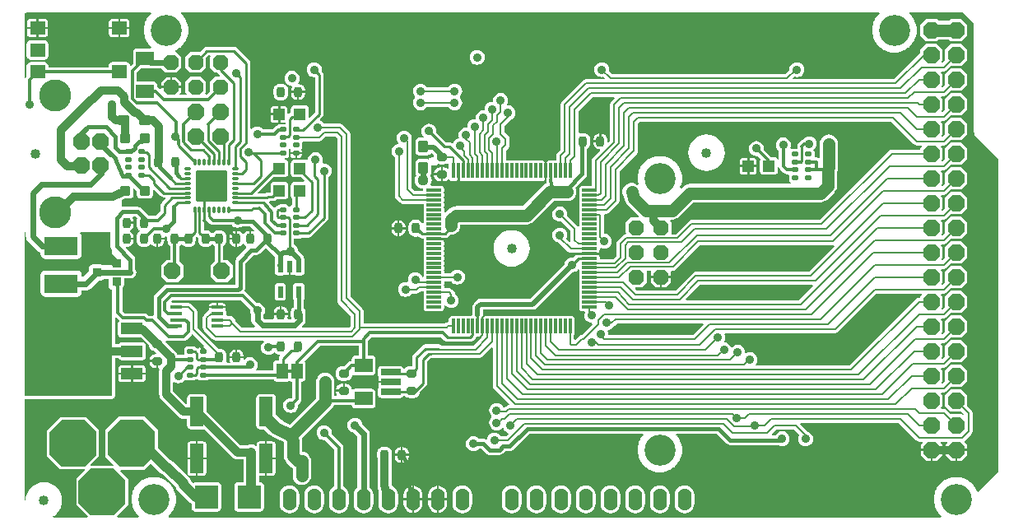
<source format=gtl>
G04*
G04 #@! TF.GenerationSoftware,Altium Limited,Altium Designer,24.1.2 (44)*
G04*
G04 Layer_Physical_Order=1*
G04 Layer_Color=255*
%FSLAX25Y25*%
%MOIN*%
G70*
G04*
G04 #@! TF.SameCoordinates,648C5357-8596-4598-863F-5FE4D4354F98*
G04*
G04*
G04 #@! TF.FilePolarity,Positive*
G04*
G01*
G75*
%ADD10C,0.01600*%
G04:AMPARAMS|DCode=30|XSize=62.99mil|YSize=55.12mil|CornerRadius=4.13mil|HoleSize=0mil|Usage=FLASHONLY|Rotation=0.000|XOffset=0mil|YOffset=0mil|HoleType=Round|Shape=RoundedRectangle|*
%AMROUNDEDRECTD30*
21,1,0.06299,0.04685,0,0,0.0*
21,1,0.05472,0.05512,0,0,0.0*
1,1,0.00827,0.02736,-0.02343*
1,1,0.00827,-0.02736,-0.02343*
1,1,0.00827,-0.02736,0.02343*
1,1,0.00827,0.02736,0.02343*
%
%ADD30ROUNDEDRECTD30*%
G04:AMPARAMS|DCode=38|XSize=128.11mil|YSize=128.11mil|CornerRadius=9.61mil|HoleSize=0mil|Usage=FLASHONLY|Rotation=270.000|XOffset=0mil|YOffset=0mil|HoleType=Round|Shape=RoundedRectangle|*
%AMROUNDEDRECTD38*
21,1,0.12811,0.10889,0,0,270.0*
21,1,0.10889,0.12811,0,0,270.0*
1,1,0.01922,-0.05445,-0.05445*
1,1,0.01922,-0.05445,0.05445*
1,1,0.01922,0.05445,0.05445*
1,1,0.01922,0.05445,-0.05445*
%
%ADD38ROUNDEDRECTD38*%
G04:AMPARAMS|DCode=86|XSize=59.06mil|YSize=11.81mil|CornerRadius=1.18mil|HoleSize=0mil|Usage=FLASHONLY|Rotation=0.000|XOffset=0mil|YOffset=0mil|HoleType=Round|Shape=RoundedRectangle|*
%AMROUNDEDRECTD86*
21,1,0.05906,0.00945,0,0,0.0*
21,1,0.05670,0.01181,0,0,0.0*
1,1,0.00236,0.02835,-0.00472*
1,1,0.00236,-0.02835,-0.00472*
1,1,0.00236,-0.02835,0.00472*
1,1,0.00236,0.02835,0.00472*
%
%ADD86ROUNDEDRECTD86*%
G04:AMPARAMS|DCode=87|XSize=11.81mil|YSize=59.06mil|CornerRadius=1.18mil|HoleSize=0mil|Usage=FLASHONLY|Rotation=0.000|XOffset=0mil|YOffset=0mil|HoleType=Round|Shape=RoundedRectangle|*
%AMROUNDEDRECTD87*
21,1,0.01181,0.05670,0,0,0.0*
21,1,0.00945,0.05906,0,0,0.0*
1,1,0.00236,0.00472,-0.02835*
1,1,0.00236,-0.00472,-0.02835*
1,1,0.00236,-0.00472,0.02835*
1,1,0.00236,0.00472,0.02835*
%
%ADD87ROUNDEDRECTD87*%
G04:AMPARAMS|DCode=88|XSize=43.31mil|YSize=35.37mil|CornerRadius=14.15mil|HoleSize=0mil|Usage=FLASHONLY|Rotation=0.000|XOffset=0mil|YOffset=0mil|HoleType=Round|Shape=RoundedRectangle|*
%AMROUNDEDRECTD88*
21,1,0.04331,0.00707,0,0,0.0*
21,1,0.01501,0.03537,0,0,0.0*
1,1,0.02830,0.00751,-0.00354*
1,1,0.02830,-0.00751,-0.00354*
1,1,0.02830,-0.00751,0.00354*
1,1,0.02830,0.00751,0.00354*
%
%ADD88ROUNDEDRECTD88*%
G04:AMPARAMS|DCode=89|XSize=47.24mil|YSize=39.37mil|CornerRadius=1.97mil|HoleSize=0mil|Usage=FLASHONLY|Rotation=270.000|XOffset=0mil|YOffset=0mil|HoleType=Round|Shape=RoundedRectangle|*
%AMROUNDEDRECTD89*
21,1,0.04724,0.03543,0,0,270.0*
21,1,0.04330,0.03937,0,0,270.0*
1,1,0.00394,-0.01772,-0.02165*
1,1,0.00394,-0.01772,0.02165*
1,1,0.00394,0.01772,0.02165*
1,1,0.00394,0.01772,-0.02165*
%
%ADD89ROUNDEDRECTD89*%
G04:AMPARAMS|DCode=90|XSize=55.12mil|YSize=70.87mil|CornerRadius=1.93mil|HoleSize=0mil|Usage=FLASHONLY|Rotation=90.000|XOffset=0mil|YOffset=0mil|HoleType=Round|Shape=RoundedRectangle|*
%AMROUNDEDRECTD90*
21,1,0.05512,0.06701,0,0,90.0*
21,1,0.05126,0.07087,0,0,90.0*
1,1,0.00386,0.03351,0.02563*
1,1,0.00386,0.03351,-0.02563*
1,1,0.00386,-0.03351,-0.02563*
1,1,0.00386,-0.03351,0.02563*
%
%ADD90ROUNDEDRECTD90*%
G04:AMPARAMS|DCode=91|XSize=11.81mil|YSize=47.24mil|CornerRadius=1.18mil|HoleSize=0mil|Usage=FLASHONLY|Rotation=90.000|XOffset=0mil|YOffset=0mil|HoleType=Round|Shape=RoundedRectangle|*
%AMROUNDEDRECTD91*
21,1,0.01181,0.04488,0,0,90.0*
21,1,0.00945,0.04724,0,0,90.0*
1,1,0.00236,0.02244,0.00472*
1,1,0.00236,0.02244,-0.00472*
1,1,0.00236,-0.02244,-0.00472*
1,1,0.00236,-0.02244,0.00472*
%
%ADD91ROUNDEDRECTD91*%
G04:AMPARAMS|DCode=92|XSize=43.31mil|YSize=35.37mil|CornerRadius=14.15mil|HoleSize=0mil|Usage=FLASHONLY|Rotation=90.000|XOffset=0mil|YOffset=0mil|HoleType=Round|Shape=RoundedRectangle|*
%AMROUNDEDRECTD92*
21,1,0.04331,0.00707,0,0,90.0*
21,1,0.01501,0.03537,0,0,90.0*
1,1,0.02830,0.00354,0.00751*
1,1,0.02830,0.00354,-0.00751*
1,1,0.02830,-0.00354,-0.00751*
1,1,0.02830,-0.00354,0.00751*
%
%ADD92ROUNDEDRECTD92*%
G04:AMPARAMS|DCode=93|XSize=21.65mil|YSize=47.24mil|CornerRadius=1.95mil|HoleSize=0mil|Usage=FLASHONLY|Rotation=180.000|XOffset=0mil|YOffset=0mil|HoleType=Round|Shape=RoundedRectangle|*
%AMROUNDEDRECTD93*
21,1,0.02165,0.04334,0,0,180.0*
21,1,0.01775,0.04724,0,0,180.0*
1,1,0.00390,-0.00888,0.02167*
1,1,0.00390,0.00888,0.02167*
1,1,0.00390,0.00888,-0.02167*
1,1,0.00390,-0.00888,-0.02167*
%
%ADD93ROUNDEDRECTD93*%
G04:AMPARAMS|DCode=94|XSize=35.37mil|YSize=43.31mil|CornerRadius=14.15mil|HoleSize=0mil|Usage=FLASHONLY|Rotation=0.000|XOffset=0mil|YOffset=0mil|HoleType=Round|Shape=RoundedRectangle|*
%AMROUNDEDRECTD94*
21,1,0.03537,0.01501,0,0,0.0*
21,1,0.00707,0.04331,0,0,0.0*
1,1,0.02830,0.00354,-0.00751*
1,1,0.02830,-0.00354,-0.00751*
1,1,0.02830,-0.00354,0.00751*
1,1,0.02830,0.00354,0.00751*
%
%ADD94ROUNDEDRECTD94*%
G04:AMPARAMS|DCode=95|XSize=19.69mil|YSize=25.59mil|CornerRadius=1.97mil|HoleSize=0mil|Usage=FLASHONLY|Rotation=90.000|XOffset=0mil|YOffset=0mil|HoleType=Round|Shape=RoundedRectangle|*
%AMROUNDEDRECTD95*
21,1,0.01969,0.02165,0,0,90.0*
21,1,0.01575,0.02559,0,0,90.0*
1,1,0.00394,0.01083,0.00788*
1,1,0.00394,0.01083,-0.00788*
1,1,0.00394,-0.01083,-0.00788*
1,1,0.00394,-0.01083,0.00788*
%
%ADD95ROUNDEDRECTD95*%
G04:AMPARAMS|DCode=96|XSize=40mil|YSize=40mil|CornerRadius=20mil|HoleSize=0mil|Usage=FLASHONLY|Rotation=0.000|XOffset=0mil|YOffset=0mil|HoleType=Round|Shape=RoundedRectangle|*
%AMROUNDEDRECTD96*
21,1,0.04000,0.00000,0,0,0.0*
21,1,0.00000,0.04000,0,0,0.0*
1,1,0.04000,0.00000,0.00000*
1,1,0.04000,0.00000,0.00000*
1,1,0.04000,0.00000,0.00000*
1,1,0.04000,0.00000,0.00000*
%
%ADD96ROUNDEDRECTD96*%
G04:AMPARAMS|DCode=97|XSize=35.37mil|YSize=43.31mil|CornerRadius=14.15mil|HoleSize=0mil|Usage=FLASHONLY|Rotation=90.000|XOffset=0mil|YOffset=0mil|HoleType=Round|Shape=RoundedRectangle|*
%AMROUNDEDRECTD97*
21,1,0.03537,0.01501,0,0,90.0*
21,1,0.00707,0.04331,0,0,90.0*
1,1,0.02830,0.00751,0.00354*
1,1,0.02830,0.00751,-0.00354*
1,1,0.02830,-0.00751,-0.00354*
1,1,0.02830,-0.00751,0.00354*
%
%ADD97ROUNDEDRECTD97*%
G04:AMPARAMS|DCode=98|XSize=78.74mil|YSize=27.56mil|CornerRadius=1.93mil|HoleSize=0mil|Usage=FLASHONLY|Rotation=0.000|XOffset=0mil|YOffset=0mil|HoleType=Round|Shape=RoundedRectangle|*
%AMROUNDEDRECTD98*
21,1,0.07874,0.02370,0,0,0.0*
21,1,0.07488,0.02756,0,0,0.0*
1,1,0.00386,0.03744,-0.01185*
1,1,0.00386,-0.03744,-0.01185*
1,1,0.00386,-0.03744,0.01185*
1,1,0.00386,0.03744,0.01185*
%
%ADD98ROUNDEDRECTD98*%
G04:AMPARAMS|DCode=99|XSize=39.37mil|YSize=39.37mil|CornerRadius=1.97mil|HoleSize=0mil|Usage=FLASHONLY|Rotation=0.000|XOffset=0mil|YOffset=0mil|HoleType=Round|Shape=RoundedRectangle|*
%AMROUNDEDRECTD99*
21,1,0.03937,0.03543,0,0,0.0*
21,1,0.03543,0.03937,0,0,0.0*
1,1,0.00394,0.01772,-0.01772*
1,1,0.00394,-0.01772,-0.01772*
1,1,0.00394,-0.01772,0.01772*
1,1,0.00394,0.01772,0.01772*
%
%ADD99ROUNDEDRECTD99*%
G04:AMPARAMS|DCode=100|XSize=47.24mil|YSize=39.37mil|CornerRadius=1.97mil|HoleSize=0mil|Usage=FLASHONLY|Rotation=180.000|XOffset=0mil|YOffset=0mil|HoleType=Round|Shape=RoundedRectangle|*
%AMROUNDEDRECTD100*
21,1,0.04724,0.03543,0,0,180.0*
21,1,0.04330,0.03937,0,0,180.0*
1,1,0.00394,-0.02165,0.01772*
1,1,0.00394,0.02165,0.01772*
1,1,0.00394,0.02165,-0.01772*
1,1,0.00394,-0.02165,-0.01772*
%
%ADD100ROUNDEDRECTD100*%
G04:AMPARAMS|DCode=101|XSize=11.02mil|YSize=27.56mil|CornerRadius=4.41mil|HoleSize=0mil|Usage=FLASHONLY|Rotation=270.000|XOffset=0mil|YOffset=0mil|HoleType=Round|Shape=RoundedRectangle|*
%AMROUNDEDRECTD101*
21,1,0.01102,0.01874,0,0,270.0*
21,1,0.00220,0.02756,0,0,270.0*
1,1,0.00882,-0.00937,-0.00110*
1,1,0.00882,-0.00937,0.00110*
1,1,0.00882,0.00937,0.00110*
1,1,0.00882,0.00937,-0.00110*
%
%ADD101ROUNDEDRECTD101*%
G04:AMPARAMS|DCode=102|XSize=11.02mil|YSize=27.56mil|CornerRadius=4.41mil|HoleSize=0mil|Usage=FLASHONLY|Rotation=180.000|XOffset=0mil|YOffset=0mil|HoleType=Round|Shape=RoundedRectangle|*
%AMROUNDEDRECTD102*
21,1,0.01102,0.01874,0,0,180.0*
21,1,0.00220,0.02756,0,0,180.0*
1,1,0.00882,-0.00110,0.00937*
1,1,0.00882,0.00110,0.00937*
1,1,0.00882,0.00110,-0.00937*
1,1,0.00882,-0.00110,-0.00937*
%
%ADD102ROUNDEDRECTD102*%
G04:AMPARAMS|DCode=103|XSize=46mil|YSize=63mil|CornerRadius=1.84mil|HoleSize=0mil|Usage=FLASHONLY|Rotation=0.000|XOffset=0mil|YOffset=0mil|HoleType=Round|Shape=RoundedRectangle|*
%AMROUNDEDRECTD103*
21,1,0.04600,0.05932,0,0,0.0*
21,1,0.04232,0.06300,0,0,0.0*
1,1,0.00368,0.02116,-0.02966*
1,1,0.00368,-0.02116,-0.02966*
1,1,0.00368,-0.02116,0.02966*
1,1,0.00368,0.02116,0.02966*
%
%ADD103ROUNDEDRECTD103*%
G04:AMPARAMS|DCode=104|XSize=31mil|YSize=35mil|CornerRadius=1.86mil|HoleSize=0mil|Usage=FLASHONLY|Rotation=270.000|XOffset=0mil|YOffset=0mil|HoleType=Round|Shape=RoundedRectangle|*
%AMROUNDEDRECTD104*
21,1,0.03100,0.03128,0,0,270.0*
21,1,0.02728,0.03500,0,0,270.0*
1,1,0.00372,-0.01564,-0.01364*
1,1,0.00372,-0.01564,0.01364*
1,1,0.00372,0.01564,0.01364*
1,1,0.00372,0.01564,-0.01364*
%
%ADD104ROUNDEDRECTD104*%
G04:AMPARAMS|DCode=105|XSize=47.24mil|YSize=47.24mil|CornerRadius=1.89mil|HoleSize=0mil|Usage=FLASHONLY|Rotation=90.000|XOffset=0mil|YOffset=0mil|HoleType=Round|Shape=RoundedRectangle|*
%AMROUNDEDRECTD105*
21,1,0.04724,0.04346,0,0,90.0*
21,1,0.04346,0.04724,0,0,90.0*
1,1,0.00378,0.02173,0.02173*
1,1,0.00378,0.02173,-0.02173*
1,1,0.00378,-0.02173,-0.02173*
1,1,0.00378,-0.02173,0.02173*
%
%ADD105ROUNDEDRECTD105*%
G04:AMPARAMS|DCode=106|XSize=74.8mil|YSize=133.86mil|CornerRadius=1.87mil|HoleSize=0mil|Usage=FLASHONLY|Rotation=90.000|XOffset=0mil|YOffset=0mil|HoleType=Round|Shape=RoundedRectangle|*
%AMROUNDEDRECTD106*
21,1,0.07480,0.13012,0,0,90.0*
21,1,0.07106,0.13386,0,0,90.0*
1,1,0.00374,0.06506,0.03553*
1,1,0.00374,0.06506,-0.03553*
1,1,0.00374,-0.06506,-0.03553*
1,1,0.00374,-0.06506,0.03553*
%
%ADD106ROUNDEDRECTD106*%
G04:AMPARAMS|DCode=107|XSize=141.73mil|YSize=86.61mil|CornerRadius=1.73mil|HoleSize=0mil|Usage=FLASHONLY|Rotation=90.000|XOffset=0mil|YOffset=0mil|HoleType=Round|Shape=RoundedRectangle|*
%AMROUNDEDRECTD107*
21,1,0.14173,0.08315,0,0,90.0*
21,1,0.13827,0.08661,0,0,90.0*
1,1,0.00346,0.04157,0.06913*
1,1,0.00346,0.04157,-0.06913*
1,1,0.00346,-0.04157,-0.06913*
1,1,0.00346,-0.04157,0.06913*
%
%ADD107ROUNDEDRECTD107*%
G04:AMPARAMS|DCode=108|XSize=48mil|YSize=88mil|CornerRadius=1.92mil|HoleSize=0mil|Usage=FLASHONLY|Rotation=90.000|XOffset=0mil|YOffset=0mil|HoleType=Round|Shape=RoundedRectangle|*
%AMROUNDEDRECTD108*
21,1,0.04800,0.08416,0,0,90.0*
21,1,0.04416,0.08800,0,0,90.0*
1,1,0.00384,0.04208,0.02208*
1,1,0.00384,0.04208,-0.02208*
1,1,0.00384,-0.04208,-0.02208*
1,1,0.00384,-0.04208,0.02208*
%
%ADD108ROUNDEDRECTD108*%
G04:AMPARAMS|DCode=109|XSize=94.49mil|YSize=94.49mil|CornerRadius=1.89mil|HoleSize=0mil|Usage=FLASHONLY|Rotation=180.000|XOffset=0mil|YOffset=0mil|HoleType=Round|Shape=RoundedRectangle|*
%AMROUNDEDRECTD109*
21,1,0.09449,0.09071,0,0,180.0*
21,1,0.09071,0.09449,0,0,180.0*
1,1,0.00378,-0.04536,0.04536*
1,1,0.00378,0.04536,0.04536*
1,1,0.00378,0.04536,-0.04536*
1,1,0.00378,-0.04536,-0.04536*
%
%ADD109ROUNDEDRECTD109*%
G04:AMPARAMS|DCode=110|XSize=118.11mil|YSize=55.12mil|CornerRadius=1.93mil|HoleSize=0mil|Usage=FLASHONLY|Rotation=90.000|XOffset=0mil|YOffset=0mil|HoleType=Round|Shape=RoundedRectangle|*
%AMROUNDEDRECTD110*
21,1,0.11811,0.05126,0,0,90.0*
21,1,0.11425,0.05512,0,0,90.0*
1,1,0.00386,0.02563,0.05713*
1,1,0.00386,0.02563,-0.05713*
1,1,0.00386,-0.02563,-0.05713*
1,1,0.00386,-0.02563,0.05713*
%
%ADD110ROUNDEDRECTD110*%
%ADD111C,0.00800*%
%ADD112C,0.01100*%
%ADD113C,0.01000*%
%ADD114C,0.02000*%
%ADD115C,0.01200*%
%ADD116C,0.03200*%
%ADD117C,0.02400*%
%ADD118C,0.04000*%
%ADD119C,0.05000*%
G04:AMPARAMS|DCode=120|XSize=190mil|YSize=190mil|CornerRadius=0mil|HoleSize=0mil|Usage=FLASHONLY|Rotation=90.000|XOffset=0mil|YOffset=0mil|HoleType=Round|Shape=Octagon|*
%AMOCTAGOND120*
4,1,8,0.04750,0.09500,-0.04750,0.09500,-0.09500,0.04750,-0.09500,-0.04750,-0.04750,-0.09500,0.04750,-0.09500,0.09500,-0.04750,0.09500,0.04750,0.04750,0.09500,0.0*
%
%ADD120OCTAGOND120*%

%ADD121C,0.08268*%
%ADD122O,0.05600X0.08960*%
%ADD123C,0.12598*%
G04:AMPARAMS|DCode=124|XSize=66mil|YSize=66mil|CornerRadius=0mil|HoleSize=0mil|Usage=FLASHONLY|Rotation=270.000|XOffset=0mil|YOffset=0mil|HoleType=Round|Shape=Octagon|*
%AMOCTAGOND124*
4,1,8,-0.01650,-0.03300,0.01650,-0.03300,0.03300,-0.01650,0.03300,0.01650,0.01650,0.03300,-0.01650,0.03300,-0.03300,0.01650,-0.03300,-0.01650,-0.01650,-0.03300,0.0*
%
%ADD124OCTAGOND124*%

G04:AMPARAMS|DCode=125|XSize=61.02mil|YSize=61.02mil|CornerRadius=0mil|HoleSize=0mil|Usage=FLASHONLY|Rotation=180.000|XOffset=0mil|YOffset=0mil|HoleType=Round|Shape=Octagon|*
%AMOCTAGOND125*
4,1,8,-0.03051,0.01526,-0.03051,-0.01526,-0.01526,-0.03051,0.01526,-0.03051,0.03051,-0.01526,0.03051,0.01526,0.01526,0.03051,-0.01526,0.03051,-0.03051,0.01526,0.0*
%
%ADD125OCTAGOND125*%

%ADD126C,0.12992*%
G04:AMPARAMS|DCode=127|XSize=61.02mil|YSize=61.02mil|CornerRadius=0mil|HoleSize=0mil|Usage=FLASHONLY|Rotation=270.000|XOffset=0mil|YOffset=0mil|HoleType=Round|Shape=Octagon|*
%AMOCTAGOND127*
4,1,8,-0.01526,-0.03051,0.01526,-0.03051,0.03051,-0.01526,0.03051,0.01526,0.01526,0.03051,-0.01526,0.03051,-0.03051,0.01526,-0.03051,-0.01526,-0.01526,-0.03051,0.0*
%
%ADD127OCTAGOND127*%

%ADD128C,0.03600*%
%ADD129C,0.04400*%
G36*
X387277Y202872D02*
Y159000D01*
X387369Y158295D01*
X387642Y157638D01*
X388074Y157074D01*
X397277Y147872D01*
Y21128D01*
X389168Y13019D01*
X389080Y13003D01*
X388585Y13144D01*
X388199Y14076D01*
X388066Y14307D01*
X387947Y14547D01*
X387258Y15578D01*
X387082Y15779D01*
X386919Y15991D01*
X386042Y16868D01*
X385830Y17031D01*
X385629Y17207D01*
X384598Y17896D01*
X384358Y18015D01*
X384127Y18148D01*
X382980Y18623D01*
X382723Y18692D01*
X382470Y18778D01*
X381253Y19020D01*
X380986Y19037D01*
X380721Y19072D01*
X379481D01*
X379216Y19037D01*
X378949Y19020D01*
X377732Y18778D01*
X377479Y18692D01*
X377221Y18623D01*
X376075Y18148D01*
X375844Y18015D01*
X375604Y17896D01*
X374573Y17207D01*
X374372Y17031D01*
X374160Y16868D01*
X373283Y15991D01*
X373120Y15779D01*
X372944Y15578D01*
X372255Y14547D01*
X372136Y14307D01*
X372003Y14076D01*
X371528Y12930D01*
X371459Y12672D01*
X371373Y12419D01*
X371131Y11202D01*
X371113Y10935D01*
X371079Y10670D01*
Y9430D01*
X371113Y9165D01*
X371131Y8898D01*
X371373Y7681D01*
X371459Y7428D01*
X371528Y7170D01*
X372003Y6024D01*
X372136Y5793D01*
X372255Y5553D01*
X372944Y4522D01*
X373120Y4321D01*
X373283Y4109D01*
X374160Y3232D01*
X374171Y3223D01*
X374001Y2723D01*
X61201D01*
X61031Y3223D01*
X61042Y3232D01*
X61919Y4109D01*
X62082Y4321D01*
X62258Y4522D01*
X62947Y5553D01*
X63066Y5793D01*
X63199Y6024D01*
X63674Y7170D01*
X63743Y7428D01*
X63829Y7681D01*
X64071Y8898D01*
X64088Y9165D01*
X64123Y9430D01*
Y10670D01*
X64088Y10935D01*
X64071Y11202D01*
X63829Y12419D01*
X63743Y12672D01*
X63674Y12930D01*
X63199Y14076D01*
X63066Y14307D01*
X62947Y14547D01*
X62258Y15578D01*
X62082Y15779D01*
X61919Y15991D01*
X61042Y16868D01*
X60830Y17031D01*
X60629Y17207D01*
X59598Y17896D01*
X59358Y18015D01*
X59127Y18148D01*
X57981Y18623D01*
X57723Y18692D01*
X57470Y18778D01*
X56253Y19020D01*
X55986Y19037D01*
X55721Y19072D01*
X54481D01*
X54216Y19037D01*
X53949Y19020D01*
X52732Y18778D01*
X52479Y18692D01*
X52222Y18623D01*
X51075Y18148D01*
X50844Y18015D01*
X50604Y17896D01*
X49573Y17207D01*
X49372Y17031D01*
X49160Y16868D01*
X48283Y15991D01*
X48120Y15779D01*
X47944Y15578D01*
X47255Y14547D01*
X47136Y14307D01*
X47003Y14076D01*
X46528Y12930D01*
X46459Y12672D01*
X46373Y12419D01*
X46131Y11202D01*
X46113Y10935D01*
X46079Y10670D01*
Y9430D01*
X46113Y9165D01*
X46131Y8898D01*
X46373Y7681D01*
X46459Y7428D01*
X46528Y7170D01*
X47003Y6024D01*
X47136Y5793D01*
X47255Y5553D01*
X47944Y4522D01*
X48120Y4321D01*
X48283Y4109D01*
X49160Y3232D01*
X49171Y3223D01*
X49001Y2723D01*
X40378D01*
X40186Y3185D01*
X44801Y7800D01*
Y18300D01*
X41513Y21588D01*
X41704Y22050D01*
X51451D01*
X53994Y24593D01*
X57819Y20768D01*
X58487Y20255D01*
X59075Y20011D01*
X64062Y15024D01*
X64306Y14436D01*
X64819Y13768D01*
X69819Y8768D01*
X70487Y8255D01*
X70488Y8254D01*
Y6515D01*
X70596Y5973D01*
X70903Y5513D01*
X71363Y5206D01*
X71904Y5098D01*
X80976D01*
X81517Y5206D01*
X81977Y5513D01*
X82284Y5973D01*
X82392Y6515D01*
Y15586D01*
X82284Y16127D01*
X81977Y16587D01*
X81517Y16894D01*
X80976Y17002D01*
X71904D01*
X71363Y16894D01*
X71038Y16677D01*
X70140Y17576D01*
X69896Y18164D01*
X69383Y18832D01*
X62883Y25332D01*
X62215Y25845D01*
X61627Y26089D01*
X56801Y30915D01*
Y38100D01*
X51451Y43450D01*
X40751D01*
X35401Y38100D01*
Y27400D01*
X38789Y24012D01*
X38598Y23550D01*
X29704D01*
X29513Y24012D01*
X33001Y27500D01*
Y38000D01*
X27751Y43250D01*
X17251D01*
X12001Y38000D01*
Y27500D01*
X17251Y22250D01*
X27098D01*
X27289Y21788D01*
X23801Y18300D01*
Y7800D01*
X28416Y3185D01*
X28225Y2723D01*
X14463D01*
X14341Y3208D01*
X14708Y3404D01*
X15828Y4323D01*
X16747Y5443D01*
X17430Y6721D01*
X17851Y8108D01*
X17993Y9550D01*
X17851Y10992D01*
X17430Y12379D01*
X16747Y13656D01*
X15828Y14777D01*
X14708Y15696D01*
X13430Y16379D01*
X12043Y16800D01*
X10601Y16942D01*
X9159Y16800D01*
X7772Y16379D01*
X6494Y15696D01*
X5374Y14777D01*
X4455Y13656D01*
X3772Y12379D01*
X3351Y10992D01*
X3223Y9691D01*
X2723Y9715D01*
Y50726D01*
X38201D01*
X38669Y50820D01*
X39066Y51085D01*
X39331Y51482D01*
X39424Y51950D01*
Y67226D01*
X40831D01*
X41089Y66838D01*
X41550Y66531D01*
X42093Y66423D01*
X50509D01*
X51052Y66531D01*
X51513Y66838D01*
X51820Y67299D01*
X51928Y67842D01*
Y72258D01*
X51820Y72801D01*
X51513Y73262D01*
X51052Y73569D01*
X50509Y73677D01*
X42093D01*
X41550Y73569D01*
X41089Y73262D01*
X40831Y72874D01*
X39424D01*
Y83478D01*
X39887Y83669D01*
X41099Y82457D01*
X41089Y82362D01*
X40782Y81901D01*
X40674Y81358D01*
Y76942D01*
X40782Y76399D01*
X41089Y75938D01*
X41550Y75631D01*
X42093Y75523D01*
X50134D01*
X53251Y72406D01*
X53303Y72014D01*
X53566Y71378D01*
X53985Y70831D01*
X54532Y70412D01*
X55168Y70149D01*
X55560Y70097D01*
X56329Y69328D01*
X56138Y68866D01*
X55850D01*
X54908Y68678D01*
X54109Y68145D01*
X53576Y67346D01*
X53397Y66450D01*
X56601D01*
Y66050D01*
X57001D01*
Y63234D01*
X57020D01*
X57081Y63198D01*
X57356Y62805D01*
X57368Y62741D01*
X57277Y62050D01*
Y52550D01*
X57373Y51819D01*
X57655Y51138D01*
X58104Y50553D01*
X65155Y43502D01*
X65740Y43053D01*
X66421Y42771D01*
X67152Y42675D01*
X68618D01*
Y39786D01*
X68726Y39243D01*
X69034Y38782D01*
X69494Y38474D01*
X70038Y38366D01*
X75164D01*
X75644Y38462D01*
X87053Y27053D01*
X87638Y26604D01*
X88319Y26322D01*
X89050Y26226D01*
X91373D01*
Y17002D01*
X89227D01*
X88684Y16894D01*
X88225Y16587D01*
X87918Y16127D01*
X87810Y15586D01*
Y6515D01*
X87918Y5973D01*
X88225Y5513D01*
X88684Y5206D01*
X89227Y5098D01*
X98298D01*
X98839Y5206D01*
X99299Y5513D01*
X99606Y5973D01*
X99714Y6515D01*
Y15586D01*
X99606Y16127D01*
X99299Y16587D01*
X98839Y16894D01*
X98298Y17002D01*
X97829D01*
Y19500D01*
X98038Y19672D01*
X100201D01*
Y26601D01*
Y33530D01*
X98038D01*
X97572Y33437D01*
X97178Y33174D01*
X96914Y32779D01*
X96822Y32314D01*
Y31945D01*
X96373Y31724D01*
X96215Y31845D01*
X95436Y32168D01*
X94601Y32278D01*
X93766Y32168D01*
X93057Y31874D01*
X90220D01*
X76584Y45510D01*
Y51212D01*
X76476Y51755D01*
X76168Y52216D01*
X75708Y52524D01*
X75164Y52632D01*
X70038D01*
X69494Y52524D01*
X69034Y52216D01*
X68726Y51755D01*
X68618Y51212D01*
Y48734D01*
X68118Y48527D01*
X62925Y53720D01*
Y57308D01*
X63425Y57555D01*
X63588Y57429D01*
X64318Y57127D01*
X65101Y57024D01*
X65884Y57127D01*
X66614Y57429D01*
X67241Y57910D01*
X67482Y58225D01*
X67810Y58495D01*
X68163Y58325D01*
X68316Y58223D01*
X68861Y58114D01*
X71027D01*
X71572Y58223D01*
X72034Y58531D01*
X72105Y58638D01*
X72540Y58725D01*
X72591Y58759D01*
X73082Y58661D01*
X73168Y58531D01*
X73630Y58223D01*
X74175Y58114D01*
X76341D01*
X76886Y58223D01*
X77287Y58491D01*
X103717D01*
X103987Y58086D01*
X104445Y57780D01*
X104985Y57673D01*
X109217D01*
X109757Y57780D01*
X110101Y58010D01*
X110445Y57780D01*
X110985Y57673D01*
X111266D01*
Y51395D01*
X110878Y51039D01*
X110601Y51076D01*
X109818Y50973D01*
X109088Y50670D01*
X108461Y50190D01*
X107981Y49563D01*
X107678Y48833D01*
X107575Y48050D01*
X107678Y47267D01*
X107981Y46537D01*
X108461Y45910D01*
X109088Y45430D01*
X109818Y45127D01*
X110601Y45024D01*
X111384Y45127D01*
X112114Y45430D01*
X112741Y45910D01*
X113222Y46537D01*
X113524Y47267D01*
X113627Y48050D01*
X113577Y48430D01*
X114399Y49252D01*
X114797Y49848D01*
X114936Y50550D01*
Y57673D01*
X115217D01*
X115757Y57780D01*
X116215Y58086D01*
X116521Y58544D01*
X116628Y59084D01*
Y65016D01*
X116521Y65556D01*
X116215Y66014D01*
X116210Y66063D01*
X122361Y72215D01*
X138266D01*
Y68226D01*
X136750D01*
X136207Y68118D01*
X135746Y67810D01*
X135438Y67350D01*
X135330Y66806D01*
Y66078D01*
X135294D01*
X134592Y65939D01*
X133996Y65541D01*
X132497Y64041D01*
X131350D01*
X130668Y63951D01*
X130032Y63688D01*
X129485Y63269D01*
X129066Y62722D01*
X128803Y62086D01*
X128713Y61404D01*
Y60696D01*
X128803Y60014D01*
X129066Y59378D01*
X129485Y58831D01*
X130032Y58412D01*
X130668Y58149D01*
X131350Y58059D01*
X132852D01*
X133534Y58149D01*
X134170Y58412D01*
X134717Y58831D01*
X135136Y59378D01*
X135399Y60014D01*
X135438Y60306D01*
X135971Y60526D01*
X136207Y60368D01*
X136750Y60260D01*
X143452D01*
X143995Y60368D01*
X144456Y60676D01*
X144764Y61136D01*
X144872Y61680D01*
Y66806D01*
X144764Y67350D01*
X144456Y67810D01*
X143995Y68118D01*
X143452Y68226D01*
X141936D01*
Y74290D01*
X143361Y75715D01*
X171485D01*
X172875Y74324D01*
X173438Y73949D01*
X174101Y73817D01*
X183301D01*
X183964Y73949D01*
X184527Y74324D01*
X185397Y75195D01*
X185615Y75340D01*
X186002Y75919D01*
X186013Y75975D01*
X186793D01*
X187308Y76078D01*
X187465Y76182D01*
X187821Y76094D01*
X187991Y75590D01*
X184682Y72281D01*
X171818D01*
X171264Y72651D01*
X170601Y72783D01*
X165101D01*
X164438Y72651D01*
X163875Y72276D01*
X160375Y68776D01*
X160000Y68213D01*
X159868Y67550D01*
Y64041D01*
X158850D01*
X158168Y63951D01*
X157532Y63688D01*
X156985Y63269D01*
X156724Y62928D01*
X156197Y63015D01*
X156157Y63216D01*
X155849Y63676D01*
X155389Y63984D01*
X154845Y64092D01*
X147357D01*
X146813Y63984D01*
X146353Y63676D01*
X146045Y63216D01*
X145937Y62672D01*
Y60302D01*
X146045Y59758D01*
X146325Y59338D01*
X146233Y59201D01*
X146141Y58735D01*
Y57950D01*
X151101D01*
Y57150D01*
X146141D01*
Y56365D01*
X146233Y55900D01*
X146325Y55761D01*
X146045Y55342D01*
X145937Y54798D01*
Y52428D01*
X146045Y51884D01*
X146353Y51424D01*
X146813Y51116D01*
X147357Y51008D01*
X154845D01*
X155389Y51116D01*
X155849Y51424D01*
X156154Y51880D01*
X156948D01*
X156985Y51831D01*
X157532Y51412D01*
X158168Y51149D01*
X158850Y51059D01*
X160352D01*
X161034Y51149D01*
X161670Y51412D01*
X162217Y51831D01*
X162636Y52378D01*
X162899Y53014D01*
X162957Y53455D01*
X165327Y55824D01*
X165702Y56387D01*
X165834Y57050D01*
Y65832D01*
X167319Y67317D01*
X167601D01*
X168114Y67419D01*
X187227D01*
X187851Y67543D01*
X188381Y67896D01*
X192008Y71524D01*
X192470Y71332D01*
Y56050D01*
X192594Y55426D01*
X192947Y54896D01*
X199201Y48643D01*
X199084Y48363D01*
X198960Y48177D01*
X198355Y48057D01*
X197826Y47703D01*
X197255Y47133D01*
X196756Y47186D01*
X196621Y47513D01*
X196140Y48140D01*
X195513Y48621D01*
X194783Y48923D01*
X194000Y49026D01*
X193217Y48923D01*
X192487Y48621D01*
X191860Y48140D01*
X191379Y47513D01*
X191077Y46783D01*
X190974Y46000D01*
X191077Y45217D01*
X191379Y44487D01*
X191860Y43860D01*
X192004Y43750D01*
Y43250D01*
X191860Y43140D01*
X191379Y42513D01*
X191077Y41783D01*
X190974Y41000D01*
X191077Y40217D01*
X191379Y39487D01*
X191860Y38860D01*
X192487Y38379D01*
X193217Y38077D01*
X194000Y37974D01*
X194783Y38077D01*
X195513Y38379D01*
X196140Y38860D01*
X196216Y38960D01*
X196783Y38877D01*
X196981Y38399D01*
X197461Y37772D01*
X198088Y37291D01*
X198611Y37075D01*
X198771Y36527D01*
X197925Y35681D01*
X195631D01*
X195241Y36190D01*
X194614Y36671D01*
X193884Y36973D01*
X193101Y37076D01*
X192318Y36973D01*
X191588Y36671D01*
X190961Y36190D01*
X190480Y35563D01*
X190178Y34833D01*
X190138Y34530D01*
X189945Y34382D01*
X189602Y34288D01*
X189396Y34428D01*
X189388Y34429D01*
X189381Y34434D01*
X188999Y34510D01*
X188617Y34589D01*
X186800Y34604D01*
X186710Y34722D01*
X186083Y35203D01*
X185353Y35505D01*
X184570Y35608D01*
X183787Y35505D01*
X183057Y35203D01*
X182430Y34722D01*
X181949Y34095D01*
X181647Y33365D01*
X181544Y32582D01*
X181647Y31799D01*
X181949Y31069D01*
X182430Y30442D01*
X183057Y29961D01*
X183787Y29659D01*
X184570Y29556D01*
X185353Y29659D01*
X186083Y29961D01*
X186710Y30442D01*
X186773Y30525D01*
X187750Y30518D01*
X189659Y28608D01*
X190321Y28166D01*
X191101Y28011D01*
X195101D01*
X195881Y28166D01*
X196543Y28608D01*
X197446Y29511D01*
X199101D01*
X199478Y29586D01*
X199855Y29656D01*
X199867Y29663D01*
X199881Y29666D01*
X200201Y29880D01*
X200523Y30088D01*
X207329Y36711D01*
X253349D01*
X253540Y36249D01*
X253283Y35991D01*
X253120Y35779D01*
X252944Y35578D01*
X252255Y34547D01*
X252136Y34307D01*
X252003Y34076D01*
X251528Y32930D01*
X251459Y32672D01*
X251373Y32419D01*
X251131Y31202D01*
X251114Y30935D01*
X251079Y30670D01*
Y29430D01*
X251114Y29165D01*
X251131Y28898D01*
X251373Y27681D01*
X251459Y27428D01*
X251528Y27171D01*
X252003Y26024D01*
X252136Y25793D01*
X252255Y25553D01*
X252944Y24522D01*
X253120Y24321D01*
X253283Y24109D01*
X254160Y23232D01*
X254372Y23069D01*
X254573Y22893D01*
X255604Y22204D01*
X255844Y22085D01*
X256075Y21952D01*
X257222Y21477D01*
X257479Y21408D01*
X257732Y21322D01*
X258949Y21080D01*
X259216Y21062D01*
X259481Y21028D01*
X260721D01*
X260986Y21062D01*
X261253Y21080D01*
X262470Y21322D01*
X262723Y21408D01*
X262981Y21477D01*
X264127Y21952D01*
X264358Y22085D01*
X264598Y22204D01*
X265629Y22893D01*
X265830Y23069D01*
X266042Y23232D01*
X266919Y24109D01*
X267082Y24321D01*
X267258Y24522D01*
X267947Y25553D01*
X268066Y25793D01*
X268199Y26024D01*
X268674Y27171D01*
X268743Y27428D01*
X268829Y27681D01*
X269071Y28898D01*
X269088Y29165D01*
X269123Y29430D01*
Y30670D01*
X269088Y30935D01*
X269071Y31202D01*
X268829Y32419D01*
X268743Y32672D01*
X268674Y32930D01*
X268199Y34076D01*
X268066Y34307D01*
X267947Y34547D01*
X267258Y35578D01*
X267082Y35779D01*
X266919Y35991D01*
X266662Y36249D01*
X266853Y36711D01*
X283056D01*
X287159Y32608D01*
X287821Y32166D01*
X288601Y32011D01*
X307982D01*
X308088Y31929D01*
X308818Y31627D01*
X309601Y31524D01*
X310384Y31627D01*
X311114Y31929D01*
X311741Y32410D01*
X312222Y33037D01*
X312524Y33767D01*
X312627Y34550D01*
X312524Y35333D01*
X312222Y36063D01*
X311741Y36690D01*
X311114Y37170D01*
X310384Y37473D01*
X309601Y37576D01*
X308818Y37473D01*
X308088Y37170D01*
X307461Y36690D01*
X307001Y36089D01*
X305601D01*
X305409Y36551D01*
X307277Y38419D01*
X314425D01*
X316611Y36233D01*
X316480Y36063D01*
X316178Y35333D01*
X316075Y34550D01*
X316178Y33767D01*
X316480Y33037D01*
X316961Y32410D01*
X317588Y31929D01*
X318318Y31627D01*
X319101Y31524D01*
X319884Y31627D01*
X320614Y31929D01*
X321241Y32410D01*
X321722Y33037D01*
X322024Y33767D01*
X322127Y34550D01*
X322024Y35333D01*
X321722Y36063D01*
X321241Y36690D01*
X320614Y37170D01*
X320057Y37401D01*
X317001Y40457D01*
X317193Y40919D01*
X356925D01*
X363948Y33896D01*
X364477Y33543D01*
X365101Y33419D01*
X366366D01*
X366558Y32957D01*
X365801Y32200D01*
Y30450D01*
X370101D01*
X374401D01*
Y32200D01*
X373644Y32957D01*
X373836Y33419D01*
X376366D01*
X376558Y32957D01*
X375801Y32200D01*
Y30450D01*
X380101D01*
X384401D01*
Y32200D01*
X383479Y33122D01*
X383549Y33759D01*
X383754Y33896D01*
X386255Y36397D01*
X386608Y36926D01*
X386732Y37550D01*
Y45050D01*
X386608Y45674D01*
X386255Y46204D01*
X384601Y47857D01*
Y52300D01*
X382351Y54550D01*
X377851D01*
X375601Y52300D01*
Y47800D01*
X377851Y45550D01*
X382294D01*
X383297Y44547D01*
X383268Y44340D01*
X382737Y44164D01*
X382351Y44550D01*
X377908D01*
X376255Y46204D01*
X375725Y46557D01*
X375101Y46681D01*
X374136D01*
X373944Y47143D01*
X374601Y47800D01*
Y52300D01*
X373944Y52957D01*
X374136Y53419D01*
X375101D01*
X375725Y53543D01*
X376255Y53896D01*
X377908Y55550D01*
X382351D01*
X384601Y57800D01*
Y62300D01*
X382351Y64550D01*
X377851D01*
X375601Y62300D01*
Y57857D01*
X374598Y56854D01*
X374391Y56883D01*
X374215Y57414D01*
X374601Y57800D01*
Y62300D01*
X373944Y62957D01*
X374136Y63419D01*
X375101D01*
X375725Y63543D01*
X376255Y63897D01*
X377908Y65550D01*
X382351D01*
X384601Y67800D01*
Y72300D01*
X382351Y74550D01*
X377851D01*
X375601Y72300D01*
Y67857D01*
X374598Y66854D01*
X374391Y66883D01*
X374215Y67414D01*
X374601Y67800D01*
Y72300D01*
X373944Y72957D01*
X374136Y73419D01*
X375101D01*
X375725Y73543D01*
X376255Y73896D01*
X377908Y75550D01*
X382351D01*
X384601Y77800D01*
Y82300D01*
X382351Y84550D01*
X377851D01*
X375601Y82300D01*
Y77857D01*
X374598Y76854D01*
X374391Y76883D01*
X374215Y77414D01*
X374601Y77800D01*
Y82300D01*
X373944Y82957D01*
X374136Y83419D01*
X375101D01*
X375725Y83543D01*
X376255Y83896D01*
X377908Y85550D01*
X382351D01*
X384601Y87800D01*
Y92300D01*
X382351Y94550D01*
X377851D01*
X375601Y92300D01*
Y87857D01*
X374598Y86854D01*
X374391Y86883D01*
X374215Y87414D01*
X374601Y87800D01*
Y92300D01*
X373944Y92957D01*
X374136Y93419D01*
X375101D01*
X375725Y93543D01*
X376255Y93897D01*
X377908Y95550D01*
X382351D01*
X384601Y97800D01*
Y102300D01*
X382351Y104550D01*
X377851D01*
X375601Y102300D01*
Y97857D01*
X374598Y96854D01*
X374391Y96883D01*
X374215Y97414D01*
X374601Y97800D01*
Y102300D01*
X373944Y102957D01*
X374136Y103419D01*
X375101D01*
X375725Y103543D01*
X376255Y103896D01*
X377908Y105550D01*
X382351D01*
X384601Y107800D01*
Y112300D01*
X382351Y114550D01*
X377851D01*
X375601Y112300D01*
Y107857D01*
X374598Y106854D01*
X374391Y106883D01*
X374215Y107414D01*
X374601Y107800D01*
Y112300D01*
X373944Y112957D01*
X374136Y113419D01*
X375101D01*
X375725Y113543D01*
X376255Y113897D01*
X377908Y115550D01*
X382351D01*
X384601Y117800D01*
Y122300D01*
X382351Y124550D01*
X377851D01*
X375601Y122300D01*
Y117857D01*
X374598Y116854D01*
X374391Y116883D01*
X374215Y117414D01*
X374601Y117800D01*
Y122300D01*
X373944Y122957D01*
X374136Y123419D01*
X375101D01*
X375725Y123543D01*
X376255Y123897D01*
X377908Y125550D01*
X382351D01*
X384601Y127800D01*
Y132300D01*
X382351Y134550D01*
X377851D01*
X375601Y132300D01*
Y127857D01*
X374598Y126854D01*
X374391Y126883D01*
X374215Y127414D01*
X374601Y127800D01*
Y132300D01*
X373944Y132957D01*
X374136Y133419D01*
X375101D01*
X375725Y133543D01*
X376255Y133897D01*
X377908Y135550D01*
X382351D01*
X384601Y137800D01*
Y142300D01*
X382351Y144550D01*
X377851D01*
X375601Y142300D01*
Y137857D01*
X374598Y136854D01*
X374391Y136883D01*
X374215Y137414D01*
X374601Y137800D01*
Y142300D01*
X373944Y142957D01*
X374136Y143419D01*
X375101D01*
X375725Y143543D01*
X376255Y143896D01*
X377908Y145550D01*
X382351D01*
X384601Y147800D01*
Y152300D01*
X382351Y154550D01*
X377851D01*
X375601Y152300D01*
Y147857D01*
X374598Y146854D01*
X374391Y146883D01*
X374215Y147414D01*
X374601Y147800D01*
Y152300D01*
X373944Y152957D01*
X374136Y153419D01*
X375101D01*
X375725Y153543D01*
X376255Y153896D01*
X377908Y155550D01*
X382351D01*
X384601Y157800D01*
Y162300D01*
X382351Y164550D01*
X377851D01*
X375601Y162300D01*
Y157857D01*
X374598Y156854D01*
X374391Y156883D01*
X374215Y157414D01*
X374601Y157800D01*
Y162300D01*
X373944Y162957D01*
X374136Y163419D01*
X375101D01*
X375725Y163543D01*
X376255Y163897D01*
X377908Y165550D01*
X382351D01*
X384601Y167800D01*
Y172300D01*
X382351Y174550D01*
X377851D01*
X375601Y172300D01*
Y167857D01*
X374598Y166854D01*
X374391Y166883D01*
X374215Y167414D01*
X374601Y167800D01*
Y172300D01*
X373944Y172957D01*
X374136Y173419D01*
X375101D01*
X375725Y173543D01*
X376255Y173897D01*
X377908Y175550D01*
X382351D01*
X384601Y177800D01*
Y182300D01*
X382351Y184550D01*
X377851D01*
X375601Y182300D01*
Y177857D01*
X374598Y176854D01*
X374391Y176883D01*
X374215Y177414D01*
X374601Y177800D01*
Y182300D01*
X373944Y182957D01*
X374136Y183419D01*
X375101D01*
X375725Y183543D01*
X376255Y183897D01*
X377908Y185550D01*
X382351D01*
X384601Y187800D01*
Y192300D01*
X382351Y194550D01*
X377851D01*
X375601Y192300D01*
Y187857D01*
X374598Y186854D01*
X374391Y186883D01*
X374215Y187414D01*
X374601Y187800D01*
Y192300D01*
X372351Y194550D01*
X367851D01*
X365601Y192300D01*
Y190857D01*
X354925Y180181D01*
X314193D01*
X314001Y180643D01*
X314583Y181225D01*
X314818Y181127D01*
X315601Y181024D01*
X316384Y181127D01*
X317114Y181430D01*
X317741Y181910D01*
X318221Y182537D01*
X318524Y183267D01*
X318627Y184050D01*
X318524Y184833D01*
X318221Y185563D01*
X317741Y186190D01*
X317114Y186670D01*
X316384Y186973D01*
X315601Y187076D01*
X314818Y186973D01*
X314088Y186670D01*
X313461Y186190D01*
X312981Y185563D01*
X312678Y184833D01*
X312575Y184050D01*
X312601Y183857D01*
X310925Y182181D01*
X240777D01*
X239543Y183415D01*
X239627Y184050D01*
X239524Y184833D01*
X239222Y185563D01*
X238741Y186190D01*
X238114Y186670D01*
X237384Y186973D01*
X236601Y187076D01*
X235818Y186973D01*
X235088Y186670D01*
X234461Y186190D01*
X233980Y185563D01*
X233678Y184833D01*
X233575Y184050D01*
X233678Y183267D01*
X233980Y182537D01*
X234461Y181910D01*
X235088Y181430D01*
X235818Y181127D01*
X236601Y181024D01*
X237236Y181108D01*
X237701Y180643D01*
X237509Y180181D01*
X230101D01*
X230101Y180181D01*
X229477Y180057D01*
X228947Y179703D01*
X220447Y171203D01*
X220094Y170674D01*
X219970Y170050D01*
Y151726D01*
X218633Y150389D01*
X218279Y149859D01*
X218155Y149235D01*
Y147325D01*
X217346D01*
X216833Y147223D01*
X216321Y147325D01*
X215377D01*
X214862Y147222D01*
X214628Y147066D01*
X214353Y147121D01*
X214281D01*
Y146714D01*
X214135Y146495D01*
X214033Y145981D01*
Y143146D01*
X213728D01*
Y145981D01*
X213626Y146495D01*
X213481Y146713D01*
Y147121D01*
X213409D01*
X213133Y147066D01*
X212899Y147222D01*
X212384Y147325D01*
X211440D01*
X210928Y147223D01*
X210416Y147325D01*
X209472D01*
X208960Y147223D01*
X208447Y147325D01*
X207503D01*
X206991Y147223D01*
X206479Y147325D01*
X205535D01*
X205023Y147223D01*
X204510Y147325D01*
X203566D01*
X203054Y147223D01*
X202542Y147325D01*
X201598D01*
X201085Y147223D01*
X200573Y147325D01*
X199629D01*
X199117Y147223D01*
X198604Y147325D01*
X197795D01*
Y151437D01*
X198755Y152397D01*
X199108Y152926D01*
X199232Y153550D01*
Y156050D01*
X199108Y156674D01*
X198755Y157203D01*
X197232Y158726D01*
Y161374D01*
X199557Y163699D01*
X200114Y163929D01*
X200741Y164410D01*
X201221Y165037D01*
X201524Y165767D01*
X201627Y166550D01*
X201524Y167333D01*
X201221Y168063D01*
X200741Y168690D01*
X200114Y169170D01*
X199384Y169473D01*
X198601Y169576D01*
X198486Y169561D01*
X198216Y170029D01*
X198222Y170037D01*
X198524Y170767D01*
X198627Y171550D01*
X198524Y172333D01*
X198222Y173063D01*
X197741Y173690D01*
X197114Y174170D01*
X196384Y174473D01*
X195601Y174576D01*
X194818Y174473D01*
X194088Y174170D01*
X193461Y173690D01*
X192981Y173063D01*
X192678Y172333D01*
X192575Y171550D01*
X192593Y171411D01*
X192240Y171058D01*
X192101Y171076D01*
X191318Y170973D01*
X190588Y170670D01*
X189961Y170190D01*
X189480Y169563D01*
X189178Y168833D01*
X189075Y168050D01*
X189093Y167911D01*
X188740Y167558D01*
X188601Y167576D01*
X187818Y167473D01*
X187088Y167171D01*
X186461Y166690D01*
X185980Y166063D01*
X185678Y165333D01*
X185575Y164550D01*
X185593Y164411D01*
X185240Y164058D01*
X185101Y164076D01*
X184318Y163973D01*
X183588Y163671D01*
X182961Y163190D01*
X182481Y162563D01*
X182178Y161833D01*
X182075Y161050D01*
X182093Y160911D01*
X181740Y160558D01*
X181601Y160576D01*
X180818Y160473D01*
X180088Y160170D01*
X179461Y159690D01*
X178981Y159063D01*
X178678Y158333D01*
X178575Y157550D01*
X178678Y156767D01*
X178734Y156632D01*
X178509Y156243D01*
X178379Y156184D01*
X177656Y155884D01*
X177029Y155403D01*
X176548Y154777D01*
X176416Y154457D01*
X176276Y154378D01*
X175811Y154304D01*
X175403Y154577D01*
X174739Y154709D01*
X173493D01*
X169560Y158642D01*
X169627Y159150D01*
X169524Y159933D01*
X169221Y160663D01*
X168741Y161290D01*
X168114Y161770D01*
X167384Y162073D01*
X166601Y162176D01*
X165818Y162073D01*
X165088Y161770D01*
X164461Y161290D01*
X163980Y160663D01*
X163678Y159933D01*
X163575Y159150D01*
X163678Y158367D01*
X163980Y157637D01*
X164461Y157010D01*
X164289Y156512D01*
X162449D01*
X161904Y156404D01*
X161442Y156095D01*
X161134Y155633D01*
X161025Y155088D01*
Y150758D01*
X161134Y150213D01*
X161442Y149751D01*
X161904Y149442D01*
X162449Y149334D01*
X165993D01*
X166538Y149442D01*
X167000Y149751D01*
X167212Y150068D01*
X167686Y150180D01*
X167810Y150169D01*
X168553Y149426D01*
X168505Y149062D01*
Y148474D01*
X167501D01*
X167033Y148380D01*
X166636Y148115D01*
X166404Y147768D01*
X165993Y147850D01*
X162449D01*
X161904Y147742D01*
X161442Y147433D01*
X161134Y146971D01*
X161025Y146426D01*
Y142096D01*
X161134Y141551D01*
X161435Y141100D01*
X161331Y140965D01*
X160988Y140138D01*
X160872Y139250D01*
X160988Y138362D01*
X161331Y137535D01*
X161876Y136825D01*
X162586Y136280D01*
X163413Y135938D01*
X163941Y135868D01*
X164137Y135818D01*
X164336Y135310D01*
X164147Y134935D01*
X160923D01*
X159532Y136326D01*
Y155050D01*
X159426Y155584D01*
X159527Y156350D01*
X159424Y157133D01*
X159122Y157863D01*
X158641Y158490D01*
X158014Y158970D01*
X157284Y159273D01*
X156501Y159376D01*
X155718Y159273D01*
X154988Y158970D01*
X154361Y158490D01*
X153881Y157863D01*
X153578Y157133D01*
X153475Y156350D01*
X153578Y155567D01*
X153881Y154837D01*
X154186Y154439D01*
X153966Y153905D01*
X153718Y153873D01*
X152988Y153570D01*
X152361Y153090D01*
X151881Y152463D01*
X151578Y151733D01*
X151475Y150950D01*
X151578Y150167D01*
X151881Y149437D01*
X152361Y148810D01*
X152870Y148420D01*
Y132850D01*
X152994Y132226D01*
X153348Y131696D01*
X154862Y130182D01*
X155392Y129828D01*
X156016Y129704D01*
X164426D01*
Y128895D01*
X164528Y128383D01*
X164426Y127870D01*
Y126926D01*
X164528Y126414D01*
X164426Y125902D01*
Y124958D01*
X164528Y124445D01*
X164426Y123933D01*
Y122989D01*
X164528Y122477D01*
X164426Y121965D01*
Y121905D01*
X163926Y121806D01*
X163896Y121879D01*
X163477Y122426D01*
X162930Y122845D01*
X162294Y123108D01*
X161612Y123198D01*
X160904D01*
X160222Y123108D01*
X159586Y122845D01*
X159039Y122426D01*
X158620Y121879D01*
X158357Y121243D01*
X158267Y120561D01*
Y119059D01*
X158357Y118377D01*
X158620Y117741D01*
X159039Y117194D01*
X159586Y116775D01*
X160222Y116512D01*
X160904Y116422D01*
X161612D01*
X162266Y116508D01*
X162657Y116169D01*
X163279Y115815D01*
X163990Y115725D01*
X164159Y115772D01*
X164630D01*
Y115115D01*
X164685Y114840D01*
X164529Y114606D01*
X164426Y114091D01*
Y113147D01*
X164528Y112635D01*
X164426Y112122D01*
Y111178D01*
X164528Y110666D01*
X164426Y110153D01*
Y109209D01*
X164528Y108697D01*
X164426Y108185D01*
Y107241D01*
X164528Y106728D01*
X164426Y106216D01*
Y105272D01*
X164528Y104760D01*
X164426Y104248D01*
Y103304D01*
X164528Y102792D01*
X164426Y102279D01*
Y101335D01*
X164528Y100823D01*
X164426Y100311D01*
Y100168D01*
X163926Y100069D01*
X163722Y100563D01*
X163241Y101190D01*
X162614Y101671D01*
X161884Y101973D01*
X161101Y102076D01*
X160318Y101973D01*
X159588Y101671D01*
X158961Y101190D01*
X158481Y100563D01*
X158178Y99833D01*
X158075Y99050D01*
X158161Y98399D01*
X158041Y98215D01*
X157936Y98110D01*
X157752Y97990D01*
X157101Y98076D01*
X156318Y97973D01*
X155588Y97671D01*
X154961Y97190D01*
X154481Y96563D01*
X154178Y95833D01*
X154075Y95050D01*
X154178Y94267D01*
X154481Y93537D01*
X154961Y92910D01*
X155588Y92430D01*
X156318Y92127D01*
X157101Y92024D01*
X157884Y92127D01*
X158614Y92430D01*
X159241Y92910D01*
X159631Y93419D01*
X161601D01*
X162225Y93543D01*
X162754Y93897D01*
X163129Y94271D01*
X164426D01*
Y93461D01*
X164528Y92949D01*
X164426Y92437D01*
Y91493D01*
X164528Y90980D01*
X164426Y90468D01*
Y89524D01*
X164528Y89012D01*
X164426Y88500D01*
Y87556D01*
X164529Y87041D01*
X164820Y86605D01*
X165256Y86314D01*
X165770Y86212D01*
X171440D01*
X171954Y86314D01*
X172390Y86605D01*
X172681Y87041D01*
X172784Y87556D01*
Y88472D01*
X172825Y88509D01*
X173284Y88642D01*
X173461Y88410D01*
X174088Y87929D01*
X174818Y87627D01*
X175601Y87524D01*
X176384Y87627D01*
X177114Y87929D01*
X177741Y88410D01*
X178221Y89037D01*
X178524Y89767D01*
X178627Y90550D01*
X178524Y91333D01*
X178221Y92063D01*
X177741Y92690D01*
X177225Y93085D01*
X177108Y93674D01*
X176754Y94204D01*
X175872Y95086D01*
X175342Y95440D01*
X174718Y95564D01*
X172784D01*
Y96374D01*
X172682Y96886D01*
X172784Y97398D01*
Y98208D01*
X175733D01*
X175961Y97910D01*
X176588Y97430D01*
X177318Y97127D01*
X178101Y97024D01*
X178884Y97127D01*
X179614Y97430D01*
X180241Y97910D01*
X180721Y98537D01*
X181024Y99267D01*
X181127Y100050D01*
X181024Y100833D01*
X180721Y101563D01*
X180241Y102190D01*
X179614Y102671D01*
X178884Y102973D01*
X178101Y103076D01*
X177318Y102973D01*
X176588Y102671D01*
X175961Y102190D01*
X175480Y101563D01*
X175442Y101470D01*
X172784D01*
Y102279D01*
X172682Y102792D01*
X172784Y103304D01*
Y104248D01*
X172682Y104760D01*
X172784Y105272D01*
Y106216D01*
X172682Y106728D01*
X172784Y107241D01*
Y108185D01*
X172682Y108697D01*
X172784Y109209D01*
Y110153D01*
X172682Y110666D01*
X172784Y111178D01*
Y112122D01*
X172682Y112635D01*
X172784Y113147D01*
Y114091D01*
X172681Y114606D01*
X172525Y114840D01*
X172580Y115115D01*
Y115772D01*
X173107D01*
X173205Y115791D01*
X173305Y115783D01*
X173544Y115859D01*
X173790Y115908D01*
X173873Y115963D01*
X173968Y115993D01*
X174160Y116155D01*
X174369Y116294D01*
X174424Y116377D01*
X174501Y116442D01*
X175139Y117241D01*
X175479Y117196D01*
X176445Y117323D01*
X177345Y117696D01*
X178118Y118289D01*
X178711Y119062D01*
X179084Y119962D01*
X179211Y120928D01*
Y121318D01*
X206101D01*
X207067Y121445D01*
X207967Y121818D01*
X208740Y122411D01*
X217147Y130818D01*
X222501D01*
X223467Y130945D01*
X224367Y131318D01*
X225140Y131911D01*
X225733Y132684D01*
X226106Y133584D01*
X226233Y134550D01*
X226106Y135516D01*
X225847Y136142D01*
X230055Y140420D01*
X230268Y140746D01*
X230485Y141070D01*
X230487Y141078D01*
X230491Y141085D01*
X230564Y141468D01*
X230640Y141850D01*
Y152002D01*
X230673Y152015D01*
X231220Y152434D01*
X231639Y152981D01*
X231902Y153617D01*
X231992Y154299D01*
Y155801D01*
X231902Y156483D01*
X231639Y157119D01*
X231220Y157666D01*
X230673Y158085D01*
X230037Y158348D01*
X229355Y158438D01*
X228647D01*
X227965Y158348D01*
X227732Y158252D01*
X227232Y158586D01*
Y167374D01*
X232777Y172919D01*
X241509D01*
X241701Y172457D01*
X240447Y171203D01*
X240094Y170674D01*
X239970Y170050D01*
Y155289D01*
X239317Y154636D01*
X238817Y154843D01*
Y155801D01*
X238629Y156743D01*
X238096Y157542D01*
X237297Y158075D01*
X236401Y158254D01*
Y155050D01*
X236001D01*
Y154650D01*
X233185D01*
Y154299D01*
X233373Y153357D01*
X233906Y152558D01*
X234705Y152025D01*
X235647Y151837D01*
X235811D01*
X236018Y151337D01*
X232947Y148266D01*
X232594Y147737D01*
X232470Y147113D01*
Y137088D01*
X228762D01*
X228248Y136986D01*
X227812Y136695D01*
X227520Y136259D01*
X227418Y135744D01*
Y134800D01*
X227520Y134288D01*
X227418Y133776D01*
Y132832D01*
X227520Y132319D01*
X227418Y131807D01*
Y130863D01*
X227520Y130351D01*
X227418Y129839D01*
Y128895D01*
X227520Y128383D01*
X227418Y127870D01*
Y126926D01*
X227520Y126414D01*
X227418Y125902D01*
Y124958D01*
X227520Y124445D01*
X227418Y123933D01*
Y122989D01*
X227520Y122477D01*
X227418Y121965D01*
Y121021D01*
X227431Y120957D01*
X227310Y120772D01*
X226897Y120721D01*
X226702Y120756D01*
X222543Y124915D01*
X222627Y125550D01*
X222524Y126333D01*
X222221Y127063D01*
X221741Y127690D01*
X221114Y128171D01*
X220384Y128473D01*
X219601Y128576D01*
X218818Y128473D01*
X218088Y128171D01*
X217461Y127690D01*
X216981Y127063D01*
X216678Y126333D01*
X216575Y125550D01*
X216678Y124767D01*
X216981Y124037D01*
X217461Y123410D01*
X218088Y122930D01*
X218818Y122627D01*
X219601Y122524D01*
X220236Y122608D01*
X223970Y118874D01*
Y115050D01*
X224058Y114608D01*
X223597Y114361D01*
X222280Y115678D01*
X222524Y116267D01*
X222627Y117050D01*
X222524Y117833D01*
X222221Y118563D01*
X221741Y119190D01*
X221114Y119670D01*
X220384Y119973D01*
X219601Y120076D01*
X218818Y119973D01*
X218088Y119670D01*
X217461Y119190D01*
X216981Y118563D01*
X216678Y117833D01*
X216575Y117050D01*
X216678Y116267D01*
X216981Y115537D01*
X217461Y114910D01*
X218088Y114429D01*
X218818Y114127D01*
X219277Y114067D01*
X222948Y110397D01*
X223477Y110043D01*
X224101Y109919D01*
X226819D01*
X226869Y109419D01*
X226581Y109362D01*
X226002Y108975D01*
X225937Y108877D01*
X225839Y108812D01*
X225045Y108017D01*
X224601Y108076D01*
X223818Y107973D01*
X223088Y107670D01*
X222461Y107190D01*
X221981Y106563D01*
X221678Y105833D01*
X221597Y105219D01*
X207672Y91293D01*
X187501D01*
X186643Y91122D01*
X185915Y90636D01*
X184715Y89436D01*
X184229Y88708D01*
X184058Y87850D01*
Y84770D01*
X184058Y84768D01*
X183644Y84286D01*
X183369Y84231D01*
X182856Y84333D01*
X181912D01*
X181400Y84231D01*
X180888Y84333D01*
X179944D01*
X179431Y84231D01*
X178919Y84333D01*
X177975D01*
X177463Y84231D01*
X176951Y84333D01*
X176007D01*
X175492Y84231D01*
X175056Y83939D01*
X174765Y83503D01*
X174663Y82989D01*
Y81782D01*
X174198Y81781D01*
X173887Y81719D01*
X173577Y81657D01*
X173575Y81656D01*
X173574Y81656D01*
X173312Y81480D01*
X173047Y81304D01*
X173029Y81285D01*
X140128D01*
Y86154D01*
X140004Y86778D01*
X139650Y87308D01*
X134732Y92226D01*
Y158050D01*
X134608Y158674D01*
X134255Y159204D01*
X131755Y161704D01*
X131225Y162057D01*
X130601Y162181D01*
X124131D01*
X123741Y162690D01*
X123114Y163171D01*
X122595Y163385D01*
X122437Y163935D01*
X123327Y164824D01*
X123702Y165387D01*
X123834Y166050D01*
Y182050D01*
X123702Y182713D01*
X123327Y183276D01*
X123060Y183542D01*
X123127Y184050D01*
X123024Y184833D01*
X122722Y185563D01*
X122241Y186190D01*
X121614Y186670D01*
X120884Y186973D01*
X120101Y187076D01*
X119318Y186973D01*
X118588Y186670D01*
X117961Y186190D01*
X117481Y185563D01*
X117178Y184833D01*
X117075Y184050D01*
X117178Y183267D01*
X117481Y182537D01*
X117961Y181910D01*
X118588Y181430D01*
X119318Y181127D01*
X120101Y181024D01*
X120368Y180790D01*
Y166768D01*
X118286Y164686D01*
X117824Y164878D01*
Y168223D01*
X117716Y168765D01*
X117409Y169224D01*
X116950Y169531D01*
X116408Y169639D01*
X112062D01*
X111520Y169531D01*
X111061Y169224D01*
X110754Y168765D01*
X110646Y168223D01*
Y166724D01*
X110574Y166701D01*
X110510Y166666D01*
X110438Y166651D01*
X110216Y166503D01*
X109982Y166374D01*
X109936Y166316D01*
X109875Y166276D01*
X109814Y166215D01*
X109352Y166406D01*
Y168223D01*
X109260Y168687D01*
X108997Y169080D01*
X108604Y169343D01*
X108140Y169435D01*
X106367D01*
Y166050D01*
Y162665D01*
X108140D01*
X108368Y162478D01*
Y161986D01*
X106361D01*
X105816Y161877D01*
X105354Y161569D01*
X105229Y161381D01*
X105172Y161375D01*
X104851Y161274D01*
X104527Y161181D01*
X104510Y161167D01*
X104489Y161160D01*
X104231Y160944D01*
X103967Y160735D01*
X103249Y159885D01*
X99474D01*
X99241Y160190D01*
X98614Y160670D01*
X97884Y160973D01*
X97101Y161076D01*
X96318Y160973D01*
X95588Y160670D01*
X94961Y160190D01*
X94834Y160024D01*
X94334Y160194D01*
Y186550D01*
X94202Y187213D01*
X93827Y187776D01*
X88827Y192776D01*
X88264Y193151D01*
X87601Y193283D01*
X76601D01*
X75938Y193151D01*
X75375Y192776D01*
X73901Y191301D01*
X69976D01*
X67850Y189175D01*
Y184924D01*
X69976Y182799D01*
X74226D01*
X76352Y184924D01*
Y188850D01*
X77319Y189817D01*
X77838D01*
X78029Y189355D01*
X77850Y189175D01*
Y184924D01*
X79975Y182799D01*
X80901D01*
X81937Y181763D01*
X81745Y181301D01*
X79975D01*
X77850Y179175D01*
Y175394D01*
X76428Y173972D01*
X76142Y174007D01*
X75959Y174531D01*
X76352Y174925D01*
Y179175D01*
X74226Y181301D01*
X69976D01*
X67850Y179175D01*
Y174925D01*
X68427Y174347D01*
X68236Y173885D01*
X65666D01*
X65475Y174347D01*
X66152Y175024D01*
Y176650D01*
X62101D01*
X58050D01*
Y176350D01*
X57588Y176158D01*
X57092Y176655D01*
X56496Y177053D01*
X56372Y177077D01*
Y177920D01*
X56264Y178464D01*
X55956Y178924D01*
X55495Y179232D01*
X54952Y179340D01*
X48250D01*
X48236Y179352D01*
Y182783D01*
X50213Y184760D01*
X53006D01*
X53012Y184758D01*
X53154Y184688D01*
X53477Y184666D01*
X53794Y184603D01*
X58171D01*
X59975Y182799D01*
X64227D01*
X66352Y184924D01*
Y189175D01*
X64227Y191301D01*
X63862D01*
X63763Y191801D01*
X64127Y191952D01*
X64358Y192085D01*
X64598Y192203D01*
X65629Y192893D01*
X65830Y193069D01*
X66042Y193232D01*
X66919Y194109D01*
X67082Y194321D01*
X67258Y194522D01*
X67947Y195553D01*
X68066Y195793D01*
X68199Y196024D01*
X68674Y197170D01*
X68743Y197428D01*
X68829Y197681D01*
X69071Y198898D01*
X69088Y199165D01*
X69123Y199430D01*
Y200670D01*
X69088Y200935D01*
X69071Y201202D01*
X68829Y202419D01*
X68743Y202672D01*
X68674Y202929D01*
X68199Y204076D01*
X68066Y204307D01*
X67947Y204547D01*
X67258Y205578D01*
X67082Y205779D01*
X66919Y205991D01*
X66134Y206777D01*
X66224Y207125D01*
X66331Y207277D01*
X348871D01*
X348978Y207125D01*
X349068Y206777D01*
X348283Y205991D01*
X348120Y205779D01*
X347944Y205578D01*
X347255Y204547D01*
X347136Y204307D01*
X347003Y204076D01*
X346528Y202929D01*
X346459Y202672D01*
X346373Y202419D01*
X346131Y201202D01*
X346113Y200935D01*
X346079Y200670D01*
Y199430D01*
X346113Y199165D01*
X346131Y198898D01*
X346373Y197681D01*
X346459Y197428D01*
X346528Y197170D01*
X347003Y196024D01*
X347136Y195793D01*
X347255Y195553D01*
X347944Y194522D01*
X348120Y194321D01*
X348283Y194109D01*
X349160Y193232D01*
X349372Y193069D01*
X349573Y192893D01*
X350604Y192203D01*
X350844Y192085D01*
X351075Y191952D01*
X352221Y191477D01*
X352479Y191408D01*
X352732Y191322D01*
X353949Y191080D01*
X354216Y191063D01*
X354481Y191028D01*
X355721D01*
X355986Y191063D01*
X356253Y191080D01*
X357470Y191322D01*
X357723Y191408D01*
X357980Y191477D01*
X359127Y191952D01*
X359358Y192085D01*
X359598Y192203D01*
X360629Y192893D01*
X360830Y193069D01*
X361042Y193232D01*
X361919Y194109D01*
X362082Y194321D01*
X362258Y194522D01*
X362947Y195553D01*
X363066Y195793D01*
X363199Y196024D01*
X363674Y197170D01*
X363743Y197428D01*
X363829Y197681D01*
X364071Y198898D01*
X364088Y199165D01*
X364123Y199430D01*
Y200670D01*
X364088Y200935D01*
X364071Y201202D01*
X363829Y202419D01*
X363743Y202672D01*
X363674Y202929D01*
X363199Y204076D01*
X363066Y204307D01*
X362947Y204547D01*
X362258Y205578D01*
X362082Y205779D01*
X361919Y205991D01*
X361134Y206777D01*
X361224Y207125D01*
X361331Y207277D01*
X382872D01*
X387277Y202872D01*
D02*
G37*
G36*
X53978Y207125D02*
X54068Y206777D01*
X53283Y205991D01*
X53120Y205779D01*
X52944Y205578D01*
X52254Y204547D01*
X52136Y204307D01*
X52003Y204076D01*
X51528Y202929D01*
X51459Y202672D01*
X51373Y202419D01*
X51131Y201202D01*
X51113Y200935D01*
X51079Y200670D01*
Y199430D01*
X51113Y199165D01*
X51131Y198898D01*
X51373Y197681D01*
X51459Y197428D01*
X51528Y197170D01*
X52003Y196024D01*
X52136Y195793D01*
X52254Y195553D01*
X52944Y194522D01*
X53120Y194321D01*
X53283Y194109D01*
X54160Y193232D01*
X54167Y193226D01*
X53997Y192726D01*
X48250D01*
X47707Y192618D01*
X47246Y192310D01*
X46938Y191850D01*
X46830Y191306D01*
Y186568D01*
X45990Y185727D01*
X45447Y185891D01*
X45392Y186168D01*
X45035Y186702D01*
X44502Y187058D01*
X43872Y187184D01*
X38400D01*
X37770Y187058D01*
X37237Y186702D01*
X36880Y186168D01*
X36755Y185539D01*
Y185085D01*
X12447D01*
Y185539D01*
X12322Y186168D01*
X11965Y186702D01*
X11432Y187058D01*
X10802Y187184D01*
X5330D01*
X4700Y187058D01*
X4167Y186702D01*
X3810Y186168D01*
X3685Y185539D01*
Y181410D01*
X3603Y181329D01*
X3223Y180760D01*
X3186Y180754D01*
X2723Y180972D01*
Y206183D01*
X2770Y206417D01*
X2861Y206638D01*
X2994Y206837D01*
X3163Y207006D01*
X3362Y207139D01*
X3583Y207230D01*
X3817Y207277D01*
X53871D01*
X53978Y207125D01*
D02*
G37*
G36*
X129470Y156374D02*
Y90550D01*
X129594Y89926D01*
X129947Y89397D01*
X134970Y84374D01*
Y80226D01*
X134425Y79681D01*
X115346D01*
X115155Y80143D01*
X115831Y80820D01*
X116362Y81614D01*
X116548Y82550D01*
Y83965D01*
X116592Y84299D01*
Y85801D01*
X116502Y86483D01*
X116239Y87119D01*
X115880Y87587D01*
Y91078D01*
X116043Y91321D01*
X116151Y91865D01*
Y96199D01*
X116043Y96743D01*
X115734Y97205D01*
X115273Y97513D01*
X114729Y97621D01*
X112953D01*
X112409Y97513D01*
X111948Y97205D01*
X111639Y96743D01*
X111531Y96199D01*
Y91865D01*
X111639Y91321D01*
X111802Y91078D01*
Y87987D01*
X111382Y87666D01*
X110963Y87119D01*
X110700Y86483D01*
X110610Y85801D01*
Y84299D01*
X110700Y83617D01*
X110784Y83413D01*
X110506Y82997D01*
X109544D01*
X109257Y83497D01*
X109417Y84299D01*
Y84650D01*
X106601D01*
X103785D01*
Y84299D01*
X103945Y83497D01*
X103658Y82997D01*
X100115D01*
X99548Y83564D01*
Y84811D01*
X99721Y85037D01*
X100024Y85767D01*
X100127Y86550D01*
X100024Y87333D01*
X99721Y88063D01*
X99241Y88690D01*
X98614Y89170D01*
X97884Y89473D01*
X97101Y89576D01*
X96721Y89526D01*
X92399Y93848D01*
X91803Y94246D01*
X91943Y94708D01*
X91985Y94770D01*
X91999Y94841D01*
X92036Y94905D01*
X92076Y95229D01*
X92140Y95550D01*
Y105424D01*
X95357Y109011D01*
X96601D01*
X97381Y109166D01*
X98043Y109608D01*
X100361Y111926D01*
X104118Y108169D01*
Y106771D01*
X104051Y106435D01*
Y105276D01*
X104025Y104715D01*
X104051Y104542D01*
Y102101D01*
X104159Y101557D01*
X104468Y101095D01*
X104929Y100787D01*
X105473Y100679D01*
X107249D01*
X107793Y100787D01*
X108254Y101095D01*
X108747Y100975D01*
X109213Y100883D01*
X109701D01*
Y104268D01*
X110501D01*
Y100883D01*
X110989D01*
X111455Y100975D01*
X111948Y101095D01*
X112409Y100787D01*
X112953Y100679D01*
X114729D01*
X115273Y100787D01*
X115734Y101095D01*
X116043Y101557D01*
X116151Y102101D01*
Y106435D01*
X116084Y106771D01*
Y107310D01*
X115913Y108168D01*
X115427Y108896D01*
X113605Y110719D01*
X113524Y111333D01*
X113222Y112063D01*
X112741Y112690D01*
X112114Y113171D01*
X111834Y113286D01*
Y115614D01*
X113841D01*
X114386Y115723D01*
X114848Y116031D01*
X114889Y116093D01*
X117877D01*
X118540Y116225D01*
X119103Y116600D01*
X125327Y122824D01*
X125327Y122824D01*
X125702Y123387D01*
X125834Y124050D01*
X125834Y124050D01*
Y140599D01*
X126241Y140910D01*
X126722Y141537D01*
X127024Y142267D01*
X127127Y143050D01*
X127024Y143833D01*
X126722Y144563D01*
X126241Y145190D01*
X125614Y145670D01*
X124884Y145973D01*
X124101Y146076D01*
X123760Y146031D01*
X123409Y146489D01*
X123524Y146767D01*
X123627Y147550D01*
X123524Y148333D01*
X123222Y149063D01*
X122741Y149690D01*
X122114Y150171D01*
X121384Y150473D01*
X120601Y150576D01*
X119818Y150473D01*
X119088Y150171D01*
X118461Y149690D01*
X117981Y149063D01*
X117678Y148333D01*
X117595Y147702D01*
X117242Y147476D01*
X117085Y147441D01*
X116950Y147531D01*
X116408Y147639D01*
X112062D01*
X111520Y147531D01*
X111061Y147224D01*
X110754Y146765D01*
X110646Y146223D01*
Y141877D01*
X110754Y141335D01*
X111061Y140876D01*
X111520Y140569D01*
X112062Y140461D01*
X114739D01*
X116060Y139139D01*
X115853Y138639D01*
X112062D01*
X111520Y138531D01*
X111061Y138224D01*
X110754Y137765D01*
X110646Y137223D01*
Y132877D01*
X110754Y132335D01*
X111025Y131929D01*
Y129307D01*
X110668Y129069D01*
X110360Y128607D01*
X110356Y128588D01*
X109846D01*
X109843Y128607D01*
X109534Y129069D01*
X109072Y129377D01*
X108527Y129486D01*
X106361D01*
X105816Y129377D01*
X105354Y129069D01*
X105258Y128925D01*
X105010Y128876D01*
X105010Y128876D01*
X105009Y128875D01*
X104724Y128685D01*
X104448Y128501D01*
X104228Y128282D01*
X103602Y128268D01*
X103571Y128286D01*
X102005Y130140D01*
X102099Y130804D01*
X102236Y130896D01*
X103033D01*
X103546Y130794D01*
X104248Y130933D01*
X104844Y131331D01*
X104973Y131461D01*
X108140D01*
X108682Y131569D01*
X109141Y131876D01*
X109448Y132335D01*
X109556Y132877D01*
Y137223D01*
X109448Y137765D01*
X109141Y138224D01*
X108682Y138531D01*
X108140Y138639D01*
X103794D01*
X103252Y138531D01*
X102793Y138224D01*
X102486Y137765D01*
X102378Y137223D01*
Y134362D01*
X101522D01*
X100859Y134230D01*
X100308Y133862D01*
X97518D01*
X97326Y134324D01*
X103518Y140516D01*
X103794Y140461D01*
X108140D01*
X108682Y140569D01*
X109141Y140876D01*
X109448Y141335D01*
X109556Y141877D01*
Y146223D01*
X109448Y146765D01*
X109141Y147224D01*
X108682Y147531D01*
X108266Y147614D01*
X108315Y148114D01*
X108527D01*
X109072Y148223D01*
X109534Y148531D01*
X109843Y148993D01*
X109951Y149538D01*
Y151114D01*
X109843Y151659D01*
X109839Y151664D01*
X109946Y151861D01*
X110529Y151888D01*
X110641Y151720D01*
X110548Y151581D01*
X110455Y151114D01*
Y150726D01*
X112758D01*
X115061D01*
Y151114D01*
X114968Y151581D01*
X114875Y151720D01*
X115156Y152142D01*
X115265Y152687D01*
Y154263D01*
X115219Y154494D01*
X115588Y154994D01*
X122176D01*
X122800Y155118D01*
X123329Y155472D01*
X124777Y156919D01*
X128925D01*
X129470Y156374D01*
D02*
G37*
G36*
X174663Y145981D02*
Y144218D01*
X174163Y143951D01*
X173586Y144336D01*
X172644Y144524D01*
X172293D01*
Y141708D01*
Y138892D01*
X172644D01*
X173586Y139080D01*
X174348Y139589D01*
X174394Y139612D01*
X174937Y139540D01*
X175056Y139361D01*
X175492Y139069D01*
X176007Y138967D01*
X176951D01*
X177466Y139069D01*
X177700Y139226D01*
X177975Y139171D01*
X178047D01*
Y139578D01*
X178193Y139797D01*
X178296Y140311D01*
Y143146D01*
X178600D01*
Y140311D01*
X178702Y139797D01*
X178847Y139579D01*
Y139171D01*
X178919D01*
X179195Y139226D01*
X179429Y139069D01*
X179944Y138967D01*
X180888D01*
X181400Y139069D01*
X181912Y138967D01*
X182856D01*
X183369Y139069D01*
X183881Y138967D01*
X184825D01*
X185337Y139069D01*
X185849Y138967D01*
X186793D01*
X187305Y139069D01*
X187818Y138967D01*
X188762D01*
X189274Y139069D01*
X189786Y138967D01*
X190730D01*
X191243Y139069D01*
X191755Y138967D01*
X192699D01*
X193211Y139069D01*
X193723Y138967D01*
X194667D01*
X195179Y139069D01*
X195692Y138967D01*
X196636D01*
X197148Y139069D01*
X197660Y138967D01*
X198604D01*
X199117Y139069D01*
X199629Y138967D01*
X200573D01*
X201085Y139069D01*
X201598Y138967D01*
X202542D01*
X203054Y139069D01*
X203566Y138967D01*
X204510D01*
X205023Y139069D01*
X205535Y138967D01*
X206479D01*
X206991Y139069D01*
X207503Y138967D01*
X208447D01*
X208960Y139069D01*
X209472Y138967D01*
X210416D01*
X210928Y139069D01*
X211440Y138967D01*
X212384D01*
X212899Y139069D01*
X213133Y139226D01*
X213409Y139171D01*
X214066D01*
Y138450D01*
X214162Y137968D01*
X214154Y137955D01*
X213735Y137782D01*
X212962Y137189D01*
X204555Y128782D01*
X177601D01*
X177362Y128751D01*
X177121Y128751D01*
X176881Y128687D01*
X176635Y128655D01*
X176412Y128562D01*
X176179Y128500D01*
X175964Y128377D01*
X175735Y128282D01*
X175544Y128135D01*
X175335Y128015D01*
X173213Y126393D01*
X173199Y126379D01*
X173142Y126383D01*
X172721Y126609D01*
X172784Y126926D01*
Y127870D01*
X172682Y128383D01*
X172784Y128895D01*
Y129839D01*
X172682Y130351D01*
X172784Y130863D01*
Y131807D01*
X172682Y132319D01*
X172784Y132832D01*
Y133776D01*
X172682Y134288D01*
X172784Y134800D01*
Y135744D01*
X172681Y136259D01*
X172390Y136695D01*
X171954Y136986D01*
X171440Y137088D01*
X167491D01*
X167435Y137202D01*
X167293Y137588D01*
X167613Y138362D01*
X167730Y139250D01*
X167613Y140138D01*
X167271Y140965D01*
X167082Y141211D01*
X167308Y141551D01*
X167417Y142096D01*
Y145157D01*
X167501Y145227D01*
X168901D01*
X169369Y145320D01*
X169766Y145585D01*
X170031Y145982D01*
X170034Y145983D01*
X170460Y145807D01*
X171142Y145717D01*
X172644D01*
X173326Y145807D01*
X173962Y146070D01*
X174208Y146259D01*
X174663Y145981D01*
D02*
G37*
G36*
X48342Y135043D02*
Y133278D01*
X48450Y132733D01*
X48759Y132271D01*
X49221Y131963D01*
X49766Y131854D01*
X53310D01*
X53855Y131963D01*
X54317Y132271D01*
X54625Y132733D01*
X54734Y133278D01*
Y135313D01*
X55196Y135504D01*
X57828Y132871D01*
X58391Y132496D01*
X59054Y132364D01*
X59054Y132364D01*
X59810D01*
X60001Y131902D01*
X58375Y130276D01*
X58000Y129713D01*
X57868Y129050D01*
Y126768D01*
X55985Y124885D01*
X53033D01*
X52859Y125019D01*
X52543Y125492D01*
X50043Y127992D01*
X49381Y128434D01*
X48601Y128589D01*
X42601D01*
X42552Y128579D01*
X42165Y128896D01*
X42158Y131140D01*
X43587Y131854D01*
X45436D01*
X45981Y131963D01*
X46443Y132271D01*
X46751Y132733D01*
X46860Y133278D01*
Y135872D01*
X47322Y136064D01*
X48342Y135043D01*
D02*
G37*
G36*
X362948Y153896D02*
X363477Y153543D01*
X364101Y153419D01*
X366066D01*
X366258Y152957D01*
X365601Y152300D01*
Y151681D01*
X354101D01*
X353477Y151557D01*
X352947Y151204D01*
X324925Y123181D01*
X273001D01*
X272997Y123181D01*
X272994Y123181D01*
X272685Y123118D01*
X272377Y123057D01*
X272374Y123055D01*
X272370Y123054D01*
X272109Y122879D01*
X271848Y122704D01*
X271845Y122701D01*
X271842Y122698D01*
X266621Y117431D01*
X265012D01*
X264821Y117893D01*
X264852Y117924D01*
Y122176D01*
X264171Y122856D01*
X264363Y123318D01*
X265101D01*
X266067Y123445D01*
X266967Y123818D01*
X267740Y124411D01*
X273647Y130318D01*
X325101D01*
X326067Y130445D01*
X326967Y130818D01*
X327740Y131411D01*
X330740Y134411D01*
X331333Y135184D01*
X331706Y136084D01*
X331833Y137050D01*
X331800Y137300D01*
X331833Y137550D01*
Y142669D01*
X331939Y142881D01*
X332062Y143237D01*
X332206Y143584D01*
X332220Y143696D01*
X332257Y143802D01*
X332284Y144177D01*
X332333Y144550D01*
Y154050D01*
X332206Y155016D01*
X331833Y155916D01*
X331240Y156689D01*
X330467Y157282D01*
X329567Y157655D01*
X328601Y157782D01*
X327635Y157655D01*
X326735Y157282D01*
X325962Y156689D01*
X325369Y155916D01*
X324996Y155016D01*
X324869Y154050D01*
Y148494D01*
X324369Y148226D01*
X324228Y148321D01*
X323526Y148460D01*
X323054D01*
X322737Y148847D01*
X322765Y148986D01*
Y150562D01*
X322656Y151107D01*
X322348Y151569D01*
X322346Y151608D01*
X322741Y151910D01*
X323221Y152537D01*
X323524Y153267D01*
X323627Y154050D01*
X323524Y154833D01*
X323221Y155563D01*
X322741Y156190D01*
X322114Y156670D01*
X321384Y156973D01*
X320601Y157076D01*
X319818Y156973D01*
X319088Y156670D01*
X318461Y156190D01*
X318161Y155798D01*
X317899Y155746D01*
X317303Y155348D01*
X316303Y154348D01*
X315905Y153752D01*
X315766Y153050D01*
X315868Y152537D01*
Y151986D01*
X313861D01*
X313316Y151877D01*
X313211Y151912D01*
X312926Y152531D01*
X313024Y152767D01*
X313127Y153550D01*
X313024Y154333D01*
X312721Y155063D01*
X312241Y155690D01*
X311614Y156170D01*
X310884Y156473D01*
X310101Y156576D01*
X309318Y156473D01*
X308588Y156170D01*
X307961Y155690D01*
X307481Y155063D01*
X307178Y154333D01*
X307075Y153550D01*
X307178Y152767D01*
X307481Y152037D01*
X307961Y151410D01*
X308266Y151177D01*
Y147566D01*
X307766Y147517D01*
X307716Y147765D01*
X307409Y148224D01*
X306950Y148531D01*
X306408Y148639D01*
X305089D01*
X302123Y151605D01*
X302190Y152113D01*
X302087Y152896D01*
X301784Y153626D01*
X301304Y154253D01*
X300677Y154734D01*
X299947Y155036D01*
X299164Y155139D01*
X298381Y155036D01*
X297651Y154734D01*
X297024Y154253D01*
X296544Y153626D01*
X296241Y152896D01*
X296138Y152113D01*
X296241Y151330D01*
X296544Y150600D01*
X297024Y149973D01*
X297651Y149493D01*
X298381Y149190D01*
X299164Y149087D01*
X299672Y149154D01*
X300877Y147949D01*
X300754Y147765D01*
X300646Y147223D01*
Y142877D01*
X300754Y142335D01*
X301061Y141876D01*
X301520Y141569D01*
X302062Y141461D01*
X306408D01*
X306950Y141569D01*
X307409Y141876D01*
X307716Y142335D01*
X307824Y142877D01*
Y144707D01*
X308324Y144756D01*
X308405Y144348D01*
X308803Y143752D01*
X310303Y142252D01*
X310899Y141854D01*
X311601Y141715D01*
X312047D01*
X312457Y141215D01*
X312437Y141114D01*
Y139538D01*
X312546Y138993D01*
X312854Y138531D01*
X313228Y138282D01*
X313173Y137856D01*
X313144Y137782D01*
X272101D01*
X271135Y137655D01*
X270235Y137282D01*
X269462Y136689D01*
X268700Y135927D01*
X268276Y136210D01*
X268674Y137171D01*
X268743Y137428D01*
X268829Y137681D01*
X269071Y138898D01*
X269088Y139165D01*
X269123Y139430D01*
Y140670D01*
X269088Y140935D01*
X269071Y141202D01*
X268829Y142419D01*
X268743Y142672D01*
X268674Y142929D01*
X268199Y144076D01*
X268066Y144307D01*
X267947Y144547D01*
X267258Y145578D01*
X267082Y145779D01*
X266919Y145991D01*
X266042Y146868D01*
X265830Y147031D01*
X265629Y147207D01*
X264598Y147896D01*
X264358Y148015D01*
X264127Y148148D01*
X262981Y148623D01*
X262723Y148692D01*
X262470Y148778D01*
X261253Y149020D01*
X260986Y149037D01*
X260721Y149072D01*
X259481D01*
X259216Y149037D01*
X258949Y149020D01*
X257732Y148778D01*
X257479Y148692D01*
X257222Y148623D01*
X256075Y148148D01*
X255844Y148015D01*
X255604Y147896D01*
X254573Y147207D01*
X254372Y147031D01*
X254160Y146868D01*
X253283Y145991D01*
X253120Y145779D01*
X252944Y145578D01*
X252255Y144547D01*
X252136Y144307D01*
X252003Y144076D01*
X251528Y142929D01*
X251459Y142672D01*
X251373Y142419D01*
X251131Y141202D01*
X251114Y140935D01*
X251079Y140670D01*
Y139430D01*
X251114Y139165D01*
X251131Y138898D01*
X251366Y137714D01*
X251291Y137632D01*
X250935Y137418D01*
X250245Y137847D01*
X249313Y138131D01*
X248340Y138164D01*
X247391Y137944D01*
X246531Y137486D01*
X245819Y136821D01*
X245304Y135994D01*
X245020Y135062D01*
X244987Y134089D01*
X245207Y133140D01*
X246107Y130740D01*
X246251Y130468D01*
X246369Y130184D01*
X246480Y130040D01*
X246565Y129880D01*
X246775Y129655D01*
X246962Y129411D01*
X251572Y124801D01*
X251365Y124301D01*
X248476D01*
X246350Y122176D01*
Y117924D01*
X246365Y117910D01*
X246180Y117387D01*
X246097Y117371D01*
X245793Y117314D01*
X245786Y117309D01*
X245777Y117307D01*
X245519Y117135D01*
X245260Y116966D01*
X242960Y114716D01*
X242955Y114709D01*
X242948Y114704D01*
X242775Y114446D01*
X242601Y114191D01*
X242599Y114182D01*
X242594Y114174D01*
X242533Y113871D01*
X242470Y113568D01*
X242471Y113559D01*
X242470Y113550D01*
Y108726D01*
X241119Y107375D01*
X235776D01*
Y108185D01*
X235673Y108700D01*
X235517Y108934D01*
X235572Y109209D01*
Y109281D01*
X235165D01*
X234946Y109427D01*
X234432Y109529D01*
X231597D01*
Y109834D01*
X234432D01*
X234946Y109936D01*
X235164Y110081D01*
X235572D01*
Y110153D01*
X235517Y110429D01*
X235673Y110663D01*
X235776Y111178D01*
Y111539D01*
X235844Y111625D01*
X236276Y111852D01*
X236818Y111627D01*
X237601Y111524D01*
X238384Y111627D01*
X239114Y111930D01*
X239741Y112410D01*
X240222Y113037D01*
X240524Y113767D01*
X240627Y114550D01*
X240524Y115333D01*
X240222Y116063D01*
X239741Y116690D01*
X239114Y117171D01*
X238384Y117473D01*
X237632Y117572D01*
Y124950D01*
X237569Y125267D01*
X237935Y125767D01*
X238449D01*
X239073Y125891D01*
X239602Y126244D01*
X243254Y129896D01*
X243608Y130426D01*
X243732Y131050D01*
Y142937D01*
X250754Y149960D01*
X251108Y150489D01*
X251232Y151113D01*
Y162374D01*
X251777Y162919D01*
X353925D01*
X362948Y153896D01*
D02*
G37*
G36*
X48371Y123896D02*
X48200Y123483D01*
X48110Y122801D01*
Y121299D01*
X48200Y120617D01*
X48463Y119981D01*
X48882Y119434D01*
X49335Y119087D01*
X49383Y118832D01*
Y118768D01*
X49335Y118513D01*
X48882Y118166D01*
X48463Y117619D01*
X48200Y116983D01*
X48110Y116301D01*
Y114799D01*
X48200Y114117D01*
X48463Y113481D01*
X48882Y112934D01*
X49429Y112515D01*
X50065Y112252D01*
X50747Y112162D01*
X51455D01*
X52137Y112252D01*
X52773Y112515D01*
X53320Y112934D01*
X53677Y113400D01*
X54008Y113454D01*
X54259Y113429D01*
X54506Y113058D01*
X55305Y112525D01*
X56201Y112346D01*
Y115550D01*
X56601D01*
Y115950D01*
X59417D01*
Y116110D01*
X59739Y116482D01*
X60266Y116474D01*
X60610Y116087D01*
Y114799D01*
X60700Y114117D01*
X60963Y113481D01*
X61382Y112934D01*
X61766Y112640D01*
Y107050D01*
X60351D01*
X58101Y104800D01*
Y100300D01*
X60351Y98050D01*
X64851D01*
X67101Y100300D01*
Y104800D01*
X65436Y106465D01*
Y112640D01*
X65820Y112934D01*
X66051Y113236D01*
X66651D01*
X66882Y112934D01*
X67429Y112515D01*
X68065Y112252D01*
X68747Y112162D01*
X69455D01*
X70137Y112252D01*
X70773Y112515D01*
X71320Y112934D01*
X71739Y113481D01*
X72002Y114117D01*
X72092Y114799D01*
Y116090D01*
X72601Y116599D01*
X73110Y116090D01*
Y114799D01*
X73200Y114117D01*
X73463Y113481D01*
X73882Y112934D01*
X74429Y112515D01*
X75065Y112252D01*
X75747Y112162D01*
X76455D01*
X77137Y112252D01*
X77773Y112515D01*
X78320Y112934D01*
X78551Y113236D01*
X79151D01*
X79382Y112934D01*
X79868Y112562D01*
Y106567D01*
X78101Y104800D01*
Y100300D01*
X80351Y98050D01*
X84851D01*
X87101Y100300D01*
Y104800D01*
X84851Y107050D01*
X83334D01*
Y112562D01*
X83820Y112934D01*
X84239Y113481D01*
X84502Y114117D01*
X84592Y114799D01*
Y116301D01*
X84502Y116983D01*
X84239Y117619D01*
X83820Y118166D01*
X83273Y118585D01*
X82637Y118848D01*
X81955Y118938D01*
X81247D01*
X80565Y118848D01*
X79929Y118585D01*
X79382Y118166D01*
X79151Y117864D01*
X78551D01*
X78320Y118166D01*
X77773Y118585D01*
X77137Y118848D01*
X76455Y118938D01*
X75747D01*
X75413Y119231D01*
Y124080D01*
X75913Y124129D01*
X75968Y123851D01*
X76355Y123272D01*
X77658Y121969D01*
X77803Y121752D01*
X78399Y121354D01*
X79101Y121215D01*
X86728D01*
X86961Y120910D01*
X87588Y120430D01*
X88318Y120127D01*
X89101Y120024D01*
X89884Y120127D01*
X90614Y120430D01*
X90720Y120511D01*
X94256D01*
X95980Y118787D01*
X95661Y118399D01*
X95397Y118575D01*
X94501Y118754D01*
Y115550D01*
X93701D01*
Y118754D01*
X92805Y118575D01*
X92006Y118042D01*
X91648Y117506D01*
X91054D01*
X90696Y118042D01*
X89897Y118575D01*
X89001Y118754D01*
Y115550D01*
Y112346D01*
X89897Y112525D01*
X90696Y113058D01*
X91054Y113594D01*
X91648D01*
X92006Y113058D01*
X92526Y112711D01*
X92637Y112090D01*
X92634Y112083D01*
X88583Y107565D01*
X88408Y107270D01*
X88217Y106984D01*
X88206Y106929D01*
X88177Y106881D01*
X88129Y106541D01*
X88062Y106204D01*
Y97089D01*
X60601D01*
X59821Y96934D01*
X59159Y96492D01*
X55659Y92992D01*
X55217Y92330D01*
X55062Y91550D01*
Y84688D01*
X54675Y84370D01*
X54601Y84385D01*
X52861D01*
X52399Y84848D01*
X51803Y85246D01*
X51101Y85385D01*
X43361D01*
X42436Y86310D01*
Y95634D01*
X42664Y95787D01*
X42971Y96245D01*
X43078Y96786D01*
Y99503D01*
X45601D01*
X46537Y99689D01*
X47331Y100220D01*
X47862Y101014D01*
X48048Y101950D01*
X47862Y102886D01*
X47640Y103218D01*
Y107050D01*
X47485Y107830D01*
X47043Y108492D01*
X47043Y108492D01*
X43663Y111872D01*
X43905Y112337D01*
X44455D01*
X45397Y112525D01*
X46196Y113058D01*
X46729Y113857D01*
X46917Y114799D01*
Y115150D01*
X44101D01*
Y115950D01*
X46917D01*
Y116301D01*
X46729Y117243D01*
X46196Y118042D01*
X45467Y118529D01*
X45429Y118800D01*
X45467Y119071D01*
X46196Y119558D01*
X46729Y120357D01*
X46917Y121299D01*
Y121650D01*
X44101D01*
Y122450D01*
X46917D01*
Y122801D01*
X46729Y123743D01*
X46511Y124070D01*
X46747Y124511D01*
X47756D01*
X48371Y123896D01*
D02*
G37*
G36*
X37654Y112550D02*
X37840Y111614D01*
X38201Y111074D01*
Y104774D01*
X34694D01*
X34362Y104996D01*
X33665Y105135D01*
X30537D01*
X29840Y104996D01*
X29249Y104602D01*
X28855Y104011D01*
X28716Y103314D01*
Y102559D01*
X26429Y100272D01*
X25929Y100378D01*
Y100926D01*
X25790Y101623D01*
X25395Y102214D01*
X24804Y102609D01*
X24107Y102748D01*
X11095D01*
X10398Y102609D01*
X9807Y102214D01*
X9412Y101623D01*
X9273Y100926D01*
Y93820D01*
X9412Y93123D01*
X9807Y92532D01*
X10398Y92137D01*
X11095Y91998D01*
X24107D01*
X24804Y92137D01*
X25395Y92532D01*
X25790Y93123D01*
X25929Y93820D01*
Y94549D01*
X27524D01*
X28255Y94645D01*
X28936Y94927D01*
X29521Y95376D01*
X32910Y98765D01*
X33665D01*
X34362Y98904D01*
X34694Y99126D01*
X36716D01*
Y96786D01*
X36855Y96089D01*
X37249Y95498D01*
X37840Y95104D01*
X38201Y95032D01*
Y51950D01*
X2723D01*
Y118150D01*
X3277D01*
Y116550D01*
X3373Y115819D01*
X3655Y115138D01*
X4104Y114553D01*
X7927Y110730D01*
X8512Y110281D01*
X9193Y109999D01*
X9273Y109989D01*
Y109174D01*
X9412Y108477D01*
X9807Y107886D01*
X10398Y107491D01*
X11095Y107352D01*
X24107D01*
X24804Y107491D01*
X25395Y107886D01*
X25790Y108477D01*
X25929Y109174D01*
Y116280D01*
X25790Y116977D01*
X25395Y117568D01*
X25273Y117650D01*
X25425Y118150D01*
X37654D01*
Y112550D01*
D02*
G37*
G36*
X330790Y112546D02*
X320425Y102181D01*
X274601D01*
X273977Y102057D01*
X273447Y101704D01*
X266425Y94681D01*
X250777D01*
X250121Y95337D01*
X250312Y95799D01*
X252727D01*
X254852Y97925D01*
Y102175D01*
X254821Y102207D01*
X255012Y102669D01*
X256490D01*
X256681Y102207D01*
X256550Y102076D01*
Y100450D01*
X260601D01*
X264652D01*
Y102076D01*
X264521Y102207D01*
X264712Y102669D01*
X265401D01*
X265403Y102669D01*
X265405Y102669D01*
X265716Y102731D01*
X266025Y102793D01*
X266027Y102794D01*
X266029Y102794D01*
X266291Y102970D01*
X266554Y103147D01*
X266556Y103148D01*
X266557Y103149D01*
X276279Y112919D01*
X330101D01*
X330543Y113007D01*
X330790Y112546D01*
D02*
G37*
G36*
X322201Y96457D02*
X316425Y90681D01*
X270693D01*
X270501Y91143D01*
X276277Y96919D01*
X322009D01*
X322201Y96457D01*
D02*
G37*
G36*
X94125Y86930D02*
X94075Y86550D01*
X94178Y85767D01*
X94481Y85037D01*
X94654Y84811D01*
Y82550D01*
X94840Y81614D01*
X95371Y80820D01*
X96047Y80143D01*
X95856Y79681D01*
X90777D01*
X88189Y82269D01*
X88108Y82674D01*
X87754Y83204D01*
X87037Y83921D01*
X86508Y84274D01*
X85884Y84398D01*
X84811D01*
X84494Y84785D01*
X84508Y84854D01*
Y85798D01*
X84405Y86313D01*
X84114Y86749D01*
X84080Y86771D01*
X84217Y86976D01*
X84304Y87413D01*
Y87485D01*
X80920D01*
X77536D01*
Y87413D01*
X77607Y87058D01*
X77549Y86836D01*
X77363Y86481D01*
X76947Y86203D01*
X75447Y84703D01*
X75094Y84174D01*
X74970Y83550D01*
Y79550D01*
X75094Y78926D01*
X75447Y78396D01*
X78948Y74897D01*
X79477Y74543D01*
X80101Y74419D01*
X99590D01*
X99760Y73919D01*
X99461Y73690D01*
X98980Y73063D01*
X98678Y72333D01*
X98575Y71550D01*
X98678Y70767D01*
X98980Y70037D01*
X99461Y69410D01*
X100088Y68929D01*
X100818Y68627D01*
X101601Y68524D01*
X102384Y68627D01*
X103114Y68929D01*
X103741Y69410D01*
X103821Y69515D01*
X104321D01*
X104382Y69434D01*
X104929Y69015D01*
X105565Y68752D01*
X106077Y68684D01*
X106213Y68498D01*
X106283Y68321D01*
X106299Y68162D01*
X106000Y67713D01*
X105868Y67050D01*
Y66427D01*
X104985D01*
X104445Y66320D01*
X103987Y66014D01*
X103681Y65556D01*
X103574Y65016D01*
Y62161D01*
X96680D01*
X96433Y62661D01*
X96722Y63037D01*
X97024Y63767D01*
X97127Y64550D01*
X97024Y65333D01*
X96722Y66063D01*
X96241Y66690D01*
X95614Y67171D01*
X94884Y67473D01*
X94101Y67576D01*
X93318Y67473D01*
X92588Y67171D01*
X91961Y66690D01*
X91885Y66590D01*
X91417Y66799D01*
Y67150D01*
X88601D01*
X85785D01*
Y66799D01*
X85973Y65857D01*
X86043Y65751D01*
X85808Y65310D01*
X84709D01*
X84375Y65810D01*
X84502Y66117D01*
X84592Y66799D01*
Y68301D01*
X84502Y68983D01*
X84239Y69619D01*
X83820Y70166D01*
X83273Y70585D01*
X82637Y70848D01*
X81955Y70938D01*
X81520D01*
X72732Y79726D01*
Y86050D01*
X72608Y86674D01*
X72255Y87204D01*
X70420Y89038D01*
X69890Y89392D01*
X69266Y89516D01*
X67168D01*
X67044Y89599D01*
X66530Y89701D01*
X62555D01*
X62348Y90201D01*
X62861Y90715D01*
X90341D01*
X94125Y86930D01*
D02*
G37*
G36*
X277701Y80957D02*
X273425Y76681D01*
X239450D01*
X239127Y77050D01*
X239024Y77833D01*
X238888Y78162D01*
X239138Y78595D01*
X239384Y78627D01*
X240114Y78930D01*
X240741Y79410D01*
X241221Y80037D01*
X241224Y80042D01*
X241225Y80043D01*
X241755Y80396D01*
X242777Y81419D01*
X277509D01*
X277701Y80957D01*
D02*
G37*
G36*
X227471Y103040D02*
X227520Y102792D01*
X227418Y102279D01*
Y101335D01*
X227520Y100823D01*
X227418Y100311D01*
Y99367D01*
X227520Y98855D01*
X227418Y98342D01*
Y97398D01*
X227520Y96886D01*
X227418Y96374D01*
Y95430D01*
X227520Y94918D01*
X227418Y94405D01*
Y93461D01*
X227520Y92949D01*
X227418Y92437D01*
Y91493D01*
X227520Y90980D01*
X227418Y90468D01*
Y89524D01*
X227520Y89012D01*
X227418Y88500D01*
Y87556D01*
X227520Y87041D01*
X227812Y86605D01*
X228248Y86314D01*
X228762Y86212D01*
X229501D01*
X229835Y85712D01*
X229678Y85333D01*
X229575Y84550D01*
X229678Y83767D01*
X229980Y83037D01*
X230461Y82410D01*
X231088Y81929D01*
X231818Y81627D01*
X232566Y81529D01*
X232674Y81375D01*
X232821Y81077D01*
X228382Y76638D01*
X227977Y76557D01*
X227448Y76204D01*
X225854Y74610D01*
X225354Y74818D01*
Y76681D01*
X225437Y76805D01*
X225539Y77319D01*
Y82989D01*
X225437Y83503D01*
X225146Y83939D01*
X224710Y84231D01*
X224195Y84333D01*
X223251D01*
X222739Y84231D01*
X222227Y84333D01*
X221283D01*
X220771Y84231D01*
X220258Y84333D01*
X219314D01*
X218802Y84231D01*
X218290Y84333D01*
X217346D01*
X216833Y84231D01*
X216321Y84333D01*
X215377D01*
X214865Y84231D01*
X214353Y84333D01*
X213409D01*
X212896Y84231D01*
X212384Y84333D01*
X211440D01*
X210928Y84231D01*
X210416Y84333D01*
X209472D01*
X208960Y84231D01*
X208447Y84333D01*
X207503D01*
X206991Y84231D01*
X206479Y84333D01*
X205535D01*
X205023Y84231D01*
X204510Y84333D01*
X203566D01*
X203054Y84231D01*
X202542Y84333D01*
X201598D01*
X201085Y84231D01*
X200573Y84333D01*
X199629D01*
X199117Y84231D01*
X198604Y84333D01*
X197660D01*
X197148Y84231D01*
X196636Y84333D01*
X195692D01*
X195179Y84231D01*
X194667Y84333D01*
X193723D01*
X193211Y84231D01*
X192699Y84333D01*
X191755D01*
X191243Y84231D01*
X190730Y84333D01*
X189786D01*
X189271Y84231D01*
X189037Y84074D01*
X188943Y84093D01*
X188525Y84553D01*
X188564Y84750D01*
X188544Y84851D01*
Y86807D01*
X208601D01*
X209459Y86978D01*
X210187Y87464D01*
X224769Y102046D01*
X225384Y102127D01*
X226114Y102429D01*
X226741Y102910D01*
X226936Y103165D01*
X227471Y103040D01*
D02*
G37*
G36*
X75600Y72244D02*
X75409Y71782D01*
X74175D01*
X73708Y71689D01*
X73312Y71425D01*
X73051Y71034D01*
X72540Y71375D01*
X72105Y71462D01*
X72034Y71569D01*
X71572Y71877D01*
X71027Y71986D01*
X68861D01*
X68316Y71877D01*
X67854Y71569D01*
X67546Y71107D01*
X67437Y70562D01*
Y68986D01*
X67465Y68847D01*
X67148Y68460D01*
X64755D01*
X64547Y68962D01*
X64098Y69547D01*
X60008Y73637D01*
X60004Y74034D01*
X60206Y74198D01*
X60430Y74348D01*
X61101Y74215D01*
X67101D01*
X67803Y74354D01*
X68399Y74752D01*
X70399Y76752D01*
X70457Y76840D01*
X70955Y76889D01*
X75600Y72244D01*
D02*
G37*
G36*
X366258Y92957D02*
X365601Y92300D01*
Y91681D01*
X365101D01*
X364477Y91557D01*
X363948Y91203D01*
X336925Y64181D01*
X299195D01*
X298949Y64681D01*
X299221Y65037D01*
X299524Y65767D01*
X299627Y66550D01*
X299524Y67333D01*
X299221Y68063D01*
X298741Y68690D01*
X298114Y69170D01*
X297384Y69473D01*
X296601Y69576D01*
X295818Y69473D01*
X295088Y69170D01*
X295080Y69165D01*
X294612Y69435D01*
X294627Y69550D01*
X294524Y70333D01*
X294221Y71063D01*
X293741Y71690D01*
X293114Y72171D01*
X292384Y72473D01*
X291601Y72576D01*
X290818Y72473D01*
X290088Y72171D01*
X289461Y71690D01*
X289433Y71652D01*
X288860Y71728D01*
X288721Y72063D01*
X288241Y72690D01*
X287614Y73171D01*
X286884Y73473D01*
X286461Y73528D01*
X286224Y74032D01*
X286232Y74063D01*
X286524Y74767D01*
X286627Y75550D01*
X286524Y76333D01*
X286281Y76919D01*
X286519Y77419D01*
X331101D01*
X331725Y77543D01*
X332255Y77896D01*
X347777Y93419D01*
X366066D01*
X366258Y92957D01*
D02*
G37*
%LPC*%
G36*
X382351Y204550D02*
X377851D01*
X377083Y203782D01*
X373119D01*
X372351Y204550D01*
X367851D01*
X365601Y202300D01*
Y197800D01*
X367851Y195550D01*
X372351D01*
X373119Y196318D01*
X377083D01*
X377851Y195550D01*
X382351D01*
X384601Y197800D01*
Y202300D01*
X382351Y204550D01*
D02*
G37*
G36*
X186101Y192076D02*
X185318Y191973D01*
X184588Y191671D01*
X183961Y191190D01*
X183481Y190563D01*
X183178Y189833D01*
X183075Y189050D01*
X183178Y188267D01*
X183481Y187537D01*
X183961Y186910D01*
X184588Y186430D01*
X185318Y186127D01*
X186101Y186024D01*
X186884Y186127D01*
X187614Y186430D01*
X188241Y186910D01*
X188722Y187537D01*
X189024Y188267D01*
X189127Y189050D01*
X189024Y189833D01*
X188722Y190563D01*
X188241Y191190D01*
X187614Y191671D01*
X186884Y191973D01*
X186101Y192076D01*
D02*
G37*
G36*
X64126Y181101D02*
X62501D01*
Y177450D01*
X66152D01*
Y179076D01*
X64126Y181101D01*
D02*
G37*
G36*
X61701D02*
X60075D01*
X58050Y179076D01*
Y177450D01*
X61701D01*
Y181101D01*
D02*
G37*
G36*
X177001Y178376D02*
X176218Y178273D01*
X175488Y177971D01*
X174861Y177490D01*
X174471Y176981D01*
X165731D01*
X165341Y177490D01*
X164714Y177971D01*
X163984Y178273D01*
X163201Y178376D01*
X162418Y178273D01*
X161688Y177971D01*
X161061Y177490D01*
X160581Y176863D01*
X160278Y176133D01*
X160175Y175350D01*
X160278Y174567D01*
X160581Y173837D01*
X160960Y173342D01*
X161023Y173000D01*
X160960Y172658D01*
X160581Y172163D01*
X160278Y171433D01*
X160175Y170650D01*
X160278Y169867D01*
X160581Y169137D01*
X161061Y168510D01*
X161688Y168029D01*
X162418Y167727D01*
X163201Y167624D01*
X163984Y167727D01*
X164714Y168029D01*
X165341Y168510D01*
X165731Y169019D01*
X174471D01*
X174861Y168510D01*
X175488Y168029D01*
X176218Y167727D01*
X177001Y167624D01*
X177784Y167727D01*
X178514Y168029D01*
X179141Y168510D01*
X179622Y169137D01*
X179924Y169867D01*
X180027Y170650D01*
X179924Y171433D01*
X179622Y172163D01*
X179242Y172658D01*
X179179Y173000D01*
X179242Y173342D01*
X179622Y173837D01*
X179924Y174567D01*
X180027Y175350D01*
X179924Y176133D01*
X179622Y176863D01*
X179141Y177490D01*
X178514Y177971D01*
X177784Y178273D01*
X177001Y178376D01*
D02*
G37*
G36*
X111101Y183576D02*
X110318Y183473D01*
X109588Y183170D01*
X108961Y182690D01*
X108481Y182063D01*
X108178Y181333D01*
X108075Y180550D01*
X108178Y179767D01*
X108481Y179037D01*
X108961Y178410D01*
X109588Y177929D01*
X110318Y177627D01*
X110910Y177549D01*
X111150Y177141D01*
X111164Y177029D01*
X110973Y176743D01*
X110785Y175801D01*
Y175450D01*
X113601D01*
X116417D01*
Y175801D01*
X116229Y176743D01*
X115696Y177542D01*
X114897Y178075D01*
X113955Y178263D01*
X113758D01*
X113511Y178763D01*
X113722Y179037D01*
X114024Y179767D01*
X114127Y180550D01*
X114024Y181333D01*
X113722Y182063D01*
X113241Y182690D01*
X112614Y183170D01*
X111884Y183473D01*
X111101Y183576D01*
D02*
G37*
G36*
X116417Y174650D02*
X114001D01*
Y171846D01*
X114897Y172025D01*
X115696Y172558D01*
X116229Y173357D01*
X116417Y174299D01*
Y174650D01*
D02*
G37*
G36*
X113201D02*
X110785D01*
Y174299D01*
X110973Y173357D01*
X111506Y172558D01*
X112305Y172025D01*
X113201Y171846D01*
Y174650D01*
D02*
G37*
G36*
X106955Y178438D02*
X106247D01*
X105565Y178348D01*
X104929Y178085D01*
X104382Y177666D01*
X103963Y177119D01*
X103700Y176483D01*
X103610Y175801D01*
Y174299D01*
X103700Y173617D01*
X103963Y172981D01*
X104382Y172434D01*
X104929Y172015D01*
X105565Y171752D01*
X106247Y171662D01*
X106955D01*
X107637Y171752D01*
X108273Y172015D01*
X108820Y172434D01*
X109239Y172981D01*
X109502Y173617D01*
X109592Y174299D01*
Y175801D01*
X109502Y176483D01*
X109239Y177119D01*
X108820Y177666D01*
X108273Y178085D01*
X107637Y178348D01*
X106955Y178438D01*
D02*
G37*
G36*
X105567Y169435D02*
X103794D01*
X103330Y169343D01*
X102937Y169080D01*
X102674Y168687D01*
X102582Y168223D01*
Y166450D01*
X105567D01*
Y169435D01*
D02*
G37*
G36*
Y165650D02*
X102582D01*
Y163877D01*
X102674Y163413D01*
X102937Y163020D01*
X103330Y162757D01*
X103794Y162665D01*
X105567D01*
Y165650D01*
D02*
G37*
G36*
X235601Y158254D02*
X234705Y158075D01*
X233906Y157542D01*
X233373Y156743D01*
X233185Y155801D01*
Y155450D01*
X235601D01*
Y158254D01*
D02*
G37*
G36*
X154658Y123014D02*
Y120210D01*
X157074D01*
Y120561D01*
X156886Y121503D01*
X156353Y122302D01*
X155554Y122835D01*
X154658Y123014D01*
D02*
G37*
G36*
X153858D02*
X152962Y122835D01*
X152163Y122302D01*
X151630Y121503D01*
X151442Y120561D01*
Y120210D01*
X153858D01*
Y123014D01*
D02*
G37*
G36*
X157074Y119410D02*
X154658D01*
Y116606D01*
X155554Y116785D01*
X156353Y117318D01*
X156886Y118117D01*
X157074Y119059D01*
Y119410D01*
D02*
G37*
G36*
X153858D02*
X151442D01*
Y119059D01*
X151630Y118117D01*
X152163Y117318D01*
X152962Y116785D01*
X153858Y116606D01*
Y119410D01*
D02*
G37*
G36*
X200101Y119042D02*
X198659Y118900D01*
X197272Y118479D01*
X195994Y117796D01*
X194874Y116877D01*
X193955Y115756D01*
X193272Y114479D01*
X192851Y113092D01*
X192709Y111650D01*
X192851Y110208D01*
X193272Y108821D01*
X193955Y107544D01*
X194874Y106423D01*
X195994Y105504D01*
X197272Y104821D01*
X198659Y104400D01*
X200101Y104258D01*
X201543Y104400D01*
X202930Y104821D01*
X204207Y105504D01*
X205328Y106423D01*
X206247Y107544D01*
X206930Y108821D01*
X207351Y110208D01*
X207493Y111650D01*
X207351Y113092D01*
X206930Y114479D01*
X206247Y115756D01*
X205328Y116877D01*
X204207Y117796D01*
X202930Y118479D01*
X201543Y118900D01*
X200101Y119042D01*
D02*
G37*
G36*
X56201Y65650D02*
X53397D01*
X53576Y64754D01*
X54109Y63955D01*
X54908Y63422D01*
X55850Y63234D01*
X56201D01*
Y65650D01*
D02*
G37*
G36*
X50509Y64373D02*
X46701D01*
Y61350D01*
X51724D01*
Y63158D01*
X51632Y63623D01*
X51368Y64017D01*
X50974Y64281D01*
X50509Y64373D01*
D02*
G37*
G36*
X45901D02*
X42093D01*
X41628Y64281D01*
X41234Y64017D01*
X40970Y63623D01*
X40878Y63158D01*
Y61350D01*
X45901D01*
Y64373D01*
D02*
G37*
G36*
X51724Y60550D02*
X46701D01*
Y57527D01*
X50509D01*
X50974Y57619D01*
X51368Y57883D01*
X51632Y58277D01*
X51724Y58742D01*
Y60550D01*
D02*
G37*
G36*
X45901D02*
X40878D01*
Y58742D01*
X40970Y58277D01*
X41234Y57883D01*
X41628Y57619D01*
X42093Y57527D01*
X45901D01*
Y60550D01*
D02*
G37*
G36*
X131701Y56866D02*
X131350D01*
X130408Y56678D01*
X129609Y56145D01*
X129076Y55346D01*
X128897Y54450D01*
X131701D01*
Y56866D01*
D02*
G37*
G36*
X124601Y61282D02*
X123635Y61155D01*
X122735Y60782D01*
X121962Y60189D01*
X121369Y59416D01*
X120996Y58516D01*
X120869Y57550D01*
Y51096D01*
X110161Y40388D01*
X108347Y41348D01*
X108306Y41363D01*
X108270Y41388D01*
X106812Y42117D01*
X104584Y44344D01*
Y51212D01*
X104476Y51755D01*
X104168Y52216D01*
X103708Y52524D01*
X103164Y52632D01*
X98038D01*
X97494Y52524D01*
X97034Y52216D01*
X96726Y51755D01*
X96618Y51212D01*
Y39786D01*
X96726Y39243D01*
X97034Y38782D01*
X97494Y38474D01*
X98038Y38366D01*
X100007D01*
X101962Y36411D01*
X102051Y36343D01*
X102125Y36258D01*
X102437Y36047D01*
X102735Y35818D01*
X102839Y35775D01*
X102932Y35712D01*
X104894Y34731D01*
X107783Y33201D01*
X107869Y32944D01*
Y27550D01*
X107996Y26584D01*
X108369Y25684D01*
X108962Y24911D01*
X110962Y22911D01*
X111369Y22599D01*
Y19550D01*
X111496Y18584D01*
X111869Y17684D01*
X112462Y16911D01*
X113235Y16318D01*
X114135Y15945D01*
X115101Y15818D01*
X116067Y15945D01*
X116967Y16318D01*
X117740Y16911D01*
X118333Y17684D01*
X118706Y18584D01*
X118833Y19550D01*
Y25550D01*
X118706Y26516D01*
X118333Y27416D01*
X117740Y28189D01*
X116967Y28782D01*
X116067Y29155D01*
X115333Y29251D01*
Y33550D01*
X115318Y33661D01*
X115326Y33774D01*
X115255Y34143D01*
X115206Y34516D01*
X115163Y34620D01*
X115141Y34730D01*
X115121Y34792D01*
X127240Y46911D01*
X127833Y47684D01*
X128053Y48216D01*
X128598Y48215D01*
X128599Y48215D01*
X128601Y48215D01*
X135346D01*
X135438Y47750D01*
X135746Y47290D01*
X136207Y46982D01*
X136750Y46874D01*
X143452D01*
X143995Y46982D01*
X144456Y47290D01*
X144764Y47750D01*
X144872Y48294D01*
Y53420D01*
X144764Y53964D01*
X144456Y54424D01*
X143995Y54732D01*
X143452Y54840D01*
X136750D01*
X136207Y54732D01*
X135795Y54457D01*
X135529Y54512D01*
X135272Y54615D01*
X135126Y55346D01*
X134593Y56145D01*
X133794Y56678D01*
X132852Y56866D01*
X132501D01*
Y54050D01*
X132101D01*
Y53650D01*
X128897D01*
X129076Y52754D01*
X129322Y52385D01*
X129055Y51885D01*
X128604D01*
X128333Y51886D01*
Y57550D01*
X128206Y58516D01*
X127833Y59416D01*
X127240Y60189D01*
X126467Y60782D01*
X125567Y61155D01*
X124601Y61282D01*
D02*
G37*
G36*
X156001Y31254D02*
Y28450D01*
X158417D01*
Y28801D01*
X158229Y29743D01*
X157696Y30542D01*
X156897Y31075D01*
X156001Y31254D01*
D02*
G37*
G36*
X155201D02*
X154305Y31075D01*
X153506Y30542D01*
X152973Y29743D01*
X152785Y28801D01*
Y28450D01*
X155201D01*
Y31254D01*
D02*
G37*
G36*
X103164Y33530D02*
X101001D01*
Y27001D01*
X104380D01*
Y32314D01*
X104288Y32779D01*
X104024Y33174D01*
X103630Y33437D01*
X103164Y33530D01*
D02*
G37*
G36*
X75164D02*
X73001D01*
Y27001D01*
X76380D01*
Y32314D01*
X76288Y32779D01*
X76024Y33174D01*
X75630Y33437D01*
X75164Y33530D01*
D02*
G37*
G36*
X72201D02*
X70038D01*
X69573Y33437D01*
X69178Y33174D01*
X68914Y32779D01*
X68822Y32314D01*
Y27001D01*
X72201D01*
Y33530D01*
D02*
G37*
G36*
X384401Y29650D02*
X380501D01*
Y25750D01*
X382251D01*
X384401Y27900D01*
Y29650D01*
D02*
G37*
G36*
X379701D02*
X375801D01*
Y27900D01*
X377951Y25750D01*
X379701D01*
Y29650D01*
D02*
G37*
G36*
X374401D02*
X370501D01*
Y25750D01*
X372251D01*
X374401Y27900D01*
Y29650D01*
D02*
G37*
G36*
X369701D02*
X365801D01*
Y27900D01*
X367951Y25750D01*
X369701D01*
Y29650D01*
D02*
G37*
G36*
X158417Y27650D02*
X156001D01*
Y24846D01*
X156897Y25025D01*
X157696Y25558D01*
X158229Y26357D01*
X158417Y27299D01*
Y27650D01*
D02*
G37*
G36*
X155201D02*
X152785D01*
Y27299D01*
X152973Y26357D01*
X153506Y25558D01*
X154305Y25025D01*
X155201Y24846D01*
Y27650D01*
D02*
G37*
G36*
X104380Y26201D02*
X101001D01*
Y19672D01*
X103164D01*
X103630Y19765D01*
X104024Y20028D01*
X104288Y20423D01*
X104380Y20888D01*
Y26201D01*
D02*
G37*
G36*
X76380D02*
X73001D01*
Y19672D01*
X75164D01*
X75630Y19765D01*
X76024Y20028D01*
X76288Y20423D01*
X76380Y20888D01*
Y26201D01*
D02*
G37*
G36*
X72201D02*
X68822D01*
Y20888D01*
X68914Y20423D01*
X69178Y20028D01*
X69573Y19765D01*
X70038Y19672D01*
X72201D01*
Y26201D01*
D02*
G37*
G36*
X170501Y15510D02*
Y10450D01*
X173934D01*
Y11730D01*
X173803Y12722D01*
X173420Y13646D01*
X172811Y14440D01*
X172017Y15049D01*
X171093Y15432D01*
X170501Y15510D01*
D02*
G37*
G36*
X160501D02*
Y10450D01*
X163934D01*
Y11730D01*
X163803Y12722D01*
X163420Y13646D01*
X162811Y14440D01*
X162017Y15049D01*
X161093Y15432D01*
X160501Y15510D01*
D02*
G37*
G36*
X169701D02*
X169109Y15432D01*
X168185Y15049D01*
X167391Y14440D01*
X166782Y13646D01*
X166399Y12722D01*
X166268Y11730D01*
Y10450D01*
X169701D01*
Y15510D01*
D02*
G37*
G36*
X159701D02*
X159109Y15432D01*
X158185Y15049D01*
X157391Y14440D01*
X156782Y13646D01*
X156399Y12722D01*
X156268Y11730D01*
Y10450D01*
X159701D01*
Y15510D01*
D02*
G37*
G36*
X173934Y9650D02*
X170501D01*
Y4590D01*
X171093Y4668D01*
X172017Y5051D01*
X172811Y5660D01*
X173420Y6454D01*
X173803Y7378D01*
X173934Y8370D01*
Y9650D01*
D02*
G37*
G36*
X163934D02*
X160501D01*
Y4590D01*
X161093Y4668D01*
X162017Y5051D01*
X162811Y5660D01*
X163420Y6454D01*
X163803Y7378D01*
X163934Y8370D01*
Y9650D01*
D02*
G37*
G36*
X159701D02*
X156268D01*
Y8370D01*
X156399Y7378D01*
X156782Y6454D01*
X157391Y5660D01*
X158185Y5051D01*
X159109Y4668D01*
X159701Y4590D01*
Y9650D01*
D02*
G37*
G36*
X169701D02*
X166268D01*
Y8370D01*
X166399Y7378D01*
X166782Y6454D01*
X167391Y5660D01*
X168185Y5051D01*
X169109Y4668D01*
X169701Y4590D01*
Y9650D01*
D02*
G37*
G36*
X270101Y15765D02*
X269057Y15627D01*
X268084Y15224D01*
X267248Y14583D01*
X266607Y13747D01*
X266204Y12774D01*
X266067Y11730D01*
Y8370D01*
X266204Y7326D01*
X266607Y6353D01*
X267248Y5517D01*
X268084Y4876D01*
X269057Y4473D01*
X270101Y4335D01*
X271145Y4473D01*
X272118Y4876D01*
X272954Y5517D01*
X273595Y6353D01*
X273998Y7326D01*
X274135Y8370D01*
Y11730D01*
X273998Y12774D01*
X273595Y13747D01*
X272954Y14583D01*
X272118Y15224D01*
X271145Y15627D01*
X270101Y15765D01*
D02*
G37*
G36*
X260101D02*
X259057Y15627D01*
X258084Y15224D01*
X257248Y14583D01*
X256607Y13747D01*
X256204Y12774D01*
X256066Y11730D01*
Y8370D01*
X256204Y7326D01*
X256607Y6353D01*
X257248Y5517D01*
X258084Y4876D01*
X259057Y4473D01*
X260101Y4335D01*
X261145Y4473D01*
X262118Y4876D01*
X262954Y5517D01*
X263595Y6353D01*
X263998Y7326D01*
X264136Y8370D01*
Y11730D01*
X263998Y12774D01*
X263595Y13747D01*
X262954Y14583D01*
X262118Y15224D01*
X261145Y15627D01*
X260101Y15765D01*
D02*
G37*
G36*
X250101D02*
X249057Y15627D01*
X248084Y15224D01*
X247248Y14583D01*
X246607Y13747D01*
X246204Y12774D01*
X246066Y11730D01*
Y8370D01*
X246204Y7326D01*
X246607Y6353D01*
X247248Y5517D01*
X248084Y4876D01*
X249057Y4473D01*
X250101Y4335D01*
X251145Y4473D01*
X252118Y4876D01*
X252954Y5517D01*
X253595Y6353D01*
X253998Y7326D01*
X254135Y8370D01*
Y11730D01*
X253998Y12774D01*
X253595Y13747D01*
X252954Y14583D01*
X252118Y15224D01*
X251145Y15627D01*
X250101Y15765D01*
D02*
G37*
G36*
X240101D02*
X239057Y15627D01*
X238084Y15224D01*
X237248Y14583D01*
X236607Y13747D01*
X236204Y12774D01*
X236067Y11730D01*
Y8370D01*
X236204Y7326D01*
X236607Y6353D01*
X237248Y5517D01*
X238084Y4876D01*
X239057Y4473D01*
X240101Y4335D01*
X241145Y4473D01*
X242118Y4876D01*
X242954Y5517D01*
X243595Y6353D01*
X243998Y7326D01*
X244135Y8370D01*
Y11730D01*
X243998Y12774D01*
X243595Y13747D01*
X242954Y14583D01*
X242118Y15224D01*
X241145Y15627D01*
X240101Y15765D01*
D02*
G37*
G36*
X230101D02*
X229057Y15627D01*
X228084Y15224D01*
X227248Y14583D01*
X226607Y13747D01*
X226204Y12774D01*
X226066Y11730D01*
Y8370D01*
X226204Y7326D01*
X226607Y6353D01*
X227248Y5517D01*
X228084Y4876D01*
X229057Y4473D01*
X230101Y4335D01*
X231145Y4473D01*
X232118Y4876D01*
X232954Y5517D01*
X233595Y6353D01*
X233998Y7326D01*
X234136Y8370D01*
Y11730D01*
X233998Y12774D01*
X233595Y13747D01*
X232954Y14583D01*
X232118Y15224D01*
X231145Y15627D01*
X230101Y15765D01*
D02*
G37*
G36*
X220101D02*
X219057Y15627D01*
X218084Y15224D01*
X217248Y14583D01*
X216607Y13747D01*
X216204Y12774D01*
X216067Y11730D01*
Y8370D01*
X216204Y7326D01*
X216607Y6353D01*
X217248Y5517D01*
X218084Y4876D01*
X219057Y4473D01*
X220101Y4335D01*
X221145Y4473D01*
X222118Y4876D01*
X222954Y5517D01*
X223595Y6353D01*
X223998Y7326D01*
X224135Y8370D01*
Y11730D01*
X223998Y12774D01*
X223595Y13747D01*
X222954Y14583D01*
X222118Y15224D01*
X221145Y15627D01*
X220101Y15765D01*
D02*
G37*
G36*
X210101D02*
X209057Y15627D01*
X208084Y15224D01*
X207248Y14583D01*
X206607Y13747D01*
X206204Y12774D01*
X206066Y11730D01*
Y8370D01*
X206204Y7326D01*
X206607Y6353D01*
X207248Y5517D01*
X208084Y4876D01*
X209057Y4473D01*
X210101Y4335D01*
X211145Y4473D01*
X212118Y4876D01*
X212954Y5517D01*
X213595Y6353D01*
X213998Y7326D01*
X214136Y8370D01*
Y11730D01*
X213998Y12774D01*
X213595Y13747D01*
X212954Y14583D01*
X212118Y15224D01*
X211145Y15627D01*
X210101Y15765D01*
D02*
G37*
G36*
X200101D02*
X199057Y15627D01*
X198084Y15224D01*
X197248Y14583D01*
X196607Y13747D01*
X196204Y12774D01*
X196066Y11730D01*
Y8370D01*
X196204Y7326D01*
X196607Y6353D01*
X197248Y5517D01*
X198084Y4876D01*
X199057Y4473D01*
X200101Y4335D01*
X201145Y4473D01*
X202118Y4876D01*
X202954Y5517D01*
X203595Y6353D01*
X203998Y7326D01*
X204135Y8370D01*
Y11730D01*
X203998Y12774D01*
X203595Y13747D01*
X202954Y14583D01*
X202118Y15224D01*
X201145Y15627D01*
X200101Y15765D01*
D02*
G37*
G36*
X180101D02*
X179057Y15627D01*
X178084Y15224D01*
X177248Y14583D01*
X176607Y13747D01*
X176204Y12774D01*
X176067Y11730D01*
Y8370D01*
X176204Y7326D01*
X176607Y6353D01*
X177248Y5517D01*
X178084Y4876D01*
X179057Y4473D01*
X180101Y4335D01*
X181145Y4473D01*
X182118Y4876D01*
X182954Y5517D01*
X183595Y6353D01*
X183998Y7326D01*
X184135Y8370D01*
Y11730D01*
X183998Y12774D01*
X183595Y13747D01*
X182954Y14583D01*
X182118Y15224D01*
X181145Y15627D01*
X180101Y15765D01*
D02*
G37*
G36*
X148955Y31438D02*
X148247D01*
X147565Y31348D01*
X146929Y31085D01*
X146382Y30666D01*
X145963Y30119D01*
X145700Y29483D01*
X145610Y28801D01*
Y27299D01*
X145700Y26617D01*
X145777Y26431D01*
Y15550D01*
X145778Y15544D01*
X145777Y15537D01*
X145826Y15179D01*
X145873Y14819D01*
X145876Y14813D01*
X145876Y14807D01*
X146341Y13104D01*
X146204Y12774D01*
X146066Y11730D01*
Y8370D01*
X146204Y7326D01*
X146607Y6353D01*
X147248Y5517D01*
X148084Y4876D01*
X149057Y4473D01*
X150101Y4335D01*
X151145Y4473D01*
X152118Y4876D01*
X152954Y5517D01*
X153595Y6353D01*
X153998Y7326D01*
X154136Y8370D01*
Y11730D01*
X153998Y12774D01*
X153595Y13747D01*
X152954Y14583D01*
X152118Y15224D01*
X151553Y15458D01*
X151425Y15928D01*
Y26431D01*
X151502Y26617D01*
X151592Y27299D01*
Y28801D01*
X151502Y29483D01*
X151239Y30119D01*
X150820Y30666D01*
X150273Y31085D01*
X149637Y31348D01*
X148955Y31438D01*
D02*
G37*
G36*
X136601Y43076D02*
X135818Y42973D01*
X135088Y42671D01*
X134461Y42190D01*
X133981Y41563D01*
X133678Y40833D01*
X133575Y40050D01*
X133678Y39267D01*
X133981Y38537D01*
X134461Y37910D01*
X135088Y37429D01*
X135818Y37127D01*
X136100Y37090D01*
X137654Y35536D01*
Y14894D01*
X137248Y14583D01*
X136607Y13747D01*
X136204Y12774D01*
X136066Y11730D01*
Y8370D01*
X136204Y7326D01*
X136607Y6353D01*
X137248Y5517D01*
X138084Y4876D01*
X139057Y4473D01*
X140101Y4335D01*
X141145Y4473D01*
X142118Y4876D01*
X142954Y5517D01*
X143595Y6353D01*
X143998Y7326D01*
X144135Y8370D01*
Y11730D01*
X143998Y12774D01*
X143595Y13747D01*
X142954Y14583D01*
X142548Y14894D01*
Y36550D01*
X142362Y37486D01*
X141831Y38280D01*
X139561Y40551D01*
X139524Y40833D01*
X139222Y41563D01*
X138741Y42190D01*
X138114Y42671D01*
X137384Y42973D01*
X136601Y43076D01*
D02*
G37*
G36*
X124101Y40076D02*
X123318Y39973D01*
X122588Y39671D01*
X121961Y39190D01*
X121481Y38563D01*
X121178Y37833D01*
X121075Y37050D01*
X121178Y36267D01*
X121481Y35537D01*
X121961Y34910D01*
X122588Y34429D01*
X123318Y34127D01*
X124101Y34024D01*
X124481Y34074D01*
X128266Y30290D01*
Y15299D01*
X128084Y15224D01*
X127248Y14583D01*
X126607Y13747D01*
X126204Y12774D01*
X126067Y11730D01*
Y8370D01*
X126204Y7326D01*
X126607Y6353D01*
X127248Y5517D01*
X128084Y4876D01*
X129057Y4473D01*
X130101Y4335D01*
X131145Y4473D01*
X132118Y4876D01*
X132954Y5517D01*
X133595Y6353D01*
X133998Y7326D01*
X134135Y8370D01*
Y11730D01*
X133998Y12774D01*
X133595Y13747D01*
X132954Y14583D01*
X132118Y15224D01*
X131936Y15299D01*
Y31050D01*
X131797Y31752D01*
X131399Y32348D01*
X127077Y36670D01*
X127127Y37050D01*
X127024Y37833D01*
X126722Y38563D01*
X126241Y39190D01*
X125614Y39671D01*
X124884Y39973D01*
X124101Y40076D01*
D02*
G37*
G36*
X120101Y15765D02*
X119057Y15627D01*
X118084Y15224D01*
X117248Y14583D01*
X116607Y13747D01*
X116204Y12774D01*
X116067Y11730D01*
Y8370D01*
X116204Y7326D01*
X116607Y6353D01*
X117248Y5517D01*
X118084Y4876D01*
X119057Y4473D01*
X120101Y4335D01*
X121145Y4473D01*
X122118Y4876D01*
X122954Y5517D01*
X123595Y6353D01*
X123998Y7326D01*
X124135Y8370D01*
Y11730D01*
X123998Y12774D01*
X123595Y13747D01*
X122954Y14583D01*
X122118Y15224D01*
X121145Y15627D01*
X120101Y15765D01*
D02*
G37*
G36*
X110101D02*
X109057Y15627D01*
X108084Y15224D01*
X107248Y14583D01*
X106607Y13747D01*
X106204Y12774D01*
X106067Y11730D01*
Y8370D01*
X106204Y7326D01*
X106607Y6353D01*
X107248Y5517D01*
X108084Y4876D01*
X109057Y4473D01*
X110101Y4335D01*
X111145Y4473D01*
X112118Y4876D01*
X112954Y5517D01*
X113595Y6353D01*
X113998Y7326D01*
X114136Y8370D01*
Y11730D01*
X113998Y12774D01*
X113595Y13747D01*
X112954Y14583D01*
X112118Y15224D01*
X111145Y15627D01*
X110101Y15765D01*
D02*
G37*
G36*
X43872Y204696D02*
X41536D01*
Y201312D01*
X45313D01*
Y203255D01*
X45204Y203806D01*
X44891Y204274D01*
X44424Y204586D01*
X43872Y204696D01*
D02*
G37*
G36*
X40736D02*
X38400D01*
X37848Y204586D01*
X37381Y204274D01*
X37069Y203806D01*
X36959Y203255D01*
Y201312D01*
X40736D01*
Y204696D01*
D02*
G37*
G36*
X10802D02*
X8466D01*
Y201312D01*
X12243D01*
Y203255D01*
X12133Y203806D01*
X11821Y204274D01*
X11354Y204586D01*
X10802Y204696D01*
D02*
G37*
G36*
X7666D02*
X5330D01*
X4778Y204586D01*
X4311Y204274D01*
X3999Y203806D01*
X3889Y203255D01*
Y201312D01*
X7666D01*
Y204696D01*
D02*
G37*
G36*
X45313Y200512D02*
X41536D01*
Y197128D01*
X43872D01*
X44424Y197238D01*
X44891Y197550D01*
X45204Y198018D01*
X45313Y198569D01*
Y200512D01*
D02*
G37*
G36*
X40736D02*
X36959D01*
Y198569D01*
X37069Y198018D01*
X37381Y197550D01*
X37848Y197238D01*
X38400Y197128D01*
X40736D01*
Y200512D01*
D02*
G37*
G36*
X12243D02*
X8466D01*
Y197128D01*
X10802D01*
X11354Y197238D01*
X11821Y197550D01*
X12133Y198018D01*
X12243Y198569D01*
Y200512D01*
D02*
G37*
G36*
X7666D02*
X3889D01*
Y198569D01*
X3999Y198018D01*
X4311Y197550D01*
X4778Y197238D01*
X5330Y197128D01*
X7666D01*
Y200512D01*
D02*
G37*
G36*
X10802Y196042D02*
X5330D01*
X4700Y195916D01*
X4167Y195560D01*
X3810Y195026D01*
X3685Y194397D01*
Y189711D01*
X3810Y189082D01*
X4167Y188548D01*
X4700Y188192D01*
X5330Y188066D01*
X10802D01*
X11432Y188192D01*
X11965Y188548D01*
X12322Y189082D01*
X12447Y189711D01*
Y194397D01*
X12322Y195026D01*
X11965Y195560D01*
X11432Y195916D01*
X10802Y196042D01*
D02*
G37*
G36*
X115061Y149926D02*
X113158D01*
Y148318D01*
X113841D01*
X114308Y148411D01*
X114704Y148676D01*
X114968Y149071D01*
X115061Y149538D01*
Y149926D01*
D02*
G37*
G36*
X112358D02*
X110455D01*
Y149538D01*
X110548Y149071D01*
X110812Y148676D01*
X111208Y148411D01*
X111675Y148318D01*
X112358D01*
Y149926D01*
D02*
G37*
G36*
X107249Y97621D02*
X105473D01*
X104929Y97513D01*
X104468Y97205D01*
X104159Y96743D01*
X104051Y96199D01*
Y91865D01*
X104159Y91321D01*
X104468Y90859D01*
X104929Y90551D01*
X105473Y90443D01*
X107249D01*
X107793Y90551D01*
X108254Y90859D01*
X108563Y91321D01*
X108671Y91865D01*
Y96199D01*
X108563Y96743D01*
X108254Y97205D01*
X107793Y97513D01*
X107249Y97621D01*
D02*
G37*
G36*
X107001Y88254D02*
Y85450D01*
X109417D01*
Y85801D01*
X109229Y86743D01*
X108696Y87542D01*
X107897Y88075D01*
X107001Y88254D01*
D02*
G37*
G36*
X106201D02*
X105305Y88075D01*
X104506Y87542D01*
X103973Y86743D01*
X103785Y85801D01*
Y85450D01*
X106201D01*
Y88254D01*
D02*
G37*
G36*
X171493Y144524D02*
X171142D01*
X170200Y144336D01*
X169401Y143803D01*
X168868Y143004D01*
X168689Y142108D01*
X171493D01*
Y144524D01*
D02*
G37*
G36*
Y141308D02*
X168689D01*
X168868Y140412D01*
X169401Y139613D01*
X170200Y139080D01*
X171142Y138892D01*
X171493D01*
Y141308D01*
D02*
G37*
G36*
X298140Y148435D02*
X296367D01*
Y145450D01*
X299352D01*
Y147223D01*
X299260Y147687D01*
X298997Y148080D01*
X298604Y148343D01*
X298140Y148435D01*
D02*
G37*
G36*
X295567D02*
X293794D01*
X293330Y148343D01*
X292937Y148080D01*
X292674Y147687D01*
X292582Y147223D01*
Y145450D01*
X295567D01*
Y148435D01*
D02*
G37*
G36*
X279001Y157805D02*
X277559Y157663D01*
X276172Y157242D01*
X274894Y156559D01*
X273774Y155640D01*
X272855Y154520D01*
X272172Y153242D01*
X271751Y151855D01*
X271609Y150413D01*
X271751Y148971D01*
X272172Y147584D01*
X272855Y146306D01*
X273774Y145186D01*
X274894Y144267D01*
X276172Y143584D01*
X277559Y143163D01*
X279001Y143021D01*
X280443Y143163D01*
X281830Y143584D01*
X283107Y144267D01*
X284228Y145186D01*
X285147Y146306D01*
X285830Y147584D01*
X286251Y148971D01*
X286393Y150413D01*
X286251Y151855D01*
X285830Y153242D01*
X285147Y154520D01*
X284228Y155640D01*
X283107Y156559D01*
X281830Y157242D01*
X280443Y157663D01*
X279001Y157805D01*
D02*
G37*
G36*
X299352Y144650D02*
X296367D01*
Y141665D01*
X298140D01*
X298604Y141757D01*
X298997Y142020D01*
X299260Y142413D01*
X299352Y142877D01*
Y144650D01*
D02*
G37*
G36*
X295567D02*
X292582D01*
Y142877D01*
X292674Y142413D01*
X292937Y142020D01*
X293330Y141757D01*
X293794Y141665D01*
X295567D01*
Y144650D01*
D02*
G37*
G36*
X88201Y118754D02*
X87305Y118575D01*
X86506Y118042D01*
X85973Y117243D01*
X85785Y116301D01*
Y115950D01*
X88201D01*
Y118754D01*
D02*
G37*
G36*
X59417Y115150D02*
X57001D01*
Y112346D01*
X57897Y112525D01*
X58696Y113058D01*
X59229Y113857D01*
X59417Y114799D01*
Y115150D01*
D02*
G37*
G36*
X88201D02*
X85785D01*
Y114799D01*
X85973Y113857D01*
X86506Y113058D01*
X87305Y112525D01*
X88201Y112346D01*
Y115150D01*
D02*
G37*
G36*
X264652Y99650D02*
X261001D01*
Y95999D01*
X262627D01*
X264652Y98024D01*
Y99650D01*
D02*
G37*
G36*
X260201D02*
X256550D01*
Y98024D01*
X258576Y95999D01*
X260201D01*
Y99650D01*
D02*
G37*
G36*
X83164Y89497D02*
X81320D01*
Y88285D01*
X84304D01*
Y88357D01*
X84217Y88794D01*
X83970Y89164D01*
X83600Y89411D01*
X83164Y89497D01*
D02*
G37*
G36*
X80520D02*
X78676D01*
X78240Y89411D01*
X77870Y89164D01*
X77623Y88794D01*
X77536Y88357D01*
Y88285D01*
X80520D01*
Y89497D01*
D02*
G37*
G36*
X89001Y70754D02*
Y67950D01*
X91417D01*
Y68301D01*
X91229Y69243D01*
X90696Y70042D01*
X89897Y70575D01*
X89001Y70754D01*
D02*
G37*
G36*
X88201D02*
X87305Y70575D01*
X86506Y70042D01*
X85973Y69243D01*
X85785Y68301D01*
Y67950D01*
X88201D01*
Y70754D01*
D02*
G37*
%LPD*%
D10*
X63601Y115550D02*
X69101D01*
X76101D02*
X81601D01*
X42870Y162819D02*
Y163450D01*
X56901Y146550D02*
X57501Y145950D01*
Y144450D02*
Y145950D01*
Y144450D02*
X61701Y140250D01*
X50238Y154950D02*
X51538Y156250D01*
X49101Y154950D02*
X50238D01*
X44668Y151050D02*
X44944Y150774D01*
X41101Y151050D02*
X44668D01*
X39601Y152550D02*
X41101Y151050D01*
X39601Y152550D02*
Y157050D01*
X35755Y160896D02*
X39601Y157050D01*
X51038Y155550D02*
X51538Y156250D01*
X47401Y153250D02*
X49101Y154950D01*
X47401Y152350D02*
Y153250D01*
X45825Y150774D02*
X47401Y152350D01*
X44944Y150774D02*
X45825D01*
X28447Y160896D02*
X35755D01*
X27601Y160050D02*
X28447Y160896D01*
X50219Y136050D02*
X51538Y135050D01*
X44944Y141326D02*
X50219Y136050D01*
X44668Y141050D02*
X44944Y141326D01*
X42601Y141050D02*
X44668D01*
X39601Y148050D02*
X42601Y141050D01*
X39601Y148050D02*
Y148204D01*
X37755Y150050D02*
X39601Y148204D01*
X37601Y150050D02*
X37755D01*
X63901Y146550D02*
X64101Y146350D01*
Y142250D02*
Y146350D01*
Y142250D02*
X65301Y141050D01*
X40101Y97050D02*
Y98150D01*
X45601Y101950D02*
Y107050D01*
X40101Y112550D02*
X45601Y107050D01*
X40101Y112550D02*
Y124050D01*
X42601Y126550D01*
X48601D01*
X51101Y122050D02*
Y124050D01*
X48601Y126550D02*
X51101Y124050D01*
X113841Y85156D02*
Y94032D01*
X41136Y183196D02*
X41301D01*
X309101Y34050D02*
X309601Y34550D01*
X288601Y34050D02*
X309101D01*
X283901Y38750D02*
X288601Y34050D01*
X206501Y38750D02*
X283901D01*
X199101Y31550D02*
X206501Y38750D01*
X196601Y31550D02*
X199101D01*
X195101Y30050D02*
X196601Y31550D01*
X191101Y30050D02*
X195101D01*
X188601Y32550D02*
X191101Y30050D01*
X184570Y32582D02*
X188601Y32550D01*
X217101Y110050D02*
X220601Y109550D01*
X220801Y109750D01*
X158601Y15550D02*
X160101Y10050D01*
X155601Y28050D02*
X157101Y25550D01*
X158601Y15550D02*
Y24050D01*
X157101Y25550D02*
X158601Y24050D01*
X228601Y154650D02*
X229001Y155050D01*
X228601Y141850D02*
Y154650D01*
X64286Y80207D02*
X64344Y80150D01*
X61001D02*
X64344D01*
X57101Y84050D02*
X61001Y80150D01*
X57101Y84050D02*
Y91550D01*
X60601Y95050D01*
X89101D01*
X90101Y95550D01*
Y106204D01*
X60101Y119550D02*
X63101Y122550D01*
Y128550D01*
X96601Y111050D02*
X101101Y115550D01*
X94447Y111050D02*
X96601D01*
X90101Y106204D02*
X94447Y111050D01*
X89101Y123050D02*
X89601Y122550D01*
X95101D01*
X101101Y116550D01*
Y115550D02*
Y116550D01*
X100601Y114570D02*
X106361Y108810D01*
X100601Y114570D02*
X101101Y115550D01*
X222601Y135750D02*
X228601Y141850D01*
X222501Y135450D02*
X222601Y135750D01*
X222501Y134550D02*
Y135450D01*
X175101Y120050D02*
X175601Y121550D01*
X175101Y120050D02*
X175479Y120928D01*
D30*
X8066Y192054D02*
D03*
X41136Y183196D02*
D03*
X8066D02*
D03*
X41136Y200912D02*
D03*
X8066D02*
D03*
D38*
X78601Y137050D02*
D03*
D86*
X168605Y135272D02*
D03*
Y133304D02*
D03*
Y131335D02*
D03*
Y129367D02*
D03*
Y127398D02*
D03*
Y125430D02*
D03*
Y123461D02*
D03*
Y121493D02*
D03*
Y119524D02*
D03*
Y117556D02*
D03*
Y115587D02*
D03*
Y113619D02*
D03*
Y111650D02*
D03*
Y109681D02*
D03*
Y107713D02*
D03*
Y105744D02*
D03*
Y103776D02*
D03*
Y101807D02*
D03*
Y99839D02*
D03*
Y97870D02*
D03*
Y95902D02*
D03*
Y93933D02*
D03*
Y91965D02*
D03*
Y89996D02*
D03*
Y88028D02*
D03*
X231597D02*
D03*
Y89996D02*
D03*
Y91965D02*
D03*
Y93933D02*
D03*
Y95902D02*
D03*
Y97870D02*
D03*
Y99839D02*
D03*
Y101807D02*
D03*
Y103776D02*
D03*
Y105744D02*
D03*
Y107713D02*
D03*
Y109681D02*
D03*
Y111650D02*
D03*
Y113619D02*
D03*
Y115587D02*
D03*
Y117556D02*
D03*
Y119524D02*
D03*
Y121493D02*
D03*
Y123461D02*
D03*
Y125430D02*
D03*
Y127398D02*
D03*
Y129367D02*
D03*
Y131335D02*
D03*
Y133304D02*
D03*
Y135272D02*
D03*
D87*
X176479Y80154D02*
D03*
X178447D02*
D03*
X180416D02*
D03*
X182384D02*
D03*
X184353D02*
D03*
X186321D02*
D03*
X188290D02*
D03*
X190258D02*
D03*
X192227D02*
D03*
X194195D02*
D03*
X196164D02*
D03*
X198132D02*
D03*
X200101D02*
D03*
X202070D02*
D03*
X204038D02*
D03*
X206007D02*
D03*
X207975D02*
D03*
X209944D02*
D03*
X211912D02*
D03*
X213881D02*
D03*
X215849D02*
D03*
X217818D02*
D03*
X219786D02*
D03*
X221755D02*
D03*
X223723D02*
D03*
Y143146D02*
D03*
X221755D02*
D03*
X219786D02*
D03*
X217818D02*
D03*
X215849D02*
D03*
X213881D02*
D03*
X211912D02*
D03*
X209944D02*
D03*
X207975D02*
D03*
X206007D02*
D03*
X204038D02*
D03*
X202070D02*
D03*
X200101D02*
D03*
X198132D02*
D03*
X196164D02*
D03*
X194195D02*
D03*
X192227D02*
D03*
X190258D02*
D03*
X188290D02*
D03*
X186321D02*
D03*
X184353D02*
D03*
X182384D02*
D03*
X180416D02*
D03*
X178447D02*
D03*
X176479D02*
D03*
D88*
X171893Y141708D02*
D03*
Y148708D02*
D03*
X132101Y54050D02*
D03*
Y61050D02*
D03*
X56601Y66050D02*
D03*
Y73050D02*
D03*
D89*
X164221Y144261D02*
D03*
Y152923D02*
D03*
D90*
X51601Y175357D02*
D03*
Y188743D02*
D03*
X140101Y50857D02*
D03*
Y64243D02*
D03*
D91*
X64286Y80207D02*
D03*
Y82767D02*
D03*
Y85326D02*
D03*
Y87885D02*
D03*
X80920D02*
D03*
Y85326D02*
D03*
Y82767D02*
D03*
Y80207D02*
D03*
D92*
X88601Y115550D02*
D03*
X81601D02*
D03*
X56601D02*
D03*
X63601D02*
D03*
X56901Y146550D02*
D03*
X63901D02*
D03*
X101101Y115550D02*
D03*
X94101D02*
D03*
X81601Y67550D02*
D03*
X88601D02*
D03*
X113601Y72050D02*
D03*
X106601D02*
D03*
X44101Y115550D02*
D03*
X51101D02*
D03*
X113601Y85050D02*
D03*
X106601D02*
D03*
X44101Y122050D02*
D03*
X51101D02*
D03*
X155601Y28050D02*
D03*
X148601D02*
D03*
X236001Y155050D02*
D03*
X229001D02*
D03*
X154258Y119810D02*
D03*
X161258D02*
D03*
X113601Y175050D02*
D03*
X106601D02*
D03*
D93*
X113841Y94032D02*
D03*
X106361D02*
D03*
Y104268D02*
D03*
X110101D02*
D03*
X113841D02*
D03*
D94*
X76101Y115550D02*
D03*
X69101D02*
D03*
D95*
X44944Y141326D02*
D03*
Y144475D02*
D03*
Y147625D02*
D03*
Y150774D02*
D03*
X50258D02*
D03*
Y147625D02*
D03*
Y144475D02*
D03*
Y141326D02*
D03*
X112758Y159774D02*
D03*
Y156625D02*
D03*
Y153475D02*
D03*
Y150326D02*
D03*
X107444D02*
D03*
Y153475D02*
D03*
Y156625D02*
D03*
Y159774D02*
D03*
X320258Y149774D02*
D03*
Y146625D02*
D03*
Y143475D02*
D03*
Y140326D02*
D03*
X314944D02*
D03*
Y143475D02*
D03*
Y146625D02*
D03*
Y149774D02*
D03*
X69944Y60326D02*
D03*
Y63475D02*
D03*
Y66625D02*
D03*
Y69774D02*
D03*
X75258D02*
D03*
Y66625D02*
D03*
Y63475D02*
D03*
Y60326D02*
D03*
X107444Y117826D02*
D03*
Y120975D02*
D03*
Y124125D02*
D03*
Y127274D02*
D03*
X112758D02*
D03*
Y124125D02*
D03*
Y120975D02*
D03*
Y117826D02*
D03*
D96*
X200101Y111650D02*
D03*
X7101Y150050D02*
D03*
X10601Y9550D02*
D03*
X279001Y150413D02*
D03*
D97*
X159601Y61050D02*
D03*
Y54050D02*
D03*
D98*
X151101Y53613D02*
D03*
Y57550D02*
D03*
Y61487D02*
D03*
D99*
X51538Y156250D02*
D03*
X43664D02*
D03*
X51538Y135050D02*
D03*
X43664D02*
D03*
D100*
X42870Y163450D02*
D03*
X51532D02*
D03*
D101*
X68955Y130160D02*
D03*
Y132129D02*
D03*
Y134097D02*
D03*
Y136066D02*
D03*
Y138034D02*
D03*
Y140003D02*
D03*
Y141971D02*
D03*
Y143940D02*
D03*
X88247D02*
D03*
Y141971D02*
D03*
Y140003D02*
D03*
Y138034D02*
D03*
Y136066D02*
D03*
Y134097D02*
D03*
Y132129D02*
D03*
Y130160D02*
D03*
D102*
X71711Y146696D02*
D03*
X73680D02*
D03*
X75648D02*
D03*
X77617D02*
D03*
X79585D02*
D03*
X81554D02*
D03*
X83522D02*
D03*
X85491D02*
D03*
Y127404D02*
D03*
X83522D02*
D03*
X81554D02*
D03*
X79585D02*
D03*
X77617D02*
D03*
X75648D02*
D03*
X73680D02*
D03*
X71711D02*
D03*
D103*
X113101Y62050D02*
D03*
X107101D02*
D03*
D104*
X40101Y98150D02*
D03*
Y105750D02*
D03*
X32101Y101950D02*
D03*
D105*
X105967Y166050D02*
D03*
X114235D02*
D03*
X105967Y144050D02*
D03*
X114235D02*
D03*
X105967Y135050D02*
D03*
X114235D02*
D03*
X295967Y145050D02*
D03*
X304235D02*
D03*
D106*
X17601Y112727D02*
D03*
Y97373D02*
D03*
D107*
X21900Y70050D02*
D03*
D108*
X46301Y79150D02*
D03*
Y70050D02*
D03*
Y60950D02*
D03*
D109*
X93762Y11050D02*
D03*
X76440D02*
D03*
D110*
X100601Y26601D02*
D03*
Y45499D02*
D03*
X72601Y26601D02*
D03*
Y45499D02*
D03*
D111*
X163201Y175350D02*
X177001D01*
X163201Y170650D02*
X177001D01*
X196316Y42558D02*
X197109D01*
X194000Y41000D02*
X194758D01*
X197109Y42558D02*
X199101Y44550D01*
X194758Y41000D02*
X196316Y42558D01*
X181010Y149141D02*
Y150858D01*
X182384Y143146D02*
Y147767D01*
X181010Y149141D02*
X182384Y147767D01*
X194000Y46000D02*
X194536Y45464D01*
X197894D01*
X198980Y46550D01*
X363601D01*
X176479Y143146D02*
Y148269D01*
X171893Y148708D02*
X176040D01*
X176479Y148269D01*
X179169Y152700D02*
X181010Y150858D01*
X179169Y152700D02*
Y153263D01*
X131101Y90550D02*
X136601Y85050D01*
Y79550D02*
Y85050D01*
X135101Y78050D02*
X136601Y79550D01*
X90101Y78050D02*
X135101D01*
X131101Y90550D02*
Y157050D01*
X86601Y81550D02*
X90101Y78050D01*
X86601Y81550D02*
Y82050D01*
Y81050D02*
Y81550D01*
X85944Y80207D02*
X86601Y81050D01*
X80920Y80207D02*
X85944D01*
X85884Y82767D02*
X86601Y82050D01*
X80920Y82767D02*
X85884D01*
X129601Y158550D02*
X131101Y157050D01*
X124101Y158550D02*
X129601D01*
X122176Y156625D02*
X124101Y158550D01*
X112758Y156625D02*
X122176D01*
X167601Y69050D02*
X187227D01*
X192227Y74050D01*
Y80154D01*
X185358Y70650D02*
X190258Y75550D01*
Y80154D01*
X171001Y70650D02*
X185358D01*
X170601Y71050D02*
X171001Y70650D01*
X133101Y91550D02*
X138497Y86154D01*
Y79654D02*
Y86154D01*
Y78946D02*
Y79654D01*
X135601Y76050D02*
X138497Y78946D01*
X80644Y85050D02*
X80920Y85326D01*
X78101Y85050D02*
X80644D01*
X76601Y83550D02*
X78101Y85050D01*
X76601Y79550D02*
Y83550D01*
Y79550D02*
X80101Y76050D01*
X135601D01*
X147997Y79550D02*
X148101Y79654D01*
X121601Y160550D02*
X130601D01*
X133101Y158050D01*
Y91550D02*
Y158050D01*
X174201Y80150D02*
X176479Y80154D01*
X173705Y79654D02*
X174201Y80150D01*
X148101Y79654D02*
X173705D01*
X138497D02*
X148101D01*
X365101Y90050D02*
X370101D01*
X337601Y62550D02*
X365101Y90050D01*
X212601Y62550D02*
X337601D01*
X207975Y67176D02*
X212601Y62550D01*
X207975Y67176D02*
Y80154D01*
X206007D02*
X206101Y80059D01*
X365101Y85050D02*
X375101D01*
X340601Y60550D02*
X365101Y85050D01*
X375101D02*
X380101Y90050D01*
X206101Y65050D02*
Y80059D01*
X210601Y60550D02*
X340601D01*
X206101Y65050D02*
X210601Y60550D01*
X342601Y58550D02*
X364101Y80050D01*
X370101D01*
X208601Y58550D02*
X342601D01*
X204038Y63113D02*
X208601Y58550D01*
X204038Y63113D02*
Y80154D01*
X202070Y79682D02*
X202101Y79650D01*
X202070Y79682D02*
Y79882D01*
X345101Y56550D02*
X363601Y75050D01*
X375101D01*
X380101Y80050D01*
X202101Y62050D02*
Y79650D01*
Y62050D02*
X207601Y56550D01*
X345101D01*
X347601Y54550D02*
X363101Y70050D01*
X370101D01*
X206601Y54550D02*
X347601D01*
X200101Y61050D02*
X206601Y54550D01*
X200101Y61050D02*
Y80154D01*
X198101Y79950D02*
X198133Y79982D01*
Y80154D01*
X350101Y52550D02*
X362601Y65050D01*
X375101D01*
X380101Y70050D01*
X198101Y59050D02*
Y79950D01*
Y59050D02*
X204601Y52550D01*
X350101D01*
X352601Y50550D02*
X362101Y60050D01*
X370101D01*
X202601Y50550D02*
X352601D01*
X196164Y56987D02*
X202601Y50550D01*
X196164Y56987D02*
Y80154D01*
X355601Y48550D02*
X362101Y55050D01*
X201601Y48550D02*
X355601D01*
X362101Y55050D02*
X375101D01*
X380101Y60050D01*
X194101Y56050D02*
Y79950D01*
Y56050D02*
X201601Y48550D01*
X375101Y155050D02*
X380101Y160050D01*
X364101Y155050D02*
X375101D01*
X354601Y164550D02*
X364101Y155050D01*
X251101Y164550D02*
X354601D01*
X249601Y163050D02*
X251101Y164550D01*
X249601Y151113D02*
Y163050D01*
X242101Y143613D02*
X249601Y151113D01*
X242101Y131050D02*
Y143613D01*
X238449Y127398D02*
X242101Y131050D01*
X231597Y127398D02*
X238449D01*
X364101Y160050D02*
X370101D01*
X357601Y166550D02*
X364101Y160050D01*
X249101Y166550D02*
X357601D01*
X247601Y165050D02*
X249101Y166550D01*
X247601Y152113D02*
Y165050D01*
X240101Y144613D02*
X247601Y152113D01*
X240101Y132050D02*
Y144613D01*
X237418Y129367D02*
X240101Y132050D01*
X231597Y129367D02*
X237418D01*
X375101Y165050D02*
X380101Y170050D01*
X364101Y165050D02*
X375101D01*
X360601Y168550D02*
X364101Y165050D01*
X247601Y168550D02*
X360601D01*
X245601Y166550D02*
X247601Y168550D01*
X245601Y153113D02*
Y166550D01*
X238101Y145613D02*
X245601Y153113D01*
X238101Y133050D02*
Y145613D01*
X236386Y131335D02*
X238101Y133050D01*
X231597Y131335D02*
X236386D01*
X365101Y170050D02*
X370101D01*
X364601Y170550D02*
X365101Y170050D01*
X245601Y170550D02*
X364601D01*
X243601Y168550D02*
X245601Y170550D01*
X243601Y154113D02*
Y168550D01*
X236101Y146613D02*
X243601Y154113D01*
X236101Y134050D02*
Y146613D01*
X235355Y133304D02*
X236101Y134050D01*
X231597Y133304D02*
X235355D01*
X234101Y147113D02*
X241601Y154613D01*
X234101Y135950D02*
Y147113D01*
X234023Y135272D02*
X234101Y135950D01*
X231597Y135272D02*
X234023D01*
X360601Y172550D02*
X363101Y175050D01*
X375101D01*
X380101Y180050D01*
X241601Y170050D02*
X244101Y172550D01*
X241601Y154613D02*
Y170050D01*
X244101Y172550D02*
X360601D01*
X225601Y168050D02*
X232101Y174550D01*
X225601Y149050D02*
Y168050D01*
X223723Y147172D02*
X225601Y149050D01*
X223723Y143146D02*
Y147172D01*
X365101Y180050D02*
X370101D01*
X359601Y174550D02*
X365101Y180050D01*
X232101Y174550D02*
X359601D01*
X223601Y169050D02*
X231101Y176550D01*
X223601Y150050D02*
Y169050D01*
X357601Y176550D02*
X366101Y185050D01*
X375101D01*
X380101Y190050D01*
X221755Y148204D02*
X223601Y150050D01*
X221755Y143146D02*
Y148204D01*
X231101Y176550D02*
X357601D01*
X221601Y170050D02*
X230101Y178550D01*
X221601Y151050D02*
Y170050D01*
X367101Y190050D02*
X370101D01*
X355601Y178550D02*
X367101Y190050D01*
X230101Y178550D02*
X355601D01*
X219786Y149235D02*
X221601Y151050D01*
X219786Y143146D02*
Y149235D01*
X223723Y72928D02*
X224101Y72550D01*
X223723Y72928D02*
Y80154D01*
X224101Y72550D02*
X226101D01*
X228601Y75050D01*
X229101D01*
X235101Y81050D01*
Y82550D01*
X237501Y84950D01*
Y85050D01*
X321601D02*
X346601Y110050D01*
X370101D01*
X237501Y85050D02*
X321601D01*
X325101Y83050D02*
X347101Y105050D01*
X242101Y83050D02*
X325101D01*
X375101Y105050D02*
X380101Y110050D01*
X347101Y105050D02*
X375101D01*
X240601Y81550D02*
X242101Y83050D01*
X238601Y81550D02*
X240601D01*
X236001Y116150D02*
X237601Y114550D01*
X236001Y116150D02*
Y124950D01*
X235521Y125430D02*
X236001Y124950D01*
X231597Y125430D02*
X235521D01*
X274101Y75050D02*
X280101Y81050D01*
X237601Y75050D02*
X274101D01*
X236101Y76550D02*
X237601Y75050D01*
X236101Y76550D02*
Y77050D01*
X328101Y81050D02*
X347101Y100050D01*
X280101Y81050D02*
X328101D01*
X347101Y100050D02*
X370101D01*
X238047Y89996D02*
X239601Y88550D01*
X231597Y89996D02*
X238047D01*
X276101Y72550D02*
X277101Y73550D01*
X235101Y72550D02*
X276101D01*
X234101Y73550D02*
X235101Y72550D01*
X232601Y73550D02*
X234101D01*
X280601Y77050D02*
X282601Y79050D01*
X277101Y73550D02*
X280601Y77050D01*
X331101Y79050D02*
X347101Y95050D01*
X282601Y79050D02*
X331101D01*
X375101Y95050D02*
X380101Y100050D01*
X347101Y95050D02*
X375101D01*
X231597Y86054D02*
X232601Y84550D01*
X231597Y86054D02*
Y88028D01*
X375101Y45050D02*
X380101Y40050D01*
X365101Y45050D02*
X375101D01*
X363601Y46550D02*
X365101Y45050D01*
X178101Y100050D02*
X178812Y99839D01*
X168605D02*
X178812D01*
X267301Y115800D02*
X273001Y121550D01*
X354101Y150050D02*
X370101D01*
X244101Y113550D02*
X246401Y115800D01*
X244101Y108050D02*
Y113550D01*
X246401Y115800D02*
X267301D01*
X325601Y121550D02*
X354101Y150050D01*
X273001Y121550D02*
X325601D01*
X241795Y105744D02*
X244101Y108050D01*
X231597Y105744D02*
X241795D01*
X274201Y119550D02*
X327601D01*
X268901Y114300D02*
X274201Y119550D01*
X375101Y145050D02*
X380101Y150050D01*
X353101Y145050D02*
X375101D01*
X246101Y113050D02*
X247301Y114300D01*
X327601Y119550D02*
X353101Y145050D01*
X247301Y114300D02*
X268901D01*
X246101Y107550D02*
Y113050D01*
X242327Y103776D02*
X246101Y107550D01*
X231597Y103776D02*
X242327D01*
X352101Y140050D02*
X370101D01*
X329101Y117050D02*
X352101Y140050D01*
X275101Y117050D02*
X329101D01*
X263801Y105800D02*
X275101Y117050D01*
X246801Y105800D02*
X263801D01*
X242858Y101807D02*
X246801Y105800D01*
X231597Y101807D02*
X242858D01*
X350601Y135050D02*
X375101D01*
X330101Y114550D02*
X350601Y135050D01*
X375101D02*
X380101Y140050D01*
X275601Y114550D02*
X330101D01*
X265401Y104300D02*
X275601Y114550D01*
X248101Y104300D02*
X265401D01*
X243601Y99850D02*
X248101Y104300D01*
X231597Y99839D02*
X243601Y99850D01*
X321101Y100550D02*
X350601Y130050D01*
X370101D01*
X274601Y100550D02*
X321101D01*
X267101Y93050D02*
X274601Y100550D01*
X250101Y93050D02*
X267101D01*
X245281Y97870D02*
X250101Y93050D01*
X231597Y97870D02*
X245281D01*
X323101Y98550D02*
X349601Y125050D01*
X275601Y98550D02*
X323101D01*
X375101Y125050D02*
X380101Y130050D01*
X349601Y125050D02*
X375101D01*
X268101Y91050D02*
X275601Y98550D01*
X249101Y91050D02*
X268101D01*
X244249Y95902D02*
X249101Y91050D01*
X231597Y95902D02*
X244249D01*
X317101Y89050D02*
X348101Y120050D01*
X370101D01*
X247601Y89050D02*
X317101D01*
X243218Y93933D02*
X247601Y89050D01*
X231597Y93933D02*
X243218D01*
X319101Y87050D02*
X347101Y115050D01*
X375101D02*
X380101Y120050D01*
X347101Y115050D02*
X375101D01*
X247101Y87050D02*
X319101D01*
X242186Y91965D02*
X247101Y87050D01*
X231597Y91965D02*
X242186D01*
X219601Y125550D02*
X225601Y119550D01*
Y115050D02*
Y119550D01*
Y115050D02*
X227101Y113550D01*
X230601D01*
X231033Y113619D02*
X231597D01*
X230601Y113550D02*
X231033Y113619D01*
X224101Y111550D02*
X231601D01*
X231597Y111650D02*
X231601Y111550D01*
X219601Y116050D02*
X224101Y111550D01*
X219601Y116050D02*
Y117050D01*
X278601Y70550D02*
X283601Y75550D01*
X219101Y70550D02*
X278601D01*
X215901Y73800D02*
Y79800D01*
X215849Y79802D02*
Y80154D01*
Y79802D02*
X215901Y79800D01*
Y73800D02*
X219101Y70550D01*
X283401Y68350D02*
X286101Y70550D01*
X217801Y68350D02*
X283401D01*
X213951Y72300D02*
Y80300D01*
X213881Y80154D02*
X213997D01*
X213951Y80300D02*
X213997Y80154D01*
X213951Y72300D02*
X217801Y68350D01*
X71101Y79050D02*
X81601Y68550D01*
X71101Y79050D02*
Y86050D01*
X69266Y87885D02*
X71101Y86050D01*
X64286Y87885D02*
X69266D01*
X81601Y67550D02*
Y68550D01*
X157901Y135650D02*
Y155050D01*
X156701Y156250D02*
X157901Y155050D01*
X156501Y156250D02*
X156701D01*
X156501D02*
Y156350D01*
X157901Y135650D02*
X160247Y133304D01*
X168605D01*
X154501Y132850D02*
Y150950D01*
Y132850D02*
X156016Y131335D01*
X168605D01*
X365101Y40050D02*
X370101D01*
X360601Y44550D02*
X365101Y40050D01*
X296101Y44550D02*
X360601D01*
X289601D02*
X291101Y43050D01*
X199101Y44550D02*
X289601D01*
X161101Y99050D02*
X162281Y97870D01*
X168605D01*
X294601Y43050D02*
X296101Y44550D01*
X291101Y43050D02*
X294601D01*
X199601Y39912D02*
X202239Y42550D01*
X287101D01*
X357601D02*
X365101Y35050D01*
X305101Y42550D02*
X357601D01*
X380101Y50050D02*
X385101Y45050D01*
Y37550D02*
Y45050D01*
X382601Y35050D02*
X385101Y37550D01*
X365101Y35050D02*
X382601D01*
X302601Y40050D02*
X305101Y42550D01*
X298601Y40050D02*
X302601D01*
X298101Y39550D02*
X298601Y40050D01*
X290101Y39550D02*
X298101D01*
X287101Y42550D02*
X290101Y39550D01*
X157101Y95050D02*
X161601D01*
X162453Y95902D01*
X168605D01*
X193101Y34050D02*
X198601D01*
X205301Y40750D01*
X285901D02*
X289601Y37050D01*
X205301Y40750D02*
X285901D01*
X289601Y37050D02*
X303601D01*
X306601Y40050D01*
X315101D01*
X319101Y34550D02*
Y36050D01*
X315101Y40050D02*
X319101Y36050D01*
X175601Y90550D02*
Y93050D01*
X174718Y93933D02*
X175601Y93050D01*
X168605Y93933D02*
X174718D01*
X295601Y66050D02*
X296601Y66550D01*
X294101Y64550D02*
X295601Y66050D01*
X213601Y64550D02*
X294101D01*
X209944Y68207D02*
X213601Y64550D01*
X209944Y68207D02*
Y80154D01*
X211901Y78950D02*
X211951Y78800D01*
Y69300D02*
Y78800D01*
X211912Y79361D02*
Y80154D01*
X211901Y78950D02*
X211912Y79361D01*
X211951Y69300D02*
X214601Y66550D01*
X288601D02*
X291601Y69550D01*
X214601Y66550D02*
X288601D01*
X197601Y153550D02*
Y156050D01*
X195601Y158050D02*
X197601Y156050D01*
X195601Y158050D02*
Y162050D01*
X198601Y165050D01*
Y166550D01*
X196164Y152113D02*
X197601Y153550D01*
X196164Y143146D02*
Y152113D01*
X193901Y155050D02*
X194195Y154956D01*
Y143146D02*
Y154956D01*
X195601Y167050D02*
Y171550D01*
X194101Y165550D02*
X195601Y167050D01*
X194101Y163050D02*
Y165550D01*
X192601Y161550D02*
X194101Y163050D01*
X192601Y158050D02*
Y161550D01*
X190901Y156350D02*
X192601Y158050D01*
X190901Y151750D02*
Y156350D01*
Y151750D02*
X192227Y150424D01*
Y143146D02*
Y150424D01*
X192101Y163550D02*
Y168050D01*
X190601Y162050D02*
X192101Y163550D01*
X190601Y159050D02*
Y162050D01*
X189101Y157550D02*
X190601Y159050D01*
X189101Y151050D02*
Y157550D01*
Y151050D02*
X190258Y149893D01*
Y143146D02*
Y149893D01*
X188601Y159550D02*
Y164550D01*
X187101Y158050D02*
X188601Y159550D01*
X187101Y150550D02*
Y158050D01*
Y150550D02*
X188290Y149361D01*
Y143146D02*
Y149361D01*
X183101Y149550D02*
Y154550D01*
X181601Y156050D02*
X183101Y154550D01*
X181601Y156050D02*
Y157550D01*
X183101Y149550D02*
X184353Y148298D01*
Y143146D02*
Y148298D01*
X186301Y143167D02*
X186321Y143146D01*
X186301Y143167D02*
Y148850D01*
X186197Y143146D02*
X186321D01*
X185101Y150050D02*
Y161050D01*
Y150050D02*
X186301Y148850D01*
X236601Y184050D02*
X240101Y180550D01*
X311601D01*
X315101Y184050D01*
X315601D01*
X304101Y146050D02*
X304235Y145050D01*
X46301Y79150D02*
X46425Y79026D01*
X213701Y143250D02*
X214005Y143146D01*
X213881D02*
X214005D01*
X185101Y73550D02*
X188301Y76750D01*
Y80165D01*
X189201Y84750D02*
X208301D01*
X188301Y83650D02*
X189201Y84750D01*
X188290Y80154D02*
X188301Y80165D01*
Y83650D01*
X213881Y143270D02*
X214005Y143146D01*
X213881Y143270D02*
Y146830D01*
X213601Y138550D02*
X213881Y138830D01*
Y143146D01*
D112*
X178449Y140743D02*
X178453Y136546D01*
X178447Y143146D02*
X178449Y140743D01*
X184353Y76602D02*
Y80154D01*
X168605Y115600D02*
X168838D01*
X168605Y115587D02*
Y115600D01*
X168838D02*
X174601D01*
X168838Y115587D02*
Y115600D01*
X75651Y127200D02*
Y131400D01*
X75641Y131390D02*
X75651Y131400D01*
X75641Y131250D02*
Y131390D01*
X75648Y123003D02*
Y127404D01*
X231597Y109682D02*
X231629Y109650D01*
X236001D01*
X220901D02*
X231629D01*
X231597Y109682D02*
X231670D01*
X231701Y109650D01*
X186321Y80154D02*
Y84750D01*
X77617Y124534D02*
X79101Y123050D01*
X77617Y124534D02*
Y127404D01*
X163859Y117556D02*
X168605D01*
X173107D02*
X175101Y120050D01*
X224601Y105050D02*
X227101Y107550D01*
X227264Y107713D02*
X231597D01*
X168605Y117556D02*
X173107D01*
D113*
X180416Y143146D02*
Y147299D01*
X174739Y152976D02*
X180416Y147299D01*
X178101Y131550D02*
X178453Y131902D01*
Y136546D01*
X172775Y152976D02*
X174739D01*
X166601Y159150D02*
X172775Y152976D01*
X82101Y157050D02*
X83522Y155629D01*
Y146696D02*
Y155629D01*
X81101Y157050D02*
X82101D01*
X77101Y155250D02*
X81554Y150797D01*
Y146696D02*
Y150797D01*
X77101Y155250D02*
Y162050D01*
X72101Y157050D02*
X72601D01*
X79585Y150066D01*
Y146696D02*
Y150066D01*
X67101Y154550D02*
Y155050D01*
Y154550D02*
X70101Y151550D01*
X75101D01*
X77601Y149050D01*
Y146711D02*
Y149050D01*
Y146711D02*
X77617Y146696D01*
X69101Y115550D02*
X71711Y118160D01*
Y127404D01*
X69101Y115550D02*
X70190D01*
X81601Y103550D02*
X82601Y102550D01*
X81601Y103550D02*
Y115550D01*
X73680Y117971D02*
X76101Y115550D01*
X73680Y117971D02*
Y127404D01*
X159601Y54050D02*
X161101D01*
X164101Y57050D01*
Y66550D01*
X166601Y69050D01*
X167601D01*
X151101Y53613D02*
X157164D01*
X159601Y54050D01*
X161601Y63050D02*
Y67550D01*
X159601Y61050D02*
X161601Y63050D01*
Y67550D02*
X165101Y71050D01*
X149975Y61050D02*
X159601D01*
X149538Y61487D02*
X149975Y61050D01*
X149538Y61487D02*
X151101D01*
X165101Y71050D02*
X170601D01*
X149038Y61487D02*
X151101D01*
X61701Y140250D02*
X63917Y138034D01*
X68955D01*
X88247Y134097D02*
X94648D01*
X105601Y145050D02*
X105967Y144050D01*
X94648Y134097D02*
X105601Y145050D01*
X101022Y132129D02*
X101522Y132629D01*
X88247Y132129D02*
X101022D01*
X101522Y132629D02*
X103546D01*
X90101Y152050D02*
X92601Y154550D01*
X90101Y149050D02*
Y152050D01*
Y149050D02*
X92601Y146550D01*
Y143550D02*
Y146550D01*
X91022Y141971D02*
X92601Y143550D01*
X88247Y141971D02*
X91022D01*
X92601Y154550D02*
Y186550D01*
X87601Y191550D02*
X92601Y186550D01*
X76601Y191550D02*
X87601D01*
X72101Y187050D02*
X76601Y191550D01*
X88101Y153050D02*
X90101Y155050D01*
X88101Y144550D02*
Y153050D01*
Y144550D02*
X88247Y144196D01*
Y143940D02*
Y144196D01*
X88601Y182550D02*
X90101Y181050D01*
Y155050D02*
Y181050D01*
X87601Y155550D02*
Y178550D01*
X82101Y184050D02*
X87601Y178550D01*
X82101Y184050D02*
Y187050D01*
X85491Y153440D02*
X87601Y155550D01*
X85491Y146696D02*
Y153440D01*
X65101Y60050D02*
X68526Y63475D01*
X69944D01*
X65101Y153306D02*
Y154050D01*
Y153306D02*
X71711Y146696D01*
X50258Y150774D02*
X50383Y150650D01*
X52301D01*
X53301Y149650D01*
Y144450D02*
Y149650D01*
Y144450D02*
X61685Y136066D01*
X68955D01*
X55101Y138050D02*
X59054Y134097D01*
X68955D01*
X55101Y138050D02*
Y139357D01*
X53255Y141204D02*
X55101Y139357D01*
X50258Y141326D02*
X52381Y141204D01*
X53255D01*
X65301Y141050D02*
X66348Y140003D01*
X68955D01*
X206007Y80056D02*
Y80154D01*
X202070Y79882D02*
Y80154D01*
X198105D02*
X198133D01*
X194101Y79950D02*
X194201Y80050D01*
X194195Y80154D02*
X194205D01*
X194201Y80050D02*
X194205Y80154D01*
X72601Y67050D02*
X73101Y66550D01*
X72601Y67050D02*
Y69050D01*
X71877Y69774D02*
X72601Y69050D01*
X69944Y69774D02*
X71877D01*
X73101Y66550D02*
X75184D01*
X111101Y165050D02*
X114235Y166050D01*
X110101Y164050D02*
X111101Y165050D01*
X110101Y157550D02*
Y164050D01*
X109377Y156826D02*
X110101Y157550D01*
X107444Y156625D02*
X109377Y156826D01*
X56601Y123050D02*
X59601Y126050D01*
Y129050D01*
X62680Y132129D01*
X68955D01*
X95601Y150326D02*
X98601Y147326D01*
Y141050D02*
Y147326D01*
X95585Y138034D02*
X98601Y141050D01*
X88247Y138034D02*
X95585D01*
X93601Y150550D02*
X93825Y150326D01*
X95601D02*
X107444D01*
X93825D02*
X95601D01*
X114235Y143416D02*
Y144050D01*
Y143416D02*
X119101Y138550D01*
Y127050D02*
Y138550D01*
X116176Y124125D02*
X119101Y127050D01*
X112758Y124125D02*
X116176D01*
X112758Y133207D02*
X114235Y135050D01*
X112758Y127274D02*
Y133207D01*
Y120975D02*
X112833Y121050D01*
X117101D01*
X121601Y125550D01*
Y139550D01*
X120325Y140774D02*
X121601Y139550D01*
X120325Y140774D02*
Y147274D01*
X120601Y147550D01*
X124101Y124050D02*
Y143050D01*
X117877Y117826D02*
X124101Y124050D01*
X112758Y117826D02*
X117877D01*
X317601Y147050D02*
Y153050D01*
X317176Y146625D02*
X317601Y147050D01*
X94966Y127404D02*
X95356Y127795D01*
X85491Y127404D02*
X94966D01*
X95356Y127795D02*
X97856D01*
X99491Y130160D02*
X100101Y129550D01*
X88247Y130160D02*
X99491D01*
X107369Y121050D02*
X107444Y120975D01*
X299164Y152113D02*
X304101Y147176D01*
Y146050D02*
Y147176D01*
X112758Y159774D02*
X113833Y159550D01*
X115601D01*
X122101Y166050D01*
Y182050D01*
X120101Y184050D02*
X122101Y182050D01*
X107101Y62050D02*
X107601Y62550D01*
Y67050D01*
X110947Y70396D01*
X113447D01*
X172101Y77550D02*
X174101Y75550D01*
X183301D01*
X184353Y76602D01*
X63101Y128550D02*
X64711Y130160D01*
X68955D01*
X72601Y63050D02*
X73026Y63475D01*
X75258D01*
X72601Y61050D02*
Y63050D01*
X71877Y60326D02*
X72601Y61050D01*
X69944Y60326D02*
X71877D01*
X105672Y127274D02*
X107444D01*
X105219Y126822D02*
X105672Y127274D01*
X105219Y124459D02*
Y126822D01*
Y124459D02*
X105554Y124125D01*
X107444D01*
X110101Y112800D02*
Y123550D01*
Y112800D02*
X110351Y111050D01*
X110601Y110550D01*
X109526Y124125D02*
X110101Y123550D01*
X107444Y124125D02*
X109526D01*
X227101Y107550D02*
X227264Y107713D01*
X215801Y142850D02*
X215901Y142750D01*
Y139450D02*
Y142750D01*
X215849Y143146D02*
X215897Y142946D01*
X215801Y142850D02*
X215897Y142946D01*
D114*
X164221Y152922D02*
X165099Y152650D01*
X168501D01*
X171893Y149258D01*
Y148708D02*
Y149258D01*
X186301Y84770D02*
X186321Y84750D01*
X186301Y84770D02*
Y87850D01*
X187501Y89050D01*
X208601D01*
X110601Y110550D02*
X113841Y107310D01*
Y104268D02*
Y107310D01*
X107601Y110050D02*
X110101D01*
X106361Y108810D02*
X107601Y110050D01*
X106361Y104268D02*
Y108810D01*
X106243Y105050D02*
X106361Y104268D01*
X208601Y89050D02*
X224601Y105050D01*
D115*
X77101Y162050D02*
X82101Y167050D01*
X67101Y162050D02*
X72101Y167050D01*
X67101Y155050D02*
Y162050D01*
X62601Y102550D02*
X63601Y103550D01*
Y115550D01*
X103546Y132629D02*
X105967Y135050D01*
X46401Y172250D02*
X48101Y170550D01*
X46401Y183543D02*
X51601Y188743D01*
X46401Y172250D02*
Y183543D01*
X48101Y170550D02*
X56601D01*
X64101Y163050D01*
X63851Y156800D02*
X65101Y155550D01*
Y154050D02*
Y155550D01*
X63851Y156800D02*
X64101Y156550D01*
Y163050D01*
X65101Y60050D02*
X65377Y60326D01*
X59101Y187050D02*
X62101D01*
X75258Y66625D02*
X80676D01*
X81601Y67550D01*
X75258Y66625D02*
X78329D01*
X75184Y66550D02*
X75258Y66625D01*
X51101Y83550D02*
X52101Y82550D01*
X54601D01*
X61101Y76050D01*
X67101D01*
X69101Y78050D01*
Y81550D01*
X67884Y82767D02*
X69101Y81550D01*
X64286Y82767D02*
X67884D01*
X40101Y98150D02*
X40601Y97650D01*
Y85550D02*
Y97650D01*
Y85550D02*
X42601Y83550D01*
X51101D01*
Y122050D02*
X52101Y123050D01*
X56601D01*
X101601Y71550D02*
X102601Y72050D01*
X106601D01*
X317601Y153050D02*
X318601Y154050D01*
X314944Y146625D02*
X317176D01*
X318601Y154050D02*
X320601D01*
X314869Y143550D02*
X314944Y143475D01*
X311601Y143550D02*
X314869D01*
X310101Y145050D02*
X311601Y143550D01*
X310101Y145050D02*
Y153550D01*
X91101Y92550D02*
X97101Y86550D01*
X62101Y92550D02*
X91101D01*
X59601Y90050D02*
X62101Y92550D01*
X59601Y86550D02*
Y90050D01*
Y86550D02*
X60825Y85326D01*
X64286D01*
X107219Y118050D02*
X107444Y117826D01*
X104101Y118050D02*
X107219D01*
X100207Y121944D02*
X104101Y118050D01*
X100207Y121944D02*
Y125444D01*
X97856Y127795D02*
X100207Y125444D01*
X100101Y129550D02*
X102814Y126337D01*
Y122837D02*
Y126337D01*
Y122837D02*
X105101Y121050D01*
X107369D01*
X62101Y67550D02*
X63026Y66625D01*
X69944D01*
X4901Y169850D02*
Y180031D01*
X8066Y183196D01*
X8120Y183250D01*
X41082D01*
X41136Y183196D01*
X75258Y60326D02*
X75301Y60283D01*
X110601Y48050D02*
X113101Y50550D01*
Y62050D01*
X132101Y61050D02*
X135294Y64243D01*
X140101D01*
X105377Y60326D02*
X107101Y62050D01*
X75258Y60326D02*
X105377D01*
X121601Y74050D02*
X140101D01*
X113101Y65550D02*
X121601Y74050D01*
X113101Y62050D02*
Y65550D01*
X140101Y75050D02*
X142601Y77550D01*
X140101Y74050D02*
Y75050D01*
Y64243D02*
Y74050D01*
X107101Y62050D02*
X107601Y60550D01*
X107101Y62050D02*
X113101D01*
X113447Y70396D02*
X113601Y72050D01*
X142601Y77550D02*
X172101D01*
X124101Y37050D02*
X130101Y31050D01*
Y10050D02*
Y31050D01*
X70601Y74050D02*
X71601Y73050D01*
X73101D01*
X75258Y70893D01*
Y69774D02*
Y70893D01*
X74201Y132650D02*
X75641Y131250D01*
X84601Y120050D02*
X88601Y116050D01*
X78601Y120050D02*
X84601D01*
X75648Y123003D02*
X78601Y120050D01*
X74201Y132650D02*
X75648Y131203D01*
X74201Y132650D02*
X78601Y131250D01*
Y137050D01*
X88601Y115550D02*
Y116050D01*
X74201Y132650D02*
X75825D01*
X236001Y109650D02*
X236101Y109550D01*
X174601Y115600D02*
X174701Y115650D01*
X175001D01*
X217601Y150550D02*
Y153050D01*
X213881Y146830D02*
X217601Y150550D01*
X220801Y109750D02*
X220901Y109650D01*
X174601Y115600D02*
X174901Y115650D01*
X46301Y60950D02*
X46601Y61050D01*
X124601Y52050D02*
X125794Y50857D01*
X137908D02*
X140101D01*
X137101Y50050D02*
X137908Y50857D01*
X128601Y50050D02*
X137101D01*
X124794Y50057D02*
X128601Y50050D01*
X124794Y50057D02*
X125794Y50857D01*
X77101Y172050D02*
X82101Y177050D01*
X59101Y172050D02*
X77101D01*
X55794Y175357D02*
X59101Y172050D01*
X51601Y175357D02*
X55794D01*
X79101Y123050D02*
X89101D01*
X93026Y63475D02*
X94101Y64550D01*
X75258Y63475D02*
X93026D01*
X55101Y119550D02*
X60101D01*
X51101Y115550D02*
X55101Y119550D01*
X161258Y119810D02*
X163859Y117556D01*
X323526Y146625D02*
X323601Y146550D01*
X320258Y146625D02*
X323526D01*
X323601Y143550D02*
Y146550D01*
X323526Y143475D02*
X323601Y143550D01*
X320258Y143475D02*
X323526D01*
X105369Y159550D02*
X107444Y159774D01*
X104101Y158050D02*
X105369Y159550D01*
X97101Y158050D02*
X104101D01*
X323601Y143550D02*
X328101D01*
X215901Y138450D02*
Y139450D01*
Y138450D02*
X216101Y138250D01*
Y136550D02*
Y138250D01*
D116*
X42870Y163450D02*
X43664Y162656D01*
Y156250D02*
Y162656D01*
X39701Y163450D02*
X42870D01*
X38101Y165050D02*
X39701Y163450D01*
X38664Y132550D02*
X43664Y135050D01*
X22601Y132550D02*
X38664D01*
X20101Y130050D02*
X22601Y132550D01*
X15101Y130050D02*
X20101D01*
X15101Y173672D02*
X18279Y176850D01*
X38101Y165050D02*
Y170050D01*
X15101Y126428D02*
Y130050D01*
X56901Y146550D02*
X57301Y146950D01*
Y161050D01*
X54901Y163450D02*
X57301Y161050D01*
X51532Y163450D02*
X54901D01*
X48332Y166650D02*
X51532Y163450D01*
X47501Y166650D02*
X48332D01*
X43101Y170850D02*
X47501Y166650D01*
X43101Y170850D02*
Y172850D01*
X42701Y173250D02*
X43101Y172850D01*
X42701Y173250D02*
Y173450D01*
X40501Y175650D02*
X42701Y173450D01*
X33901Y175650D02*
X40501D01*
X30101Y171850D02*
X33901Y175650D01*
X29901Y171850D02*
X30101D01*
X17601Y147550D02*
Y159550D01*
X29901Y171850D01*
X25692Y145050D02*
X25770Y145129D01*
X20101Y145050D02*
X25692D01*
X17601Y147550D02*
X20101Y145050D01*
X50625Y79026D02*
X56601Y73050D01*
X46425Y79026D02*
X50625D01*
X56601Y73050D02*
X62101Y67550D01*
Y64050D02*
Y67550D01*
X60101Y62050D02*
X62101Y64050D01*
X60101Y52550D02*
Y62050D01*
Y52550D02*
X67152Y45499D01*
X72601D01*
X89050Y29050D01*
X94601D01*
X370101Y30050D02*
X380101D01*
X35101Y110050D02*
X39901Y105750D01*
X40101D01*
X257601Y123050D02*
X260601Y120050D01*
X257601Y123050D02*
Y127050D01*
X328101Y137050D02*
Y137550D01*
X148601Y15550D02*
X150101Y10050D01*
X148601Y15550D02*
Y28050D01*
X36601Y70050D02*
X46301D01*
D117*
X25770Y158219D02*
X27601Y160050D01*
X25770Y154971D02*
Y158219D01*
X33680Y153971D02*
X37601Y150050D01*
X33644Y154971D02*
X33680Y153971D01*
X33644Y145129D02*
X33701Y145072D01*
Y141850D02*
Y145072D01*
X29401Y137550D02*
X33701Y141850D01*
X6101Y134050D02*
X9601Y137550D01*
X29401D01*
X6101Y116550D02*
Y134050D01*
Y116550D02*
X9924Y112727D01*
X17601D01*
X53794Y187050D02*
X62101D01*
X51601Y188743D02*
X53794Y187050D01*
X27524Y97373D02*
X32101Y101950D01*
X17601Y97373D02*
X27524D01*
X32101Y101950D02*
X45601D01*
X114101Y82550D02*
Y84896D01*
X112101Y80550D02*
X114101Y82550D01*
X99101Y80550D02*
X112101D01*
X97101Y82550D02*
X99101Y80550D01*
X97101Y82550D02*
Y86550D01*
X113601Y85050D02*
X114101Y84896D01*
X113601Y85050D02*
X113841Y85156D01*
X136601Y40050D02*
X140101Y36550D01*
Y10050D02*
Y36550D01*
X175001Y115650D02*
X177001Y113650D01*
X217101Y110050D02*
X220101Y109550D01*
X164221Y139130D02*
X164301Y139250D01*
X164221Y139130D02*
Y144261D01*
X216101Y135050D02*
X216601Y134550D01*
X216101Y135050D02*
Y136550D01*
X110101Y110050D02*
X110601Y110550D01*
D118*
X46101Y32750D02*
X48801Y30050D01*
X53101D01*
X67101Y16050D02*
X72101Y11050D01*
X67101Y16050D02*
Y16550D01*
X60601Y23050D02*
X67101Y16550D01*
X60101Y23050D02*
X60601D01*
X53101Y30050D02*
X60101Y23050D01*
X72101Y11050D02*
X76440D01*
X94601Y11889D02*
Y29050D01*
X93762Y11050D02*
X94601Y11889D01*
D119*
X110851Y35800D02*
X124601Y49550D01*
X106601Y38050D02*
X110851Y35800D01*
X111601Y33550D01*
X104601Y39050D02*
X106601Y38050D01*
X100601Y43050D02*
X104601Y39050D01*
X100601Y43050D02*
Y45499D01*
X111601Y27550D02*
Y33550D01*
Y27550D02*
X113601Y25550D01*
X115101D01*
Y19550D02*
Y25550D01*
X216601Y134550D02*
X222501D01*
X215601D02*
X216601D01*
X124601Y49550D02*
Y52050D01*
Y57550D01*
X325101Y134050D02*
X328101Y137050D01*
X272101Y134050D02*
X325101D01*
X265101Y127050D02*
X272101Y134050D01*
X257601Y127050D02*
X265101D01*
X206101Y125050D02*
X215601Y134550D01*
X177601Y125050D02*
X206101D01*
X175479Y123428D02*
X177601Y125050D01*
X175479Y120928D02*
Y123428D01*
X328601Y144550D02*
Y154050D01*
X328101Y143550D02*
X328601Y144550D01*
X328101Y137550D02*
Y143550D01*
X254601Y127050D02*
X257601D01*
X249601Y132050D02*
X254601Y127050D01*
X248701Y134450D02*
X249601Y132050D01*
X370101Y200050D02*
X380101D01*
D120*
X34301Y13050D02*
D03*
X46101Y32750D02*
D03*
X22501D02*
D03*
D121*
X37301Y13050D02*
D03*
X31301D02*
D03*
X22501Y29750D02*
D03*
Y35750D02*
D03*
X46101Y29750D02*
D03*
Y35750D02*
D03*
D122*
X200101Y10050D02*
D03*
X210101D02*
D03*
X220101D02*
D03*
X230101D02*
D03*
X240101D02*
D03*
X250101D02*
D03*
X260101D02*
D03*
X270101D02*
D03*
X180101D02*
D03*
X170101D02*
D03*
X160101D02*
D03*
X150101D02*
D03*
X140101D02*
D03*
X130101D02*
D03*
X120101D02*
D03*
X110101D02*
D03*
D123*
X260101Y30050D02*
D03*
Y140050D02*
D03*
X55101Y10050D02*
D03*
X355101Y200050D02*
D03*
X60101D02*
D03*
X380101Y10050D02*
D03*
D124*
Y30050D02*
D03*
X370101D02*
D03*
X380101Y40050D02*
D03*
X370101D02*
D03*
X380101Y50050D02*
D03*
X370101D02*
D03*
X380101Y60050D02*
D03*
X370101D02*
D03*
X380101Y70050D02*
D03*
X370101D02*
D03*
X380101Y80050D02*
D03*
X370101D02*
D03*
X380101Y90050D02*
D03*
X370101D02*
D03*
X380101Y100050D02*
D03*
X370101D02*
D03*
X380101Y110050D02*
D03*
X370101D02*
D03*
X380101Y120050D02*
D03*
X370101D02*
D03*
X380101Y130050D02*
D03*
X370101D02*
D03*
X380101Y140050D02*
D03*
X370101D02*
D03*
X380101Y150050D02*
D03*
X370101D02*
D03*
X380101Y160050D02*
D03*
X370101D02*
D03*
X380101Y170050D02*
D03*
X370101D02*
D03*
X380101Y180050D02*
D03*
X370101D02*
D03*
X380101Y190050D02*
D03*
X370101D02*
D03*
X380101Y200050D02*
D03*
X370101D02*
D03*
X72101Y167050D02*
D03*
X82101D02*
D03*
X72101Y157050D02*
D03*
X82101D02*
D03*
X62601Y102550D02*
D03*
X82601D02*
D03*
X25770Y145129D02*
D03*
Y154971D02*
D03*
X33644D02*
D03*
Y145129D02*
D03*
D125*
X62101Y177050D02*
D03*
Y187050D02*
D03*
X72101Y177050D02*
D03*
Y187050D02*
D03*
X82101Y177050D02*
D03*
Y187050D02*
D03*
D126*
X15101Y126428D02*
D03*
Y173672D02*
D03*
D127*
X260601Y100050D02*
D03*
X250601D02*
D03*
X260601Y110050D02*
D03*
X250601D02*
D03*
X260601Y120050D02*
D03*
X250601D02*
D03*
D128*
X163201Y175350D02*
D03*
Y170650D02*
D03*
X194000Y41000D02*
D03*
Y46000D02*
D03*
X179169Y153263D02*
D03*
X38101Y170050D02*
D03*
X88601Y182550D02*
D03*
X65101Y60050D02*
D03*
X63851Y156800D02*
D03*
X121601Y160550D02*
D03*
X237601Y114550D02*
D03*
X238601Y81550D02*
D03*
X236101Y77050D02*
D03*
X239601Y88550D02*
D03*
X232601Y73550D02*
D03*
Y84550D02*
D03*
X178101Y100050D02*
D03*
X219601Y125550D02*
D03*
Y117050D02*
D03*
X283601Y75550D02*
D03*
X286101Y70550D02*
D03*
X93601Y150550D02*
D03*
X101601Y71550D02*
D03*
X156501Y156350D02*
D03*
X120601Y147550D02*
D03*
X124101Y143050D02*
D03*
X154501Y150950D02*
D03*
X186101Y189050D02*
D03*
X161101Y99050D02*
D03*
X291101Y43050D02*
D03*
X298601Y40050D02*
D03*
X199601Y39912D02*
D03*
X157101Y95050D02*
D03*
X319101Y34550D02*
D03*
X193101Y34050D02*
D03*
X175601Y90550D02*
D03*
X177001Y170650D02*
D03*
X296601Y66550D02*
D03*
X320601Y154050D02*
D03*
X177001Y175350D02*
D03*
X310101Y153550D02*
D03*
X291601Y69550D02*
D03*
X97101Y86550D02*
D03*
X136601Y40050D02*
D03*
X198601Y166550D02*
D03*
X193901Y155050D02*
D03*
X195601Y171550D02*
D03*
X192101Y168050D02*
D03*
X188601Y164550D02*
D03*
X181601Y157550D02*
D03*
X185101Y161050D02*
D03*
X120101Y184050D02*
D03*
X236601D02*
D03*
X315601D02*
D03*
X299164Y152113D02*
D03*
X94601Y29050D02*
D03*
X4901Y169850D02*
D03*
X124101Y37050D02*
D03*
X184570Y32582D02*
D03*
X309601Y34550D02*
D03*
X110601Y48050D02*
D03*
X111101Y180550D02*
D03*
X166601Y159150D02*
D03*
X147101Y67050D02*
D03*
X70601Y74050D02*
D03*
X74201Y132650D02*
D03*
X274901Y92750D02*
D03*
X239601Y109550D02*
D03*
X176601Y158050D02*
D03*
X127101Y64550D02*
D03*
X217601Y153050D02*
D03*
X239601Y123550D02*
D03*
X60101Y119550D02*
D03*
X94101Y64550D02*
D03*
X97101Y158050D02*
D03*
X110601Y110550D02*
D03*
X89101Y123050D02*
D03*
X32601Y55050D02*
D03*
X35101Y62550D02*
D03*
X17601Y55050D02*
D03*
X25101D02*
D03*
X10101D02*
D03*
X35101Y77550D02*
D03*
X10101Y87550D02*
D03*
X32601D02*
D03*
X17601D02*
D03*
X25101D02*
D03*
X224601Y105050D02*
D03*
X248701Y134450D02*
D03*
X222501Y134550D02*
D03*
X328601Y154050D02*
D03*
X124601Y57550D02*
D03*
X115101Y19550D02*
D03*
D129*
X24601Y200950D02*
D03*
X180101Y41961D02*
D03*
X88101Y87550D02*
D03*
X127001Y82850D02*
D03*
X273801Y106950D02*
D03*
X261301Y155550D02*
D03*
X54901Y127850D02*
D03*
X172038Y200050D02*
D03*
X259501Y201450D02*
D03*
X391738Y45450D02*
D03*
X247533Y78990D02*
D03*
X273536Y126418D02*
D03*
X72001Y102550D02*
D03*
X285401Y108650D02*
D03*
X392038Y145250D02*
D03*
X303101Y71082D02*
D03*
X305101Y108450D02*
D03*
X148601Y97050D02*
D03*
X50201Y109250D02*
D03*
X228401Y80550D02*
D03*
X99701Y164550D02*
D03*
X95101Y104550D02*
D03*
X51501Y88850D02*
D03*
X103201Y14150D02*
D03*
X190601Y22361D02*
D03*
X176901Y107150D02*
D03*
X301001Y186450D02*
D03*
X229601Y163050D02*
D03*
X100601Y95550D02*
D03*
X67101Y182050D02*
D03*
X160601Y83750D02*
D03*
X52801Y53050D02*
D03*
X86701Y42050D02*
D03*
X285501Y140650D02*
D03*
X350701Y87050D02*
D03*
X345101Y152050D02*
D03*
X150301Y114913D02*
D03*
X124001Y114750D02*
D03*
X178101Y131550D02*
D03*
X177001Y113650D02*
D03*
X150401Y83750D02*
D03*
X270555Y78990D02*
D03*
X217101Y110050D02*
D03*
X164301Y139250D02*
D03*
X35101Y115050D02*
D03*
X175601Y121550D02*
D03*
M02*

</source>
